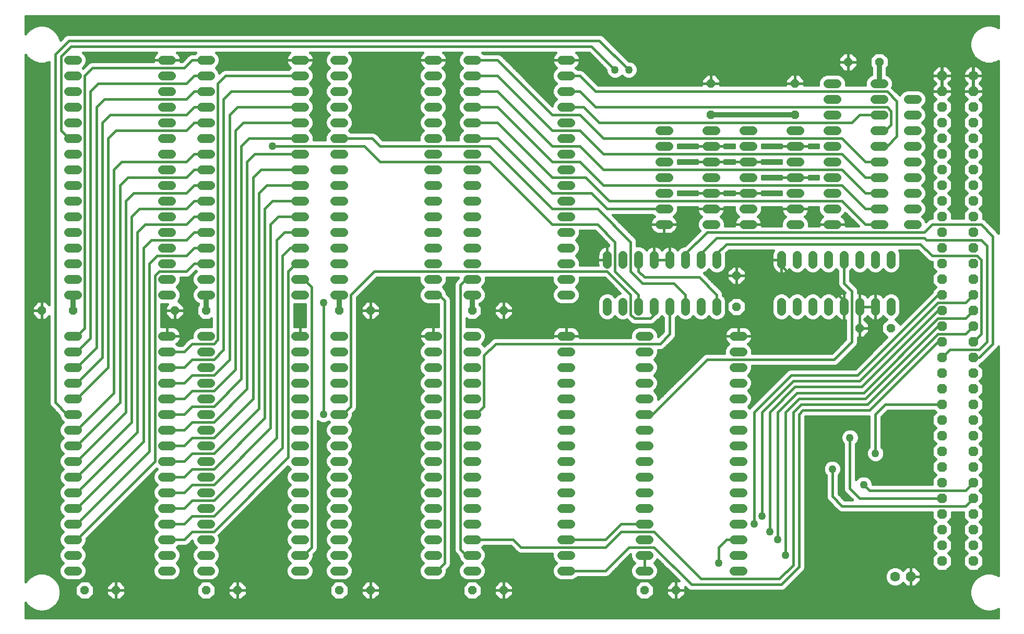
<source format=gbl>
G75*
%MOIN*%
%OFA0B0*%
%FSLAX24Y24*%
%IPPOS*%
%LPD*%
%AMOC8*
5,1,8,0,0,1.08239X$1,22.5*
%
%ADD10C,0.0560*%
%ADD11C,0.0630*%
%ADD12OC8,0.0630*%
%ADD13OC8,0.0560*%
%ADD14C,0.0160*%
%ADD15C,0.0320*%
%ADD16C,0.0500*%
D10*
X008053Y010985D02*
X008613Y010985D01*
X008613Y011985D02*
X008053Y011985D01*
X008053Y012985D02*
X008613Y012985D01*
X008613Y013985D02*
X008053Y013985D01*
X008053Y014985D02*
X008613Y014985D01*
X008613Y015985D02*
X008053Y015985D01*
X008053Y016985D02*
X008613Y016985D01*
X008613Y017985D02*
X008053Y017985D01*
X008053Y018985D02*
X008613Y018985D01*
X008613Y019985D02*
X008053Y019985D01*
X008053Y020985D02*
X008613Y020985D01*
X008613Y021985D02*
X008053Y021985D01*
X008053Y022985D02*
X008613Y022985D01*
X008613Y023985D02*
X008053Y023985D01*
X008053Y024985D02*
X008613Y024985D01*
X008613Y025985D02*
X008053Y025985D01*
X008053Y028610D02*
X008613Y028610D01*
X008613Y029610D02*
X008053Y029610D01*
X008053Y030610D02*
X008613Y030610D01*
X008613Y031610D02*
X008053Y031610D01*
X008053Y032610D02*
X008613Y032610D01*
X008613Y033610D02*
X008053Y033610D01*
X008053Y034610D02*
X008613Y034610D01*
X008613Y035610D02*
X008053Y035610D01*
X008053Y036610D02*
X008613Y036610D01*
X008613Y037610D02*
X008053Y037610D01*
X008053Y038610D02*
X008613Y038610D01*
X008613Y039610D02*
X008053Y039610D01*
X008053Y040610D02*
X008613Y040610D01*
X008613Y041610D02*
X008053Y041610D01*
X008053Y042610D02*
X008613Y042610D01*
X008613Y043610D02*
X008053Y043610D01*
X014053Y043610D02*
X014613Y043610D01*
X014613Y042610D02*
X014053Y042610D01*
X014053Y041610D02*
X014613Y041610D01*
X014613Y040610D02*
X014053Y040610D01*
X014053Y039610D02*
X014613Y039610D01*
X014613Y038610D02*
X014053Y038610D01*
X014053Y037610D02*
X014613Y037610D01*
X014613Y036610D02*
X014053Y036610D01*
X014053Y035610D02*
X014613Y035610D01*
X014613Y034610D02*
X014053Y034610D01*
X014053Y033610D02*
X014613Y033610D01*
X014613Y032610D02*
X014053Y032610D01*
X014053Y031610D02*
X014613Y031610D01*
X014613Y030610D02*
X014053Y030610D01*
X014053Y029610D02*
X014613Y029610D01*
X014613Y028610D02*
X014053Y028610D01*
X016553Y028610D02*
X017113Y028610D01*
X017113Y029610D02*
X016553Y029610D01*
X016553Y030610D02*
X017113Y030610D01*
X017113Y031610D02*
X016553Y031610D01*
X016553Y032610D02*
X017113Y032610D01*
X017113Y033610D02*
X016553Y033610D01*
X016553Y034610D02*
X017113Y034610D01*
X017113Y035610D02*
X016553Y035610D01*
X016553Y036610D02*
X017113Y036610D01*
X017113Y037610D02*
X016553Y037610D01*
X016553Y038610D02*
X017113Y038610D01*
X017113Y039610D02*
X016553Y039610D01*
X016553Y040610D02*
X017113Y040610D01*
X017113Y041610D02*
X016553Y041610D01*
X016553Y042610D02*
X017113Y042610D01*
X017113Y043610D02*
X016553Y043610D01*
X022553Y043610D02*
X023113Y043610D01*
X023113Y042610D02*
X022553Y042610D01*
X022553Y041610D02*
X023113Y041610D01*
X023113Y040610D02*
X022553Y040610D01*
X022553Y039610D02*
X023113Y039610D01*
X023113Y038610D02*
X022553Y038610D01*
X022553Y037610D02*
X023113Y037610D01*
X023113Y036610D02*
X022553Y036610D01*
X022553Y035610D02*
X023113Y035610D01*
X023113Y034610D02*
X022553Y034610D01*
X022553Y033610D02*
X023113Y033610D01*
X023113Y032610D02*
X022553Y032610D01*
X022553Y031610D02*
X023113Y031610D01*
X023113Y030610D02*
X022553Y030610D01*
X022553Y029610D02*
X023113Y029610D01*
X023113Y028610D02*
X022553Y028610D01*
X025053Y028610D02*
X025613Y028610D01*
X025613Y029610D02*
X025053Y029610D01*
X025053Y030610D02*
X025613Y030610D01*
X025613Y031610D02*
X025053Y031610D01*
X025053Y032610D02*
X025613Y032610D01*
X025613Y033610D02*
X025053Y033610D01*
X025053Y034610D02*
X025613Y034610D01*
X025613Y035610D02*
X025053Y035610D01*
X025053Y036610D02*
X025613Y036610D01*
X025613Y037610D02*
X025053Y037610D01*
X025053Y038610D02*
X025613Y038610D01*
X025613Y039610D02*
X025053Y039610D01*
X025053Y040610D02*
X025613Y040610D01*
X025613Y041610D02*
X025053Y041610D01*
X025053Y042610D02*
X025613Y042610D01*
X025613Y043610D02*
X025053Y043610D01*
X031053Y043610D02*
X031613Y043610D01*
X031613Y042610D02*
X031053Y042610D01*
X031053Y041610D02*
X031613Y041610D01*
X031613Y040610D02*
X031053Y040610D01*
X031053Y039610D02*
X031613Y039610D01*
X031613Y038610D02*
X031053Y038610D01*
X031053Y037610D02*
X031613Y037610D01*
X031613Y036610D02*
X031053Y036610D01*
X031053Y035610D02*
X031613Y035610D01*
X031613Y034610D02*
X031053Y034610D01*
X031053Y033610D02*
X031613Y033610D01*
X031613Y032610D02*
X031053Y032610D01*
X031053Y031610D02*
X031613Y031610D01*
X031613Y030610D02*
X031053Y030610D01*
X031053Y029610D02*
X031613Y029610D01*
X031613Y028610D02*
X031053Y028610D01*
X033553Y028610D02*
X034113Y028610D01*
X034113Y029610D02*
X033553Y029610D01*
X033553Y030610D02*
X034113Y030610D01*
X034113Y031610D02*
X033553Y031610D01*
X033553Y032610D02*
X034113Y032610D01*
X034113Y033610D02*
X033553Y033610D01*
X033553Y034610D02*
X034113Y034610D01*
X034113Y035610D02*
X033553Y035610D01*
X033553Y036610D02*
X034113Y036610D01*
X034113Y037610D02*
X033553Y037610D01*
X033553Y038610D02*
X034113Y038610D01*
X034113Y039610D02*
X033553Y039610D01*
X033553Y040610D02*
X034113Y040610D01*
X034113Y041610D02*
X033553Y041610D01*
X033553Y042610D02*
X034113Y042610D01*
X034113Y043610D02*
X033553Y043610D01*
X039553Y043610D02*
X040113Y043610D01*
X040113Y042610D02*
X039553Y042610D01*
X039553Y041610D02*
X040113Y041610D01*
X040113Y040610D02*
X039553Y040610D01*
X039553Y039610D02*
X040113Y039610D01*
X040113Y038610D02*
X039553Y038610D01*
X039553Y037610D02*
X040113Y037610D01*
X040113Y036610D02*
X039553Y036610D01*
X039553Y035610D02*
X040113Y035610D01*
X040113Y034610D02*
X039553Y034610D01*
X039553Y033610D02*
X040113Y033610D01*
X040113Y032610D02*
X039553Y032610D01*
X039553Y031610D02*
X040113Y031610D01*
X040113Y030610D02*
X039553Y030610D01*
X039553Y029610D02*
X040113Y029610D01*
X040113Y028610D02*
X039553Y028610D01*
X042458Y028140D02*
X042458Y027580D01*
X043458Y027580D02*
X043458Y028140D01*
X044458Y028140D02*
X044458Y027580D01*
X045458Y027580D02*
X045458Y028140D01*
X046458Y028140D02*
X046458Y027580D01*
X047458Y027580D02*
X047458Y028140D01*
X048458Y028140D02*
X048458Y027580D01*
X049458Y027580D02*
X049458Y028140D01*
X050553Y025985D02*
X051113Y025985D01*
X051113Y024985D02*
X050553Y024985D01*
X050553Y023985D02*
X051113Y023985D01*
X051113Y022985D02*
X050553Y022985D01*
X050553Y021985D02*
X051113Y021985D01*
X051113Y020985D02*
X050553Y020985D01*
X050553Y019985D02*
X051113Y019985D01*
X051113Y018985D02*
X050553Y018985D01*
X050553Y017985D02*
X051113Y017985D01*
X051113Y016985D02*
X050553Y016985D01*
X050553Y015985D02*
X051113Y015985D01*
X051113Y014985D02*
X050553Y014985D01*
X050553Y013985D02*
X051113Y013985D01*
X051113Y012985D02*
X050553Y012985D01*
X050553Y011985D02*
X051113Y011985D01*
X051113Y010985D02*
X050553Y010985D01*
X045113Y010985D02*
X044553Y010985D01*
X044553Y011985D02*
X045113Y011985D01*
X045113Y012985D02*
X044553Y012985D01*
X044553Y013985D02*
X045113Y013985D01*
X045113Y014985D02*
X044553Y014985D01*
X044553Y015985D02*
X045113Y015985D01*
X045113Y016985D02*
X044553Y016985D01*
X044553Y017985D02*
X045113Y017985D01*
X045113Y018985D02*
X044553Y018985D01*
X044553Y019985D02*
X045113Y019985D01*
X045113Y020985D02*
X044553Y020985D01*
X044553Y021985D02*
X045113Y021985D01*
X045113Y022985D02*
X044553Y022985D01*
X044553Y023985D02*
X045113Y023985D01*
X045113Y024985D02*
X044553Y024985D01*
X044553Y025985D02*
X045113Y025985D01*
X040113Y025985D02*
X039553Y025985D01*
X039553Y024985D02*
X040113Y024985D01*
X040113Y023985D02*
X039553Y023985D01*
X039553Y022985D02*
X040113Y022985D01*
X040113Y021985D02*
X039553Y021985D01*
X039553Y020985D02*
X040113Y020985D01*
X040113Y019985D02*
X039553Y019985D01*
X039553Y018985D02*
X040113Y018985D01*
X040113Y017985D02*
X039553Y017985D01*
X039553Y016985D02*
X040113Y016985D01*
X040113Y015985D02*
X039553Y015985D01*
X039553Y014985D02*
X040113Y014985D01*
X040113Y013985D02*
X039553Y013985D01*
X039553Y012985D02*
X040113Y012985D01*
X040113Y011985D02*
X039553Y011985D01*
X039553Y010985D02*
X040113Y010985D01*
X034113Y010985D02*
X033553Y010985D01*
X033553Y011985D02*
X034113Y011985D01*
X034113Y012985D02*
X033553Y012985D01*
X033553Y013985D02*
X034113Y013985D01*
X034113Y014985D02*
X033553Y014985D01*
X033553Y015985D02*
X034113Y015985D01*
X034113Y016985D02*
X033553Y016985D01*
X033553Y017985D02*
X034113Y017985D01*
X034113Y018985D02*
X033553Y018985D01*
X033553Y019985D02*
X034113Y019985D01*
X034113Y020985D02*
X033553Y020985D01*
X033553Y021985D02*
X034113Y021985D01*
X034113Y022985D02*
X033553Y022985D01*
X033553Y023985D02*
X034113Y023985D01*
X034113Y024985D02*
X033553Y024985D01*
X033553Y025985D02*
X034113Y025985D01*
X031613Y025985D02*
X031053Y025985D01*
X031053Y024985D02*
X031613Y024985D01*
X031613Y023985D02*
X031053Y023985D01*
X031053Y022985D02*
X031613Y022985D01*
X031613Y021985D02*
X031053Y021985D01*
X031053Y020985D02*
X031613Y020985D01*
X031613Y019985D02*
X031053Y019985D01*
X031053Y018985D02*
X031613Y018985D01*
X031613Y017985D02*
X031053Y017985D01*
X031053Y016985D02*
X031613Y016985D01*
X031613Y015985D02*
X031053Y015985D01*
X031053Y014985D02*
X031613Y014985D01*
X031613Y013985D02*
X031053Y013985D01*
X031053Y012985D02*
X031613Y012985D01*
X031613Y011985D02*
X031053Y011985D01*
X031053Y010985D02*
X031613Y010985D01*
X025613Y010985D02*
X025053Y010985D01*
X025053Y011985D02*
X025613Y011985D01*
X025613Y012985D02*
X025053Y012985D01*
X025053Y013985D02*
X025613Y013985D01*
X025613Y014985D02*
X025053Y014985D01*
X025053Y015985D02*
X025613Y015985D01*
X025613Y016985D02*
X025053Y016985D01*
X025053Y017985D02*
X025613Y017985D01*
X025613Y018985D02*
X025053Y018985D01*
X025053Y019985D02*
X025613Y019985D01*
X025613Y020985D02*
X025053Y020985D01*
X025053Y021985D02*
X025613Y021985D01*
X025613Y022985D02*
X025053Y022985D01*
X025053Y023985D02*
X025613Y023985D01*
X025613Y024985D02*
X025053Y024985D01*
X025053Y025985D02*
X025613Y025985D01*
X023113Y025985D02*
X022553Y025985D01*
X022553Y024985D02*
X023113Y024985D01*
X023113Y023985D02*
X022553Y023985D01*
X022553Y022985D02*
X023113Y022985D01*
X023113Y021985D02*
X022553Y021985D01*
X022553Y020985D02*
X023113Y020985D01*
X023113Y019985D02*
X022553Y019985D01*
X022553Y018985D02*
X023113Y018985D01*
X023113Y017985D02*
X022553Y017985D01*
X022553Y016985D02*
X023113Y016985D01*
X023113Y015985D02*
X022553Y015985D01*
X022553Y014985D02*
X023113Y014985D01*
X023113Y013985D02*
X022553Y013985D01*
X022553Y012985D02*
X023113Y012985D01*
X023113Y011985D02*
X022553Y011985D01*
X022553Y010985D02*
X023113Y010985D01*
X017113Y010985D02*
X016553Y010985D01*
X016553Y011985D02*
X017113Y011985D01*
X017113Y012985D02*
X016553Y012985D01*
X016553Y013985D02*
X017113Y013985D01*
X017113Y014985D02*
X016553Y014985D01*
X016553Y015985D02*
X017113Y015985D01*
X017113Y016985D02*
X016553Y016985D01*
X016553Y017985D02*
X017113Y017985D01*
X017113Y018985D02*
X016553Y018985D01*
X016553Y019985D02*
X017113Y019985D01*
X017113Y020985D02*
X016553Y020985D01*
X016553Y021985D02*
X017113Y021985D01*
X017113Y022985D02*
X016553Y022985D01*
X016553Y023985D02*
X017113Y023985D01*
X017113Y024985D02*
X016553Y024985D01*
X016553Y025985D02*
X017113Y025985D01*
X014613Y025985D02*
X014053Y025985D01*
X014053Y024985D02*
X014613Y024985D01*
X014613Y023985D02*
X014053Y023985D01*
X014053Y022985D02*
X014613Y022985D01*
X014613Y021985D02*
X014053Y021985D01*
X014053Y020985D02*
X014613Y020985D01*
X014613Y019985D02*
X014053Y019985D01*
X014053Y018985D02*
X014613Y018985D01*
X014613Y017985D02*
X014053Y017985D01*
X014053Y016985D02*
X014613Y016985D01*
X014613Y015985D02*
X014053Y015985D01*
X014053Y014985D02*
X014613Y014985D01*
X014613Y013985D02*
X014053Y013985D01*
X014053Y012985D02*
X014613Y012985D01*
X014613Y011985D02*
X014053Y011985D01*
X014053Y010985D02*
X014613Y010985D01*
X042458Y030580D02*
X042458Y031140D01*
X043458Y031140D02*
X043458Y030580D01*
X044458Y030580D02*
X044458Y031140D01*
X045458Y031140D02*
X045458Y030580D01*
X046458Y030580D02*
X046458Y031140D01*
X047458Y031140D02*
X047458Y030580D01*
X048458Y030580D02*
X048458Y031140D01*
X049458Y031140D02*
X049458Y030580D01*
X049363Y033110D02*
X048803Y033110D01*
X048803Y034110D02*
X049363Y034110D01*
X049363Y035110D02*
X048803Y035110D01*
X048803Y036110D02*
X049363Y036110D01*
X049363Y037110D02*
X048803Y037110D01*
X048803Y038110D02*
X049363Y038110D01*
X049363Y039110D02*
X048803Y039110D01*
X046363Y039110D02*
X045803Y039110D01*
X045803Y038110D02*
X046363Y038110D01*
X046363Y037110D02*
X045803Y037110D01*
X045803Y036110D02*
X046363Y036110D01*
X046363Y035110D02*
X045803Y035110D01*
X045803Y034110D02*
X046363Y034110D01*
X046363Y033110D02*
X045803Y033110D01*
X051178Y033110D02*
X051738Y033110D01*
X051738Y034110D02*
X051178Y034110D01*
X051178Y035110D02*
X051738Y035110D01*
X051738Y036110D02*
X051178Y036110D01*
X051178Y037110D02*
X051738Y037110D01*
X051738Y038110D02*
X051178Y038110D01*
X051178Y039110D02*
X051738Y039110D01*
X054178Y039110D02*
X054738Y039110D01*
X054738Y038110D02*
X054178Y038110D01*
X054178Y037110D02*
X054738Y037110D01*
X054738Y036110D02*
X054178Y036110D01*
X054178Y035110D02*
X054738Y035110D01*
X054738Y034110D02*
X054178Y034110D01*
X054178Y033110D02*
X054738Y033110D01*
X056553Y033110D02*
X057113Y033110D01*
X057113Y034110D02*
X056553Y034110D01*
X056553Y035110D02*
X057113Y035110D01*
X057113Y036110D02*
X056553Y036110D01*
X056553Y037110D02*
X057113Y037110D01*
X057113Y038110D02*
X056553Y038110D01*
X056553Y039110D02*
X057113Y039110D01*
X057113Y040110D02*
X056553Y040110D01*
X056553Y041110D02*
X057113Y041110D01*
X057113Y042110D02*
X056553Y042110D01*
X059553Y042110D02*
X060113Y042110D01*
X060113Y041110D02*
X059553Y041110D01*
X059553Y040110D02*
X060113Y040110D01*
X060113Y039110D02*
X059553Y039110D01*
X059553Y038110D02*
X060113Y038110D01*
X060113Y037110D02*
X059553Y037110D01*
X059553Y036110D02*
X060113Y036110D01*
X060113Y035110D02*
X059553Y035110D01*
X059553Y034110D02*
X060113Y034110D01*
X060113Y033110D02*
X059553Y033110D01*
X061678Y033110D02*
X062238Y033110D01*
X062238Y034110D02*
X061678Y034110D01*
X061678Y035110D02*
X062238Y035110D01*
X062238Y036110D02*
X061678Y036110D01*
X061678Y037110D02*
X062238Y037110D01*
X062238Y038110D02*
X061678Y038110D01*
X061678Y039110D02*
X062238Y039110D01*
X062238Y040110D02*
X061678Y040110D01*
X061678Y041110D02*
X062238Y041110D01*
X060583Y031140D02*
X060583Y030580D01*
X059583Y030580D02*
X059583Y031140D01*
X058583Y031140D02*
X058583Y030580D01*
X057583Y030580D02*
X057583Y031140D01*
X056583Y031140D02*
X056583Y030580D01*
X055583Y030580D02*
X055583Y031140D01*
X054583Y031140D02*
X054583Y030580D01*
X053583Y030580D02*
X053583Y031140D01*
X053583Y028140D02*
X053583Y027580D01*
X054583Y027580D02*
X054583Y028140D01*
X055583Y028140D02*
X055583Y027580D01*
X056583Y027580D02*
X056583Y028140D01*
X057583Y028140D02*
X057583Y027580D01*
X058583Y027580D02*
X058583Y028140D01*
X059583Y028140D02*
X059583Y027580D01*
X060583Y027580D02*
X060583Y028140D01*
D11*
X065833Y042610D03*
X060833Y010610D03*
D12*
X061833Y010610D03*
X063833Y011610D03*
X063833Y012610D03*
X063833Y013610D03*
X063833Y014610D03*
X063833Y015610D03*
X063833Y016610D03*
X063833Y017610D03*
X063833Y018610D03*
X063833Y019610D03*
X063833Y020610D03*
X063833Y021610D03*
X063833Y022610D03*
X063833Y023610D03*
X063833Y024610D03*
X063833Y025610D03*
X063833Y026610D03*
X063833Y027610D03*
X063833Y028610D03*
X063833Y029610D03*
X063833Y030610D03*
X063833Y031610D03*
X063833Y032610D03*
X063833Y033610D03*
X063833Y034610D03*
X063833Y035610D03*
X063833Y036610D03*
X063833Y037610D03*
X063833Y038610D03*
X063833Y039610D03*
X063833Y040610D03*
X063833Y041610D03*
X063833Y042610D03*
X065833Y041610D03*
X065833Y040610D03*
X065833Y039610D03*
X065833Y038610D03*
X065833Y037610D03*
X065833Y036610D03*
X065833Y035610D03*
X065833Y034610D03*
X065833Y033610D03*
X065833Y032610D03*
X065833Y031610D03*
X065833Y030610D03*
X065833Y029610D03*
X065833Y028610D03*
X065833Y027610D03*
X065833Y026610D03*
X065833Y025610D03*
X065833Y024610D03*
X065833Y023610D03*
X065833Y022610D03*
X065833Y021610D03*
X065833Y020610D03*
X065833Y019610D03*
X065833Y018610D03*
X065833Y017610D03*
X065833Y016610D03*
X065833Y015610D03*
X065833Y014610D03*
X065833Y013610D03*
X065833Y012610D03*
X065833Y011610D03*
D13*
X060583Y026485D03*
X058583Y026485D03*
X050708Y027860D03*
X050708Y029860D03*
X049083Y040110D03*
X049083Y042110D03*
X054458Y042110D03*
X054458Y040110D03*
X057833Y043485D03*
X059833Y043485D03*
X035833Y027610D03*
X033833Y027610D03*
X027333Y027610D03*
X025333Y027610D03*
X016833Y027610D03*
X014833Y027610D03*
X008333Y027610D03*
X006333Y027610D03*
X009083Y009735D03*
X011083Y009735D03*
X016833Y009735D03*
X018833Y009735D03*
X025333Y009735D03*
X027333Y009735D03*
X033833Y009735D03*
X035833Y009735D03*
X044833Y009735D03*
X046833Y009735D03*
D14*
X005313Y008937D02*
X005313Y007990D01*
X067445Y007990D01*
X067445Y008555D01*
X067304Y008473D01*
X066994Y008390D01*
X066673Y008390D01*
X066362Y008473D01*
X066084Y008634D01*
X065857Y008861D01*
X065696Y009139D01*
X065613Y009449D01*
X065613Y009771D01*
X065696Y010081D01*
X065857Y010359D01*
X066084Y010586D01*
X066362Y010747D01*
X066673Y010830D01*
X066994Y010830D01*
X067304Y010747D01*
X067445Y010665D01*
X067445Y025314D01*
X067422Y025258D01*
X066547Y024383D01*
X066435Y024271D01*
X066362Y024241D01*
X066231Y024110D01*
X066468Y023873D01*
X066468Y023347D01*
X066231Y023110D01*
X066468Y022873D01*
X066468Y022347D01*
X066231Y022110D01*
X066468Y021873D01*
X066468Y021347D01*
X066231Y021110D01*
X066468Y020873D01*
X066468Y020347D01*
X066231Y020110D01*
X066468Y019873D01*
X066468Y019347D01*
X066231Y019110D01*
X066468Y018873D01*
X066468Y018347D01*
X066231Y018110D01*
X066468Y017873D01*
X066468Y017347D01*
X066231Y017110D01*
X066468Y016873D01*
X066468Y016347D01*
X066231Y016110D01*
X066468Y015873D01*
X066468Y015347D01*
X066231Y015110D01*
X066468Y014873D01*
X066468Y014347D01*
X066231Y014110D01*
X066468Y013873D01*
X066468Y013347D01*
X066231Y013110D01*
X066468Y012873D01*
X066468Y012347D01*
X066231Y012110D01*
X066468Y011873D01*
X066468Y011347D01*
X066096Y010975D01*
X065570Y010975D01*
X065198Y011347D01*
X065198Y011873D01*
X065435Y012110D01*
X065198Y012347D01*
X065198Y012873D01*
X065435Y013110D01*
X065198Y013347D01*
X065198Y013873D01*
X065435Y014110D01*
X065198Y014347D01*
X065198Y014710D01*
X064468Y014710D01*
X064468Y014347D01*
X064231Y014110D01*
X064468Y013873D01*
X064468Y013347D01*
X064231Y013110D01*
X064468Y012873D01*
X064468Y012347D01*
X064231Y012110D01*
X064468Y011873D01*
X064468Y011347D01*
X064096Y010975D01*
X063570Y010975D01*
X063198Y011347D01*
X063198Y011873D01*
X063435Y012110D01*
X063198Y012347D01*
X063198Y012873D01*
X063435Y013110D01*
X063198Y013347D01*
X063198Y013873D01*
X063435Y014110D01*
X063198Y014347D01*
X063198Y014710D01*
X057379Y014710D01*
X057232Y014771D01*
X057119Y014883D01*
X056494Y015508D01*
X056433Y015655D01*
X056433Y017079D01*
X056350Y017162D01*
X056263Y017372D01*
X056263Y017598D01*
X056350Y017808D01*
X056510Y017968D01*
X056720Y018055D01*
X056947Y018055D01*
X057156Y017968D01*
X057317Y017808D01*
X057403Y017598D01*
X057403Y017372D01*
X057317Y017162D01*
X057233Y017079D01*
X057233Y015901D01*
X057624Y015510D01*
X058118Y015510D01*
X057619Y016008D01*
X057558Y016155D01*
X057558Y019079D01*
X057475Y019162D01*
X057388Y019372D01*
X057388Y019598D01*
X057475Y019808D01*
X057635Y019968D01*
X057845Y020055D01*
X058072Y020055D01*
X058281Y019968D01*
X058442Y019808D01*
X058528Y019598D01*
X058528Y019372D01*
X058442Y019162D01*
X058358Y019079D01*
X058358Y016816D01*
X058510Y016968D01*
X058720Y017055D01*
X058947Y017055D01*
X059156Y016968D01*
X059317Y016808D01*
X059403Y016598D01*
X059403Y016510D01*
X063198Y016510D01*
X063198Y016873D01*
X063435Y017110D01*
X063198Y017347D01*
X063198Y017873D01*
X063435Y018110D01*
X063198Y018347D01*
X063198Y018873D01*
X063435Y019110D01*
X063198Y019347D01*
X063198Y019873D01*
X063435Y020110D01*
X063198Y020347D01*
X063198Y020873D01*
X063435Y021110D01*
X063335Y021210D01*
X060374Y021210D01*
X059983Y020819D01*
X059983Y018891D01*
X060067Y018808D01*
X060153Y018598D01*
X060153Y018372D01*
X060067Y018162D01*
X059906Y018002D01*
X059697Y017915D01*
X059470Y017915D01*
X059260Y018002D01*
X059100Y018162D01*
X059013Y018372D01*
X059013Y018598D01*
X059100Y018808D01*
X059183Y018891D01*
X059183Y020835D01*
X055124Y020835D01*
X055108Y020819D01*
X055108Y011155D01*
X055047Y011008D01*
X053922Y009883D01*
X053810Y009771D01*
X053663Y009710D01*
X047754Y009710D01*
X047607Y009771D01*
X047494Y009883D01*
X047433Y009944D01*
X047433Y009735D01*
X046833Y009735D01*
X046233Y009735D01*
X046233Y009486D01*
X046585Y009135D01*
X046833Y009135D01*
X046833Y009735D01*
X046833Y009735D01*
X046233Y009735D01*
X046233Y009984D01*
X046585Y010335D01*
X046833Y010335D01*
X046833Y009735D01*
X046833Y009735D01*
X046833Y009735D01*
X046833Y009135D01*
X047082Y009135D01*
X047433Y009486D01*
X047433Y009735D01*
X046833Y009735D01*
X046833Y010335D01*
X047043Y010335D01*
X045654Y011723D01*
X045622Y011645D01*
X045462Y011485D01*
X045622Y011325D01*
X045713Y011104D01*
X045713Y010866D01*
X045622Y010645D01*
X045453Y010476D01*
X045233Y010385D01*
X044434Y010385D01*
X044213Y010476D01*
X044045Y010645D01*
X043953Y010866D01*
X043953Y011104D01*
X044045Y011325D01*
X044205Y011485D01*
X044045Y011645D01*
X043953Y011866D01*
X043953Y012039D01*
X042560Y010646D01*
X042413Y010585D01*
X040562Y010585D01*
X040453Y010476D01*
X040233Y010385D01*
X039434Y010385D01*
X039213Y010476D01*
X039045Y010645D01*
X038953Y010866D01*
X038953Y011104D01*
X039045Y011325D01*
X039205Y011485D01*
X039045Y011645D01*
X038953Y011866D01*
X038953Y012085D01*
X036879Y012085D01*
X036732Y012146D01*
X036619Y012258D01*
X036293Y012585D01*
X034562Y012585D01*
X034462Y012485D01*
X034622Y012325D01*
X034713Y012104D01*
X034713Y011866D01*
X034622Y011645D01*
X034462Y011485D01*
X034622Y011325D01*
X034713Y011104D01*
X034713Y010866D01*
X034622Y010645D01*
X034453Y010476D01*
X034233Y010385D01*
X033434Y010385D01*
X033213Y010476D01*
X033045Y010645D01*
X032953Y010866D01*
X032953Y011104D01*
X033045Y011325D01*
X033205Y011485D01*
X033045Y011645D01*
X032953Y011866D01*
X032953Y011924D01*
X032744Y012133D01*
X032683Y012280D01*
X032683Y029315D01*
X032744Y029462D01*
X032857Y029574D01*
X032953Y029671D01*
X032953Y029710D01*
X032213Y029710D01*
X032213Y029491D01*
X032122Y029270D01*
X031962Y029110D01*
X032122Y028950D01*
X032213Y028729D01*
X032213Y028671D01*
X032422Y028462D01*
X032483Y028315D01*
X032483Y011405D01*
X032422Y011258D01*
X032310Y011146D01*
X032213Y011049D01*
X032213Y010866D01*
X032122Y010645D01*
X031953Y010476D01*
X031733Y010385D01*
X030934Y010385D01*
X030713Y010476D01*
X030545Y010645D01*
X030453Y010866D01*
X030453Y011104D01*
X030545Y011325D01*
X030705Y011485D01*
X030545Y011645D01*
X030453Y011866D01*
X030453Y012104D01*
X030545Y012325D01*
X030705Y012485D01*
X030545Y012645D01*
X030453Y012866D01*
X030453Y013104D01*
X030545Y013325D01*
X030705Y013485D01*
X030545Y013645D01*
X030453Y013866D01*
X030453Y014104D01*
X030545Y014325D01*
X030705Y014485D01*
X030545Y014645D01*
X030453Y014866D01*
X030453Y015104D01*
X030545Y015325D01*
X030705Y015485D01*
X030545Y015645D01*
X030453Y015866D01*
X030453Y016104D01*
X030545Y016325D01*
X030705Y016485D01*
X030545Y016645D01*
X030453Y016866D01*
X030453Y017104D01*
X030545Y017325D01*
X030705Y017485D01*
X030545Y017645D01*
X030453Y017866D01*
X030453Y018104D01*
X030545Y018325D01*
X030705Y018485D01*
X030545Y018645D01*
X030453Y018866D01*
X030453Y019104D01*
X030545Y019325D01*
X030705Y019485D01*
X030545Y019645D01*
X030453Y019866D01*
X030453Y020104D01*
X030545Y020325D01*
X030705Y020485D01*
X030545Y020645D01*
X030453Y020866D01*
X030453Y021104D01*
X030545Y021325D01*
X030705Y021485D01*
X030545Y021645D01*
X030453Y021866D01*
X030453Y022104D01*
X030545Y022325D01*
X030705Y022485D01*
X030545Y022645D01*
X030453Y022866D01*
X030453Y023104D01*
X030545Y023325D01*
X030705Y023485D01*
X030545Y023645D01*
X030453Y023866D01*
X030453Y024104D01*
X030545Y024325D01*
X030705Y024485D01*
X030545Y024645D01*
X030453Y024866D01*
X030453Y025104D01*
X030545Y025325D01*
X030712Y025492D01*
X030662Y025527D01*
X030596Y025594D01*
X030540Y025671D01*
X030497Y025755D01*
X030468Y025844D01*
X030453Y025938D01*
X030453Y025985D01*
X031333Y025985D01*
X031333Y025985D01*
X030453Y025985D01*
X030453Y026032D01*
X030468Y026125D01*
X030497Y026215D01*
X030540Y026299D01*
X030596Y026376D01*
X030662Y026443D01*
X030739Y026498D01*
X030823Y026541D01*
X030913Y026570D01*
X031006Y026585D01*
X031333Y026585D01*
X031333Y025985D01*
X031333Y025985D01*
X031333Y026585D01*
X031661Y026585D01*
X031683Y026581D01*
X031683Y028010D01*
X030934Y028010D01*
X030713Y028101D01*
X030545Y028270D01*
X030453Y028491D01*
X030453Y028729D01*
X030545Y028950D01*
X030705Y029110D01*
X030545Y029270D01*
X030453Y029491D01*
X030453Y029710D01*
X027749Y029710D01*
X026483Y028444D01*
X026483Y021405D01*
X026422Y021258D01*
X026310Y021146D01*
X026213Y021049D01*
X026213Y020866D01*
X026122Y020645D01*
X025962Y020485D01*
X026122Y020325D01*
X026213Y020104D01*
X026213Y019866D01*
X026122Y019645D01*
X025962Y019485D01*
X026122Y019325D01*
X026213Y019104D01*
X026213Y018866D01*
X026122Y018645D01*
X025962Y018485D01*
X026122Y018325D01*
X026213Y018104D01*
X026213Y017866D01*
X026122Y017645D01*
X025962Y017485D01*
X026122Y017325D01*
X026213Y017104D01*
X026213Y016866D01*
X026122Y016645D01*
X025962Y016485D01*
X026122Y016325D01*
X026213Y016104D01*
X026213Y015866D01*
X026122Y015645D01*
X025962Y015485D01*
X026122Y015325D01*
X026213Y015104D01*
X026213Y014866D01*
X026122Y014645D01*
X025962Y014485D01*
X026122Y014325D01*
X026213Y014104D01*
X026213Y013866D01*
X026122Y013645D01*
X025962Y013485D01*
X026122Y013325D01*
X026213Y013104D01*
X026213Y012866D01*
X026122Y012645D01*
X025962Y012485D01*
X026122Y012325D01*
X026213Y012104D01*
X026213Y011866D01*
X026122Y011645D01*
X025962Y011485D01*
X026122Y011325D01*
X026213Y011104D01*
X026213Y010866D01*
X026122Y010645D01*
X025953Y010476D01*
X025733Y010385D01*
X024934Y010385D01*
X024713Y010476D01*
X024545Y010645D01*
X024453Y010866D01*
X024453Y011104D01*
X024545Y011325D01*
X024705Y011485D01*
X024545Y011645D01*
X024453Y011866D01*
X024453Y012104D01*
X024545Y012325D01*
X024705Y012485D01*
X024545Y012645D01*
X024453Y012866D01*
X024453Y013104D01*
X024545Y013325D01*
X024705Y013485D01*
X024545Y013645D01*
X024453Y013866D01*
X024453Y014104D01*
X024545Y014325D01*
X024705Y014485D01*
X024545Y014645D01*
X024453Y014866D01*
X024453Y015104D01*
X024545Y015325D01*
X024705Y015485D01*
X024545Y015645D01*
X024453Y015866D01*
X024453Y016104D01*
X024545Y016325D01*
X024705Y016485D01*
X024545Y016645D01*
X024453Y016866D01*
X024453Y017104D01*
X024545Y017325D01*
X024705Y017485D01*
X024545Y017645D01*
X024453Y017866D01*
X024453Y018104D01*
X024545Y018325D01*
X024705Y018485D01*
X024545Y018645D01*
X024453Y018866D01*
X024453Y019104D01*
X024545Y019325D01*
X024705Y019485D01*
X024545Y019645D01*
X024453Y019866D01*
X024453Y020104D01*
X024545Y020325D01*
X024705Y020485D01*
X024672Y020518D01*
X024656Y020502D01*
X024447Y020415D01*
X024220Y020415D01*
X024010Y020502D01*
X023983Y020529D01*
X023983Y012405D01*
X023922Y012258D01*
X023713Y012049D01*
X023713Y011866D01*
X023622Y011645D01*
X023462Y011485D01*
X023622Y011325D01*
X023713Y011104D01*
X023713Y010866D01*
X023622Y010645D01*
X023453Y010476D01*
X023233Y010385D01*
X022434Y010385D01*
X022213Y010476D01*
X022045Y010645D01*
X021953Y010866D01*
X021953Y011104D01*
X022045Y011325D01*
X022205Y011485D01*
X022045Y011645D01*
X021953Y011866D01*
X021953Y012104D01*
X022045Y012325D01*
X022205Y012485D01*
X022045Y012645D01*
X021953Y012866D01*
X021953Y013104D01*
X022045Y013325D01*
X022205Y013485D01*
X022045Y013645D01*
X021953Y013866D01*
X021953Y014104D01*
X022045Y014325D01*
X022205Y014485D01*
X022045Y014645D01*
X021953Y014866D01*
X021953Y015104D01*
X022045Y015325D01*
X022205Y015485D01*
X022045Y015645D01*
X021953Y015866D01*
X021953Y016104D01*
X022045Y016325D01*
X022205Y016485D01*
X022045Y016645D01*
X021953Y016866D01*
X021953Y017104D01*
X022045Y017325D01*
X022205Y017485D01*
X022052Y017638D01*
X017656Y013242D01*
X017713Y013104D01*
X017713Y012866D01*
X017622Y012645D01*
X017462Y012485D01*
X017622Y012325D01*
X017713Y012104D01*
X017713Y011866D01*
X017622Y011645D01*
X017462Y011485D01*
X017622Y011325D01*
X017713Y011104D01*
X017713Y010866D01*
X017622Y010645D01*
X017453Y010476D01*
X017233Y010385D01*
X016434Y010385D01*
X016213Y010476D01*
X016045Y010645D01*
X015953Y010866D01*
X015953Y011104D01*
X016045Y011325D01*
X016205Y011485D01*
X016045Y011645D01*
X015953Y011866D01*
X015953Y012104D01*
X016045Y012325D01*
X016205Y012485D01*
X016045Y012645D01*
X015953Y012866D01*
X015953Y012914D01*
X015797Y012758D01*
X015797Y012758D01*
X015685Y012646D01*
X015538Y012585D01*
X015062Y012585D01*
X014962Y012485D01*
X015122Y012325D01*
X015213Y012104D01*
X015213Y011866D01*
X015122Y011645D01*
X014962Y011485D01*
X015122Y011325D01*
X015213Y011104D01*
X015213Y010866D01*
X015122Y010645D01*
X014953Y010476D01*
X014733Y010385D01*
X013934Y010385D01*
X013713Y010476D01*
X013545Y010645D01*
X013453Y010866D01*
X013453Y011104D01*
X013545Y011325D01*
X013705Y011485D01*
X013545Y011645D01*
X013453Y011866D01*
X013453Y012104D01*
X013545Y012325D01*
X013705Y012485D01*
X013545Y012645D01*
X013453Y012866D01*
X013453Y013104D01*
X013545Y013325D01*
X013705Y013485D01*
X013545Y013645D01*
X013453Y013866D01*
X013453Y014104D01*
X013545Y014325D01*
X013705Y014485D01*
X013545Y014645D01*
X013453Y014866D01*
X013453Y015104D01*
X013545Y015325D01*
X013705Y015485D01*
X013545Y015645D01*
X013453Y015866D01*
X013453Y016104D01*
X013545Y016325D01*
X013705Y016485D01*
X013545Y016645D01*
X013453Y016866D01*
X013453Y017104D01*
X013545Y017325D01*
X013705Y017485D01*
X013677Y017513D01*
X009213Y013049D01*
X009213Y012866D01*
X009122Y012645D01*
X008962Y012485D01*
X009122Y012325D01*
X009213Y012104D01*
X009213Y011866D01*
X009122Y011645D01*
X008962Y011485D01*
X009122Y011325D01*
X009213Y011104D01*
X009213Y010866D01*
X009122Y010645D01*
X008953Y010476D01*
X008733Y010385D01*
X007934Y010385D01*
X007713Y010476D01*
X007545Y010645D01*
X007453Y010866D01*
X007453Y011104D01*
X007545Y011325D01*
X007705Y011485D01*
X007545Y011645D01*
X007453Y011866D01*
X007453Y012104D01*
X007545Y012325D01*
X007705Y012485D01*
X007545Y012645D01*
X007453Y012866D01*
X007453Y013104D01*
X007545Y013325D01*
X007705Y013485D01*
X007545Y013645D01*
X007453Y013866D01*
X007453Y014104D01*
X007545Y014325D01*
X007705Y014485D01*
X007545Y014645D01*
X007453Y014866D01*
X007453Y015104D01*
X007545Y015325D01*
X007705Y015485D01*
X007545Y015645D01*
X007453Y015866D01*
X007453Y016104D01*
X007545Y016325D01*
X007705Y016485D01*
X007545Y016645D01*
X007453Y016866D01*
X007453Y017104D01*
X007545Y017325D01*
X007705Y017485D01*
X007545Y017645D01*
X007453Y017866D01*
X007453Y018104D01*
X007545Y018325D01*
X007705Y018485D01*
X007545Y018645D01*
X007453Y018866D01*
X007453Y019104D01*
X007545Y019325D01*
X007705Y019485D01*
X007545Y019645D01*
X007453Y019866D01*
X007453Y020104D01*
X007545Y020325D01*
X007705Y020485D01*
X007545Y020645D01*
X007453Y020866D01*
X007453Y020924D01*
X005313Y020924D01*
X005313Y020766D02*
X007495Y020766D01*
X007453Y020924D02*
X006869Y021508D01*
X006808Y021655D01*
X006808Y027236D01*
X006582Y027010D01*
X006333Y027010D01*
X006333Y027610D01*
X005733Y027610D01*
X005733Y027361D01*
X006085Y027010D01*
X006333Y027010D01*
X006333Y027610D01*
X006333Y027610D01*
X005733Y027610D01*
X005733Y027859D01*
X006085Y028210D01*
X006333Y028210D01*
X006333Y027610D01*
X006333Y027610D01*
X006333Y027610D01*
X006333Y028210D01*
X006582Y028210D01*
X006808Y027984D01*
X006808Y043476D01*
X006804Y043473D01*
X006494Y043390D01*
X006173Y043390D01*
X005862Y043473D01*
X005584Y043634D01*
X005357Y043861D01*
X005313Y043937D01*
X005313Y010283D01*
X005357Y010359D01*
X005584Y010586D01*
X005862Y010747D01*
X006173Y010830D01*
X006494Y010830D01*
X006804Y010747D01*
X007082Y010586D01*
X007310Y010359D01*
X007470Y010081D01*
X007553Y009771D01*
X007553Y009449D01*
X007470Y009139D01*
X007310Y008861D01*
X007082Y008634D01*
X006804Y008473D01*
X006494Y008390D01*
X006173Y008390D01*
X005862Y008473D01*
X005584Y008634D01*
X005357Y008861D01*
X005313Y008937D01*
X005313Y008878D02*
X005347Y008878D01*
X005313Y008720D02*
X005498Y008720D01*
X005313Y008561D02*
X005710Y008561D01*
X005313Y008403D02*
X006126Y008403D01*
X006541Y008403D02*
X066626Y008403D01*
X067041Y008403D02*
X067445Y008403D01*
X067445Y008244D02*
X005313Y008244D01*
X005313Y008086D02*
X067445Y008086D01*
X066210Y008561D02*
X006956Y008561D01*
X007168Y008720D02*
X065998Y008720D01*
X065847Y008878D02*
X007319Y008878D01*
X007411Y009037D02*
X065756Y009037D01*
X065681Y009195D02*
X047142Y009195D01*
X047300Y009354D02*
X065639Y009354D01*
X065613Y009512D02*
X047433Y009512D01*
X047433Y009671D02*
X065613Y009671D01*
X065629Y009829D02*
X053868Y009829D01*
X054027Y009988D02*
X060677Y009988D01*
X060707Y009975D02*
X060960Y009975D01*
X061193Y010072D01*
X061333Y010212D01*
X061570Y009975D01*
X061833Y009975D01*
X061833Y010610D01*
X061833Y010610D01*
X061833Y011245D01*
X061570Y011245D01*
X061333Y011008D01*
X061193Y011148D01*
X060960Y011245D01*
X060707Y011245D01*
X060474Y011148D01*
X060295Y010970D01*
X060198Y010736D01*
X060198Y010484D01*
X060295Y010250D01*
X060474Y010072D01*
X060707Y009975D01*
X060990Y009988D02*
X061558Y009988D01*
X061399Y010146D02*
X061267Y010146D01*
X061833Y010146D02*
X061833Y010146D01*
X061833Y009988D02*
X061833Y009988D01*
X061833Y009975D02*
X062096Y009975D01*
X062468Y010347D01*
X062468Y010610D01*
X062468Y010873D01*
X062096Y011245D01*
X061833Y011245D01*
X061833Y010610D01*
X061833Y010610D01*
X061833Y009975D01*
X062109Y009988D02*
X065671Y009988D01*
X065734Y010146D02*
X062267Y010146D01*
X062426Y010305D02*
X065826Y010305D01*
X065961Y010463D02*
X062468Y010463D01*
X062468Y010610D02*
X061833Y010610D01*
X062468Y010610D01*
X062468Y010622D02*
X066145Y010622D01*
X066486Y010780D02*
X062468Y010780D01*
X062403Y010939D02*
X067445Y010939D01*
X067445Y011097D02*
X066218Y011097D01*
X066377Y011256D02*
X067445Y011256D01*
X067445Y011414D02*
X066468Y011414D01*
X066468Y011573D02*
X067445Y011573D01*
X067445Y011731D02*
X066468Y011731D01*
X066452Y011890D02*
X067445Y011890D01*
X067445Y012048D02*
X066293Y012048D01*
X066328Y012207D02*
X067445Y012207D01*
X067445Y012365D02*
X066468Y012365D01*
X066468Y012524D02*
X067445Y012524D01*
X067445Y012682D02*
X066468Y012682D01*
X066468Y012841D02*
X067445Y012841D01*
X067445Y012999D02*
X066342Y012999D01*
X066279Y013158D02*
X067445Y013158D01*
X067445Y013316D02*
X066437Y013316D01*
X066468Y013475D02*
X067445Y013475D01*
X067445Y013633D02*
X066468Y013633D01*
X066468Y013792D02*
X067445Y013792D01*
X067445Y013950D02*
X066391Y013950D01*
X066233Y014109D02*
X067445Y014109D01*
X067445Y014267D02*
X066388Y014267D01*
X066468Y014426D02*
X067445Y014426D01*
X067445Y014584D02*
X066468Y014584D01*
X066468Y014743D02*
X067445Y014743D01*
X067445Y014901D02*
X066440Y014901D01*
X066282Y015060D02*
X067445Y015060D01*
X067445Y015218D02*
X066339Y015218D01*
X066468Y015377D02*
X067445Y015377D01*
X067445Y015535D02*
X066468Y015535D01*
X066468Y015694D02*
X067445Y015694D01*
X067445Y015852D02*
X066468Y015852D01*
X066331Y016011D02*
X067445Y016011D01*
X067445Y016169D02*
X066290Y016169D01*
X066449Y016328D02*
X067445Y016328D01*
X067445Y016486D02*
X066468Y016486D01*
X066468Y016645D02*
X067445Y016645D01*
X067445Y016803D02*
X066468Y016803D01*
X066380Y016962D02*
X067445Y016962D01*
X067445Y017120D02*
X066241Y017120D01*
X066400Y017279D02*
X067445Y017279D01*
X067445Y017437D02*
X066468Y017437D01*
X066468Y017596D02*
X067445Y017596D01*
X067445Y017754D02*
X066468Y017754D01*
X066429Y017913D02*
X067445Y017913D01*
X067445Y018071D02*
X066270Y018071D01*
X066351Y018230D02*
X067445Y018230D01*
X067445Y018388D02*
X066468Y018388D01*
X066468Y018547D02*
X067445Y018547D01*
X067445Y018705D02*
X066468Y018705D01*
X066468Y018864D02*
X067445Y018864D01*
X067445Y019022D02*
X066319Y019022D01*
X066302Y019181D02*
X067445Y019181D01*
X067445Y019339D02*
X066460Y019339D01*
X066468Y019498D02*
X067445Y019498D01*
X067445Y019656D02*
X066468Y019656D01*
X066468Y019815D02*
X067445Y019815D01*
X067445Y019973D02*
X066368Y019973D01*
X066253Y020132D02*
X067445Y020132D01*
X067445Y020290D02*
X066411Y020290D01*
X066468Y020449D02*
X067445Y020449D01*
X067445Y020607D02*
X066468Y020607D01*
X066468Y020766D02*
X067445Y020766D01*
X067445Y020924D02*
X066417Y020924D01*
X066259Y021083D02*
X067445Y021083D01*
X067445Y021241D02*
X066362Y021241D01*
X066468Y021400D02*
X067445Y021400D01*
X067445Y021558D02*
X066468Y021558D01*
X066468Y021717D02*
X067445Y021717D01*
X067445Y021875D02*
X066466Y021875D01*
X066308Y022034D02*
X067445Y022034D01*
X067445Y022192D02*
X066313Y022192D01*
X066468Y022351D02*
X067445Y022351D01*
X067445Y022509D02*
X066468Y022509D01*
X066468Y022668D02*
X067445Y022668D01*
X067445Y022826D02*
X066468Y022826D01*
X066357Y022985D02*
X067445Y022985D01*
X067445Y023143D02*
X066264Y023143D01*
X066423Y023302D02*
X067445Y023302D01*
X067445Y023460D02*
X066468Y023460D01*
X066468Y023619D02*
X067445Y023619D01*
X067445Y023777D02*
X066468Y023777D01*
X066406Y023936D02*
X067445Y023936D01*
X067445Y024094D02*
X066247Y024094D01*
X066391Y024253D02*
X067445Y024253D01*
X067445Y024411D02*
X066575Y024411D01*
X066734Y024570D02*
X067445Y024570D01*
X067445Y024728D02*
X066892Y024728D01*
X067051Y024887D02*
X067445Y024887D01*
X067445Y025045D02*
X067209Y025045D01*
X067368Y025204D02*
X067445Y025204D01*
X067083Y025485D02*
X066208Y024610D01*
X065833Y024610D01*
X066208Y025110D02*
X064333Y025110D01*
X063833Y024610D01*
X063833Y025610D02*
X063583Y025610D01*
X059208Y021235D01*
X054958Y021235D01*
X054708Y020985D01*
X054708Y011235D01*
X053583Y010110D01*
X047833Y010110D01*
X045458Y012485D01*
X043833Y012485D01*
X042333Y010985D01*
X039833Y010985D01*
X039246Y010463D02*
X034421Y010463D01*
X034598Y010622D02*
X039068Y010622D01*
X038989Y010780D02*
X034678Y010780D01*
X034713Y010939D02*
X038953Y010939D01*
X038953Y011097D02*
X034713Y011097D01*
X034651Y011256D02*
X039016Y011256D01*
X039134Y011414D02*
X034533Y011414D01*
X034549Y011573D02*
X039117Y011573D01*
X039009Y011731D02*
X034658Y011731D01*
X034713Y011890D02*
X038953Y011890D01*
X038953Y012048D02*
X034713Y012048D01*
X034671Y012207D02*
X036671Y012207D01*
X036513Y012365D02*
X034582Y012365D01*
X034500Y012524D02*
X036354Y012524D01*
X036458Y012985D02*
X036958Y012485D01*
X042333Y012485D01*
X043333Y013485D01*
X045458Y013485D01*
X048458Y010485D01*
X053458Y010485D01*
X054333Y011360D01*
X054333Y021110D01*
X054833Y021610D01*
X059083Y021610D01*
X063583Y026110D01*
X065333Y026110D01*
X065833Y026610D01*
X065333Y027110D02*
X063583Y027110D01*
X058833Y022360D01*
X054583Y022360D01*
X053333Y021110D01*
X053333Y012985D01*
X052833Y013485D02*
X052833Y021110D01*
X054458Y022735D01*
X058708Y022735D01*
X063583Y027610D01*
X063833Y027610D01*
X063583Y028110D02*
X058583Y023110D01*
X054333Y023110D01*
X052333Y021110D01*
X052333Y014485D01*
X051833Y013985D02*
X051833Y021110D01*
X054208Y023485D01*
X058458Y023485D01*
X063583Y028610D01*
X063833Y028610D01*
X063583Y028110D02*
X065333Y028110D01*
X065833Y028610D01*
X065833Y027610D02*
X065333Y027110D01*
X066333Y026110D02*
X065833Y025610D01*
X066208Y025110D02*
X066708Y025610D01*
X066708Y031735D01*
X066333Y032110D01*
X062833Y032110D01*
X062708Y032235D01*
X049458Y032235D01*
X048458Y031235D01*
X048458Y030860D01*
X048958Y030231D02*
X049118Y030071D01*
X049339Y029980D01*
X049578Y029980D01*
X049798Y030071D01*
X049967Y030240D01*
X050058Y030461D01*
X050058Y031259D01*
X050055Y031266D01*
X050249Y031460D01*
X053074Y031460D01*
X053070Y031454D01*
X053027Y031370D01*
X052998Y031280D01*
X052983Y031187D01*
X052983Y030860D01*
X052983Y030533D01*
X052998Y030439D01*
X053027Y030350D01*
X053070Y030266D01*
X053126Y030189D01*
X053192Y030122D01*
X053269Y030067D01*
X053353Y030024D01*
X053443Y029995D01*
X053536Y029980D01*
X053583Y029980D01*
X053583Y030860D01*
X052983Y030860D01*
X053583Y030860D01*
X053583Y030860D01*
X053583Y030860D01*
X053583Y030485D01*
X054833Y029235D01*
X056583Y029235D01*
X057583Y028235D01*
X057583Y027860D01*
X057583Y027860D01*
X057583Y026980D01*
X057536Y026980D01*
X057443Y026995D01*
X057353Y027024D01*
X057269Y027067D01*
X057192Y027122D01*
X057126Y027189D01*
X057090Y027238D01*
X056923Y027071D01*
X056703Y026980D01*
X056464Y026980D01*
X056243Y027071D01*
X056083Y027231D01*
X055923Y027071D01*
X055703Y026980D01*
X055464Y026980D01*
X055243Y027071D01*
X055083Y027231D01*
X054923Y027071D01*
X054703Y026980D01*
X054464Y026980D01*
X054243Y027071D01*
X054083Y027231D01*
X053923Y027071D01*
X053703Y026980D01*
X053464Y026980D01*
X053243Y027071D01*
X053075Y027240D01*
X052983Y027461D01*
X052983Y028259D01*
X053075Y028480D01*
X053243Y028649D01*
X053464Y028740D01*
X053703Y028740D01*
X053923Y028649D01*
X054083Y028489D01*
X054243Y028649D01*
X054464Y028740D01*
X054703Y028740D01*
X054923Y028649D01*
X055083Y028489D01*
X055243Y028649D01*
X055464Y028740D01*
X055703Y028740D01*
X055923Y028649D01*
X056083Y028489D01*
X056243Y028649D01*
X056464Y028740D01*
X056703Y028740D01*
X056923Y028649D01*
X057090Y028482D01*
X057126Y028531D01*
X057192Y028598D01*
X057269Y028653D01*
X057353Y028696D01*
X057443Y028725D01*
X057536Y028740D01*
X057583Y028740D01*
X057583Y027860D01*
X057583Y027860D01*
X057583Y026980D01*
X057631Y026980D01*
X057683Y026988D01*
X057683Y025776D01*
X056793Y024885D01*
X051713Y024885D01*
X051713Y025104D01*
X051622Y025325D01*
X051455Y025492D01*
X051504Y025527D01*
X051571Y025594D01*
X051626Y025671D01*
X051669Y025755D01*
X051699Y025844D01*
X051713Y025938D01*
X051713Y025985D01*
X051713Y026032D01*
X051699Y026125D01*
X051669Y026215D01*
X051626Y026299D01*
X051571Y026376D01*
X051504Y026443D01*
X051428Y026498D01*
X051344Y026541D01*
X051254Y026570D01*
X051161Y026585D01*
X050833Y026585D01*
X050506Y026585D01*
X050413Y026570D01*
X050323Y026541D01*
X050239Y026498D01*
X050162Y026443D01*
X050096Y026376D01*
X050040Y026299D01*
X049997Y026215D01*
X049968Y026125D01*
X049953Y026032D01*
X049953Y025985D01*
X049953Y025938D01*
X049968Y025844D01*
X049997Y025755D01*
X050040Y025671D01*
X050096Y025594D01*
X050162Y025527D01*
X050212Y025492D01*
X050045Y025325D01*
X049953Y025104D01*
X049953Y024885D01*
X048754Y024885D01*
X048607Y024824D01*
X048494Y024712D01*
X045713Y021931D01*
X045713Y022104D01*
X045622Y022325D01*
X045462Y022485D01*
X045622Y022645D01*
X045713Y022866D01*
X045713Y023104D01*
X045622Y023325D01*
X045462Y023485D01*
X045622Y023645D01*
X045713Y023866D01*
X045713Y024104D01*
X045622Y024325D01*
X045462Y024485D01*
X045622Y024645D01*
X045713Y024866D01*
X045713Y025085D01*
X045913Y025085D01*
X046060Y025146D01*
X046172Y025258D01*
X046797Y025883D01*
X046858Y026030D01*
X046858Y026190D01*
X046858Y027131D01*
X046958Y027231D01*
X047118Y027071D01*
X047339Y026980D01*
X047578Y026980D01*
X047798Y027071D01*
X047958Y027231D01*
X048118Y027071D01*
X048339Y026980D01*
X048578Y026980D01*
X048798Y027071D01*
X048958Y027231D01*
X049118Y027071D01*
X049339Y026980D01*
X049578Y026980D01*
X049798Y027071D01*
X049967Y027240D01*
X050058Y027461D01*
X050058Y028259D01*
X049967Y028480D01*
X049858Y028589D01*
X049858Y028690D01*
X049858Y028691D02*
X053345Y028691D01*
X053127Y028532D02*
X049915Y028532D01*
X049858Y028690D02*
X049797Y028837D01*
X048672Y029962D01*
X048632Y030002D01*
X048798Y030071D01*
X048958Y030231D01*
X048844Y030117D02*
X049073Y030117D01*
X048834Y029800D02*
X050108Y029800D01*
X050108Y029860D02*
X050108Y029611D01*
X050460Y029260D01*
X050708Y029260D01*
X050708Y029860D01*
X050108Y029860D01*
X050708Y029860D01*
X050708Y029860D01*
X050708Y030460D01*
X050460Y030460D01*
X050108Y030109D01*
X050108Y029860D01*
X050108Y029959D02*
X048675Y029959D01*
X048333Y029735D02*
X044833Y029735D01*
X044458Y030110D01*
X044458Y030860D01*
X043958Y030110D02*
X043958Y031985D01*
X041833Y034110D01*
X038958Y034110D01*
X034958Y038110D01*
X027958Y038110D01*
X027458Y038610D01*
X025333Y038610D01*
X024705Y039110D02*
X024545Y038950D01*
X024453Y038729D01*
X024453Y038510D01*
X023713Y038510D01*
X023713Y038729D01*
X023622Y038950D01*
X023462Y039110D01*
X023622Y039270D01*
X023713Y039491D01*
X023713Y039729D01*
X023622Y039950D01*
X023462Y040110D01*
X023622Y040270D01*
X023713Y040491D01*
X023713Y040729D01*
X023622Y040950D01*
X023462Y041110D01*
X023622Y041270D01*
X023713Y041491D01*
X023713Y041729D01*
X023622Y041950D01*
X023462Y042110D01*
X023622Y042270D01*
X023713Y042491D01*
X023713Y042729D01*
X023622Y042950D01*
X023455Y043117D01*
X023504Y043152D01*
X023571Y043219D01*
X023626Y043296D01*
X023669Y043380D01*
X023699Y043469D01*
X023713Y043563D01*
X023713Y043610D01*
X023713Y043657D01*
X023699Y043750D01*
X023669Y043840D01*
X023626Y043924D01*
X023571Y044001D01*
X023504Y044068D01*
X023480Y044085D01*
X024680Y044085D01*
X024545Y043950D01*
X024453Y043729D01*
X024453Y043491D01*
X024545Y043270D01*
X024705Y043110D01*
X024545Y042950D01*
X024453Y042729D01*
X024453Y042491D01*
X024545Y042270D01*
X024705Y042110D01*
X024545Y041950D01*
X024453Y041729D01*
X024453Y041491D01*
X024545Y041270D01*
X024705Y041110D01*
X024545Y040950D01*
X024453Y040729D01*
X024453Y040491D01*
X024545Y040270D01*
X024705Y040110D01*
X024545Y039950D01*
X024453Y039729D01*
X024453Y039491D01*
X024545Y039270D01*
X024705Y039110D01*
X024663Y039152D02*
X023503Y039152D01*
X023579Y038993D02*
X024588Y038993D01*
X024497Y038835D02*
X023670Y038835D01*
X023713Y038676D02*
X024453Y038676D01*
X024453Y038518D02*
X023713Y038518D01*
X023639Y039310D02*
X024528Y039310D01*
X024462Y039469D02*
X023704Y039469D01*
X023713Y039627D02*
X024453Y039627D01*
X024477Y039786D02*
X023690Y039786D01*
X023624Y039944D02*
X024542Y039944D01*
X024697Y040103D02*
X023469Y040103D01*
X023613Y040261D02*
X024554Y040261D01*
X024483Y040420D02*
X023684Y040420D01*
X023713Y040578D02*
X024453Y040578D01*
X024456Y040737D02*
X023710Y040737D01*
X023645Y040895D02*
X024522Y040895D01*
X024648Y041054D02*
X023518Y041054D01*
X023564Y041212D02*
X024603Y041212D01*
X024503Y041371D02*
X023664Y041371D01*
X023713Y041529D02*
X024453Y041529D01*
X024453Y041688D02*
X023713Y041688D01*
X023665Y041846D02*
X024502Y041846D01*
X024599Y042005D02*
X023567Y042005D01*
X023515Y042163D02*
X024652Y042163D01*
X024523Y042322D02*
X023643Y042322D01*
X023709Y042480D02*
X024458Y042480D01*
X024453Y042639D02*
X023713Y042639D01*
X023685Y042797D02*
X024481Y042797D01*
X024550Y042956D02*
X023616Y042956D01*
X023458Y043114D02*
X024701Y043114D01*
X024544Y043273D02*
X023610Y043273D01*
X023686Y043431D02*
X024478Y043431D01*
X024453Y043590D02*
X023713Y043590D01*
X023713Y043610D02*
X022833Y043610D01*
X021953Y043610D01*
X021953Y043563D01*
X021968Y043469D01*
X021997Y043380D01*
X022040Y043296D01*
X022096Y043219D01*
X022162Y043152D01*
X022212Y043117D01*
X022105Y043010D01*
X018004Y043010D01*
X017857Y042949D01*
X017744Y042837D01*
X017691Y042783D01*
X017622Y042950D01*
X017462Y043110D01*
X017622Y043270D01*
X017713Y043491D01*
X017713Y043729D01*
X017622Y043950D01*
X017487Y044085D01*
X022186Y044085D01*
X022162Y044068D01*
X022096Y044001D01*
X022040Y043924D01*
X021997Y043840D01*
X021968Y043750D01*
X021953Y043657D01*
X021953Y043610D01*
X022833Y043610D01*
X022833Y043610D01*
X023713Y043610D01*
X023699Y043748D02*
X024461Y043748D01*
X024527Y043907D02*
X023636Y043907D01*
X023507Y044065D02*
X024660Y044065D01*
X025987Y044085D02*
X030686Y044085D01*
X030662Y044068D01*
X030596Y044001D01*
X030540Y043924D01*
X030497Y043840D01*
X030468Y043750D01*
X030453Y043657D01*
X030453Y043610D01*
X030453Y043563D01*
X030468Y043469D01*
X030497Y043380D01*
X030540Y043296D01*
X030596Y043219D01*
X030662Y043152D01*
X030712Y043117D01*
X030545Y042950D01*
X030453Y042729D01*
X030453Y042491D01*
X030545Y042270D01*
X030705Y042110D01*
X030545Y041950D01*
X030453Y041729D01*
X030453Y041491D01*
X030545Y041270D01*
X030705Y041110D01*
X030545Y040950D01*
X030453Y040729D01*
X030453Y040491D01*
X030545Y040270D01*
X030705Y040110D01*
X030545Y039950D01*
X030453Y039729D01*
X030453Y039491D01*
X030545Y039270D01*
X030705Y039110D01*
X030545Y038950D01*
X030453Y038729D01*
X030453Y038510D01*
X028124Y038510D01*
X027797Y038837D01*
X027685Y038949D01*
X027538Y039010D01*
X026062Y039010D01*
X025962Y039110D01*
X026122Y039270D01*
X026213Y039491D01*
X026213Y039729D01*
X026122Y039950D01*
X025962Y040110D01*
X026122Y040270D01*
X026213Y040491D01*
X026213Y040729D01*
X026122Y040950D01*
X025962Y041110D01*
X026122Y041270D01*
X026213Y041491D01*
X026213Y041729D01*
X026122Y041950D01*
X025962Y042110D01*
X026122Y042270D01*
X026213Y042491D01*
X026213Y042729D01*
X026122Y042950D01*
X025962Y043110D01*
X026122Y043270D01*
X026213Y043491D01*
X026213Y043729D01*
X026122Y043950D01*
X025987Y044085D01*
X026007Y044065D02*
X030660Y044065D01*
X030531Y043907D02*
X026140Y043907D01*
X026206Y043748D02*
X030468Y043748D01*
X030453Y043610D02*
X031333Y043610D01*
X030453Y043610D01*
X030453Y043590D02*
X026213Y043590D01*
X026189Y043431D02*
X030481Y043431D01*
X030557Y043273D02*
X026123Y043273D01*
X025966Y043114D02*
X030709Y043114D01*
X030550Y042956D02*
X026116Y042956D01*
X026185Y042797D02*
X030481Y042797D01*
X030453Y042639D02*
X026213Y042639D01*
X026209Y042480D02*
X030458Y042480D01*
X030523Y042322D02*
X026143Y042322D01*
X026015Y042163D02*
X030652Y042163D01*
X030599Y042005D02*
X026067Y042005D01*
X026165Y041846D02*
X030502Y041846D01*
X030453Y041688D02*
X026213Y041688D01*
X026213Y041529D02*
X030453Y041529D01*
X030503Y041371D02*
X026164Y041371D01*
X026064Y041212D02*
X030603Y041212D01*
X030648Y041054D02*
X026018Y041054D01*
X026145Y040895D02*
X030522Y040895D01*
X030456Y040737D02*
X026210Y040737D01*
X026213Y040578D02*
X030453Y040578D01*
X030483Y040420D02*
X026184Y040420D01*
X026113Y040261D02*
X030554Y040261D01*
X030697Y040103D02*
X025969Y040103D01*
X026124Y039944D02*
X030542Y039944D01*
X030477Y039786D02*
X026190Y039786D01*
X026213Y039627D02*
X030453Y039627D01*
X030462Y039469D02*
X026204Y039469D01*
X026139Y039310D02*
X030528Y039310D01*
X030663Y039152D02*
X026003Y039152D01*
X026958Y038110D02*
X021083Y038110D01*
X019958Y037610D02*
X022833Y037610D01*
X022833Y036610D02*
X020333Y036610D01*
X019833Y036110D01*
X019833Y021985D01*
X017333Y019485D01*
X015958Y019485D01*
X015458Y018985D01*
X014333Y018985D01*
X014333Y019985D02*
X015458Y019985D01*
X015958Y020485D01*
X017333Y020485D01*
X019458Y022610D01*
X019458Y037110D01*
X019958Y037610D01*
X019083Y038110D02*
X019583Y038610D01*
X022833Y038610D01*
X022833Y039610D02*
X019208Y039610D01*
X018708Y039110D01*
X018708Y023860D01*
X017333Y022485D01*
X015958Y022485D01*
X015458Y021985D01*
X014333Y021985D01*
X014333Y020985D02*
X015458Y020985D01*
X015958Y021485D01*
X017333Y021485D01*
X019083Y023235D01*
X019083Y038110D01*
X018333Y040110D02*
X018833Y040610D01*
X022833Y040610D01*
X022833Y041610D02*
X018458Y041610D01*
X017958Y041110D01*
X017958Y025110D01*
X017333Y024485D01*
X015958Y024485D01*
X015458Y023985D01*
X014333Y023985D01*
X014333Y022985D02*
X015458Y022985D01*
X015958Y023485D01*
X017333Y023485D01*
X018333Y024485D01*
X018333Y040110D01*
X016833Y039610D02*
X016083Y039610D01*
X015583Y039110D01*
X011083Y039110D01*
X010583Y038610D01*
X010583Y023985D01*
X008583Y021985D01*
X008333Y021985D01*
X007958Y020985D02*
X007208Y021735D01*
X007208Y043985D01*
X008083Y044860D01*
X041958Y044860D01*
X043833Y042985D01*
X043829Y043555D02*
X042297Y045087D01*
X042185Y045199D01*
X042038Y045260D01*
X008004Y045260D01*
X007857Y045199D01*
X007527Y044869D01*
X007470Y045081D01*
X007310Y045359D01*
X007082Y045586D01*
X006804Y045747D01*
X006494Y045830D01*
X006173Y045830D01*
X005862Y045747D01*
X005584Y045586D01*
X005357Y045359D01*
X005313Y045283D01*
X005313Y046420D01*
X067445Y046420D01*
X067445Y045665D01*
X067304Y045747D01*
X066994Y045830D01*
X066673Y045830D01*
X066362Y045747D01*
X066084Y045586D01*
X065857Y045359D01*
X065696Y045081D01*
X065613Y044771D01*
X065613Y044449D01*
X065696Y044139D01*
X065857Y043861D01*
X066084Y043634D01*
X066362Y043473D01*
X066673Y043390D01*
X066994Y043390D01*
X067304Y043473D01*
X067445Y043555D01*
X067445Y032531D01*
X067422Y032587D01*
X067310Y032699D01*
X066560Y033449D01*
X066468Y033487D01*
X066468Y033873D01*
X066231Y034110D01*
X066468Y034347D01*
X066468Y034873D01*
X066231Y035110D01*
X066468Y035347D01*
X066468Y035873D01*
X066231Y036110D01*
X066468Y036347D01*
X066468Y036873D01*
X066231Y037110D01*
X066468Y037347D01*
X066468Y037873D01*
X066231Y038110D01*
X066468Y038347D01*
X066468Y038873D01*
X066231Y039110D01*
X066468Y039347D01*
X066468Y039873D01*
X066231Y040110D01*
X066468Y040347D01*
X066468Y040873D01*
X066231Y041110D01*
X066468Y041347D01*
X066468Y041600D01*
X065843Y041600D01*
X065843Y041620D01*
X065823Y041620D01*
X065823Y041600D01*
X065198Y041600D01*
X065198Y041347D01*
X065435Y041110D01*
X065198Y040873D01*
X065198Y040347D01*
X065435Y040110D01*
X065198Y039873D01*
X065198Y039347D01*
X065435Y039110D01*
X065198Y038873D01*
X065198Y038347D01*
X065435Y038110D01*
X065198Y037873D01*
X065198Y037347D01*
X065435Y037110D01*
X065198Y036873D01*
X065198Y036347D01*
X065435Y036110D01*
X065198Y035873D01*
X065198Y035347D01*
X065435Y035110D01*
X065198Y034873D01*
X065198Y034347D01*
X065435Y034110D01*
X065198Y033873D01*
X065198Y033510D01*
X064468Y033510D01*
X064468Y033873D01*
X064231Y034110D01*
X064468Y034347D01*
X064468Y034873D01*
X064231Y035110D01*
X064468Y035347D01*
X064468Y035873D01*
X064231Y036110D01*
X064468Y036347D01*
X064468Y036873D01*
X064231Y037110D01*
X064468Y037347D01*
X064468Y037873D01*
X064231Y038110D01*
X064468Y038347D01*
X064468Y038873D01*
X064231Y039110D01*
X064468Y039347D01*
X064468Y039873D01*
X064231Y040110D01*
X064468Y040347D01*
X064468Y040873D01*
X064231Y041110D01*
X064468Y041347D01*
X064468Y041600D01*
X063843Y041600D01*
X063843Y041620D01*
X063823Y041620D01*
X063823Y041600D01*
X063198Y041600D01*
X063198Y041347D01*
X063435Y041110D01*
X063198Y040873D01*
X063198Y040347D01*
X063435Y040110D01*
X063198Y039873D01*
X063198Y039347D01*
X063435Y039110D01*
X063198Y038873D01*
X063198Y038347D01*
X063435Y038110D01*
X063198Y037873D01*
X063198Y037347D01*
X063435Y037110D01*
X063198Y036873D01*
X063198Y036347D01*
X063435Y036110D01*
X063198Y035873D01*
X063198Y035347D01*
X063435Y035110D01*
X063198Y034873D01*
X063198Y034347D01*
X063435Y034110D01*
X063198Y033873D01*
X063198Y033510D01*
X063129Y033510D01*
X062982Y033449D01*
X062869Y033337D01*
X062816Y033283D01*
X062747Y033450D01*
X062587Y033610D01*
X062747Y033770D01*
X062838Y033991D01*
X062838Y034229D01*
X062747Y034450D01*
X062587Y034610D01*
X062747Y034770D01*
X062838Y034991D01*
X062838Y035229D01*
X062747Y035450D01*
X062587Y035610D01*
X062747Y035770D01*
X062838Y035991D01*
X062838Y036229D01*
X062747Y036450D01*
X062587Y036610D01*
X062747Y036770D01*
X062838Y036991D01*
X062838Y037229D01*
X062747Y037450D01*
X062587Y037610D01*
X062747Y037770D01*
X062838Y037991D01*
X062838Y038229D01*
X062747Y038450D01*
X062587Y038610D01*
X062747Y038770D01*
X062838Y038991D01*
X062838Y039229D01*
X062747Y039450D01*
X062587Y039610D01*
X062747Y039770D01*
X062838Y039991D01*
X062838Y040229D01*
X062747Y040450D01*
X062587Y040610D01*
X062747Y040770D01*
X062838Y040991D01*
X062838Y041229D01*
X062747Y041450D01*
X062578Y041619D01*
X062358Y041710D01*
X061559Y041710D01*
X061338Y041619D01*
X061170Y041450D01*
X061137Y041372D01*
X060656Y041853D01*
X060713Y041991D01*
X060713Y042229D01*
X060622Y042450D01*
X060453Y042619D01*
X060313Y042677D01*
X060313Y043116D01*
X060433Y043236D01*
X060433Y043734D01*
X060082Y044085D01*
X059585Y044085D01*
X059233Y043734D01*
X059233Y043236D01*
X059353Y043116D01*
X059353Y042677D01*
X059213Y042619D01*
X059045Y042450D01*
X058953Y042229D01*
X058953Y042010D01*
X057713Y042010D01*
X057713Y042229D01*
X057622Y042450D01*
X057453Y042619D01*
X057233Y042710D01*
X056434Y042710D01*
X056213Y042619D01*
X056045Y042450D01*
X055953Y042229D01*
X055953Y042010D01*
X055058Y042010D01*
X055058Y042110D01*
X055058Y042359D01*
X054707Y042710D01*
X054458Y042710D01*
X054210Y042710D01*
X053858Y042359D01*
X053858Y042110D01*
X053858Y042010D01*
X049683Y042010D01*
X049683Y042110D01*
X049683Y042359D01*
X049332Y042710D01*
X049083Y042710D01*
X048835Y042710D01*
X048483Y042359D01*
X048483Y042110D01*
X048483Y042010D01*
X041874Y042010D01*
X041047Y042837D01*
X040935Y042949D01*
X040788Y043010D01*
X040562Y043010D01*
X040455Y043117D01*
X040504Y043152D01*
X040571Y043219D01*
X040626Y043296D01*
X040669Y043380D01*
X040699Y043469D01*
X040713Y043563D01*
X040713Y043610D01*
X040713Y043657D01*
X040699Y043750D01*
X040669Y043840D01*
X040626Y043924D01*
X040571Y044001D01*
X040504Y044068D01*
X040480Y044085D01*
X041293Y044085D01*
X042388Y042989D01*
X042388Y042872D01*
X042475Y042662D01*
X042635Y042502D01*
X042845Y042415D01*
X043072Y042415D01*
X043281Y042502D01*
X043396Y042616D01*
X043510Y042502D01*
X043720Y042415D01*
X043947Y042415D01*
X044156Y042502D01*
X044317Y042662D01*
X044403Y042872D01*
X044403Y043098D01*
X044317Y043308D01*
X044156Y043468D01*
X043947Y043555D01*
X043829Y043555D01*
X043794Y043590D02*
X057233Y043590D01*
X057233Y043485D02*
X057833Y043485D01*
X057233Y043485D01*
X057233Y043236D01*
X057585Y042885D01*
X057833Y042885D01*
X057833Y043485D01*
X057833Y043485D01*
X057833Y043485D01*
X057833Y044085D01*
X057585Y044085D01*
X057233Y043734D01*
X057233Y043485D01*
X057233Y043431D02*
X044193Y043431D01*
X044331Y043273D02*
X057233Y043273D01*
X057356Y043114D02*
X044397Y043114D01*
X044403Y042956D02*
X057514Y042956D01*
X057833Y042956D02*
X057833Y042956D01*
X057833Y042885D02*
X058082Y042885D01*
X058433Y043236D01*
X058433Y043485D01*
X058433Y043734D01*
X058082Y044085D01*
X057833Y044085D01*
X057833Y043485D01*
X057833Y043485D01*
X057833Y042885D01*
X057833Y043114D02*
X057833Y043114D01*
X057833Y043273D02*
X057833Y043273D01*
X057833Y043431D02*
X057833Y043431D01*
X057833Y043485D02*
X057833Y043485D01*
X058433Y043485D01*
X057833Y043485D01*
X057833Y043590D02*
X057833Y043590D01*
X057833Y043748D02*
X057833Y043748D01*
X057833Y043907D02*
X057833Y043907D01*
X057833Y044065D02*
X057833Y044065D01*
X057565Y044065D02*
X043319Y044065D01*
X043477Y043907D02*
X057406Y043907D01*
X057248Y043748D02*
X043636Y043748D01*
X043160Y044224D02*
X065674Y044224D01*
X065631Y044382D02*
X043002Y044382D01*
X042843Y044541D02*
X065613Y044541D01*
X065613Y044699D02*
X042685Y044699D01*
X042526Y044858D02*
X065637Y044858D01*
X065679Y045016D02*
X042368Y045016D01*
X042209Y045175D02*
X065751Y045175D01*
X065842Y045333D02*
X007325Y045333D01*
X007416Y045175D02*
X007832Y045175D01*
X007674Y045016D02*
X007488Y045016D01*
X007177Y045492D02*
X065990Y045492D01*
X066195Y045650D02*
X006972Y045650D01*
X006574Y045809D02*
X066593Y045809D01*
X067074Y045809D02*
X067445Y045809D01*
X067445Y045967D02*
X005313Y045967D01*
X005313Y045809D02*
X006093Y045809D01*
X005695Y045650D02*
X005313Y045650D01*
X005313Y045492D02*
X005490Y045492D01*
X005342Y045333D02*
X005313Y045333D01*
X005313Y046126D02*
X067445Y046126D01*
X067445Y046284D02*
X005313Y046284D01*
X007583Y043860D02*
X008208Y044485D01*
X041458Y044485D01*
X042958Y042985D01*
X042388Y042956D02*
X040919Y042956D01*
X041047Y042837D02*
X041047Y042837D01*
X041087Y042797D02*
X042419Y042797D01*
X042499Y042639D02*
X041245Y042639D01*
X041404Y042480D02*
X042688Y042480D01*
X043229Y042480D02*
X043563Y042480D01*
X044104Y042480D02*
X048605Y042480D01*
X048483Y042322D02*
X041562Y042322D01*
X041721Y042163D02*
X048483Y042163D01*
X048483Y042110D02*
X049083Y042110D01*
X048483Y042110D01*
X048763Y042639D02*
X044293Y042639D01*
X044372Y042797D02*
X059353Y042797D01*
X059353Y042956D02*
X058152Y042956D01*
X058311Y043114D02*
X059353Y043114D01*
X059233Y043273D02*
X058433Y043273D01*
X058433Y043431D02*
X059233Y043431D01*
X059233Y043590D02*
X058433Y043590D01*
X058419Y043748D02*
X059248Y043748D01*
X059406Y043907D02*
X058260Y043907D01*
X058102Y044065D02*
X059565Y044065D01*
X060102Y044065D02*
X065739Y044065D01*
X065831Y043907D02*
X060260Y043907D01*
X060419Y043748D02*
X065970Y043748D01*
X066161Y043590D02*
X060433Y043590D01*
X060433Y043431D02*
X066519Y043431D01*
X066247Y043094D02*
X066166Y043153D01*
X066077Y043198D01*
X065982Y043229D01*
X065883Y043245D01*
X065843Y043245D01*
X065843Y042620D01*
X065823Y042620D01*
X065823Y042600D01*
X065198Y042600D01*
X065198Y042560D01*
X065214Y042461D01*
X065245Y042366D01*
X065290Y042277D01*
X065349Y042196D01*
X065420Y042126D01*
X065438Y042112D01*
X065198Y041873D01*
X065198Y041620D01*
X065823Y041620D01*
X065823Y042245D01*
X065823Y042600D01*
X065843Y042600D01*
X065843Y041620D01*
X066468Y041620D01*
X066468Y041873D01*
X066229Y042112D01*
X066247Y042126D01*
X066318Y042196D01*
X066376Y042277D01*
X066422Y042366D01*
X066453Y042461D01*
X066468Y042560D01*
X066468Y042600D01*
X065843Y042600D01*
X065843Y042620D01*
X066468Y042620D01*
X066468Y042660D01*
X066453Y042759D01*
X066422Y042854D01*
X066376Y042943D01*
X066318Y043024D01*
X066247Y043094D01*
X066220Y043114D02*
X067445Y043114D01*
X067445Y042956D02*
X066367Y042956D01*
X066440Y042797D02*
X067445Y042797D01*
X067445Y042639D02*
X066468Y042639D01*
X066456Y042480D02*
X067445Y042480D01*
X067445Y042322D02*
X066399Y042322D01*
X066284Y042163D02*
X067445Y042163D01*
X067445Y042005D02*
X066337Y042005D01*
X066468Y041846D02*
X067445Y041846D01*
X067445Y041688D02*
X066468Y041688D01*
X066468Y041529D02*
X067445Y041529D01*
X067445Y041371D02*
X066468Y041371D01*
X066333Y041212D02*
X067445Y041212D01*
X067445Y041054D02*
X066288Y041054D01*
X066446Y040895D02*
X067445Y040895D01*
X067445Y040737D02*
X066468Y040737D01*
X066468Y040578D02*
X067445Y040578D01*
X067445Y040420D02*
X066468Y040420D01*
X066382Y040261D02*
X067445Y040261D01*
X067445Y040103D02*
X066239Y040103D01*
X066397Y039944D02*
X067445Y039944D01*
X067445Y039786D02*
X066468Y039786D01*
X066468Y039627D02*
X067445Y039627D01*
X067445Y039469D02*
X066468Y039469D01*
X066431Y039310D02*
X067445Y039310D01*
X067445Y039152D02*
X066273Y039152D01*
X066348Y038993D02*
X067445Y038993D01*
X067445Y038835D02*
X066468Y038835D01*
X066468Y038676D02*
X067445Y038676D01*
X067445Y038518D02*
X066468Y038518D01*
X066468Y038359D02*
X067445Y038359D01*
X067445Y038201D02*
X066322Y038201D01*
X066299Y038042D02*
X067445Y038042D01*
X067445Y037884D02*
X066458Y037884D01*
X066468Y037725D02*
X067445Y037725D01*
X067445Y037567D02*
X066468Y037567D01*
X066468Y037408D02*
X067445Y037408D01*
X067445Y037250D02*
X066371Y037250D01*
X066250Y037091D02*
X067445Y037091D01*
X067445Y036933D02*
X066409Y036933D01*
X066468Y036774D02*
X067445Y036774D01*
X067445Y036616D02*
X066468Y036616D01*
X066468Y036457D02*
X067445Y036457D01*
X067445Y036299D02*
X066420Y036299D01*
X066261Y036140D02*
X067445Y036140D01*
X067445Y035982D02*
X066360Y035982D01*
X066468Y035823D02*
X067445Y035823D01*
X067445Y035665D02*
X066468Y035665D01*
X066468Y035506D02*
X067445Y035506D01*
X067445Y035348D02*
X066468Y035348D01*
X066310Y035189D02*
X067445Y035189D01*
X067445Y035031D02*
X066311Y035031D01*
X066468Y034872D02*
X067445Y034872D01*
X067445Y034714D02*
X066468Y034714D01*
X066468Y034555D02*
X067445Y034555D01*
X067445Y034397D02*
X066468Y034397D01*
X066359Y034238D02*
X067445Y034238D01*
X067445Y034080D02*
X066262Y034080D01*
X066420Y033921D02*
X067445Y033921D01*
X067445Y033763D02*
X066468Y033763D01*
X066468Y033604D02*
X067445Y033604D01*
X067445Y033446D02*
X066563Y033446D01*
X066722Y033287D02*
X067445Y033287D01*
X067445Y033129D02*
X066880Y033129D01*
X067039Y032970D02*
X067445Y032970D01*
X067445Y032812D02*
X067197Y032812D01*
X067356Y032653D02*
X067445Y032653D01*
X067083Y032360D02*
X067083Y025485D01*
X066333Y026110D02*
X066333Y030860D01*
X066083Y031110D01*
X063208Y031110D01*
X062458Y031860D01*
X050083Y031860D01*
X049458Y031235D01*
X049458Y030860D01*
X050058Y030910D02*
X052983Y030910D01*
X052983Y031068D02*
X050058Y031068D01*
X050058Y031227D02*
X052990Y031227D01*
X053035Y031385D02*
X050174Y031385D01*
X050058Y030751D02*
X052983Y030751D01*
X052983Y030593D02*
X050058Y030593D01*
X050047Y030434D02*
X050434Y030434D01*
X050275Y030276D02*
X049982Y030276D01*
X050117Y030117D02*
X049844Y030117D01*
X050108Y029642D02*
X048992Y029642D01*
X049151Y029483D02*
X050237Y029483D01*
X050395Y029325D02*
X049309Y029325D01*
X049468Y029166D02*
X057231Y029166D01*
X057244Y029133D02*
X057357Y029021D01*
X057639Y028739D01*
X057631Y028740D01*
X057583Y028740D01*
X057583Y027860D01*
X057583Y027898D02*
X057583Y027898D01*
X057583Y027740D02*
X057583Y027740D01*
X057583Y027581D02*
X057583Y027581D01*
X057583Y027423D02*
X057583Y027423D01*
X057583Y027264D02*
X057583Y027264D01*
X057583Y027106D02*
X057583Y027106D01*
X057683Y026947D02*
X046858Y026947D01*
X046858Y026789D02*
X057683Y026789D01*
X057683Y026630D02*
X046858Y026630D01*
X046858Y026472D02*
X050202Y026472D01*
X050050Y026313D02*
X046858Y026313D01*
X046858Y026155D02*
X049978Y026155D01*
X049953Y025996D02*
X046844Y025996D01*
X046752Y025838D02*
X049970Y025838D01*
X049953Y025985D02*
X050833Y025985D01*
X050833Y025985D01*
X049953Y025985D01*
X050036Y025679D02*
X046593Y025679D01*
X046435Y025521D02*
X050172Y025521D01*
X050082Y025362D02*
X046276Y025362D01*
X046118Y025204D02*
X049994Y025204D01*
X049953Y025045D02*
X045713Y025045D01*
X045713Y024887D02*
X049953Y024887D01*
X048833Y024485D02*
X056958Y024485D01*
X058083Y025610D01*
X058083Y028860D01*
X057583Y029360D01*
X057583Y029860D01*
X057583Y029985D01*
X057583Y030860D01*
X057083Y030231D02*
X057183Y030131D01*
X057183Y029280D01*
X057244Y029133D01*
X057370Y029008D02*
X049626Y029008D01*
X049785Y028849D02*
X057529Y028849D01*
X057583Y028691D02*
X057583Y028691D01*
X057583Y028532D02*
X057583Y028532D01*
X057583Y028374D02*
X057583Y028374D01*
X057583Y028215D02*
X057583Y028215D01*
X057583Y028057D02*
X057583Y028057D01*
X057127Y028532D02*
X057040Y028532D01*
X056822Y028691D02*
X057342Y028691D01*
X056345Y028691D02*
X055822Y028691D01*
X056040Y028532D02*
X056127Y028532D01*
X055345Y028691D02*
X054822Y028691D01*
X055040Y028532D02*
X055127Y028532D01*
X054345Y028691D02*
X053822Y028691D01*
X054040Y028532D02*
X054127Y028532D01*
X053031Y028374D02*
X051043Y028374D01*
X050957Y028460D02*
X050460Y028460D01*
X050108Y028109D01*
X050108Y027611D01*
X050460Y027260D01*
X050957Y027260D01*
X051308Y027611D01*
X051308Y028109D01*
X050957Y028460D01*
X051202Y028215D02*
X052983Y028215D01*
X052983Y028057D02*
X051308Y028057D01*
X051308Y027898D02*
X052983Y027898D01*
X052983Y027740D02*
X051308Y027740D01*
X051278Y027581D02*
X052983Y027581D01*
X052999Y027423D02*
X051119Y027423D01*
X050961Y027264D02*
X053065Y027264D01*
X053209Y027106D02*
X049832Y027106D01*
X049977Y027264D02*
X050456Y027264D01*
X050297Y027423D02*
X050043Y027423D01*
X050058Y027581D02*
X050139Y027581D01*
X050108Y027740D02*
X050058Y027740D01*
X050058Y027898D02*
X050108Y027898D01*
X050108Y028057D02*
X050058Y028057D01*
X050058Y028215D02*
X050215Y028215D01*
X050373Y028374D02*
X050011Y028374D01*
X049458Y028610D02*
X049458Y027860D01*
X049458Y028610D02*
X048333Y029735D01*
X047458Y028610D02*
X046708Y029360D01*
X044708Y029360D01*
X043958Y030110D01*
X042958Y030110D02*
X042958Y031985D01*
X041833Y033110D01*
X038958Y033110D01*
X034958Y037110D01*
X027958Y037110D01*
X026958Y038110D01*
X027579Y038993D02*
X030588Y038993D01*
X030497Y038835D02*
X027799Y038835D01*
X027958Y038676D02*
X030453Y038676D01*
X030453Y038518D02*
X028116Y038518D01*
X031962Y039110D02*
X032122Y038950D01*
X032213Y038729D01*
X032213Y038510D01*
X032953Y038510D01*
X032953Y038729D01*
X033045Y038950D01*
X033205Y039110D01*
X033045Y039270D01*
X032953Y039491D01*
X032953Y039729D01*
X033045Y039950D01*
X033205Y040110D01*
X033045Y040270D01*
X032953Y040491D01*
X032953Y040729D01*
X033045Y040950D01*
X033205Y041110D01*
X033045Y041270D01*
X032953Y041491D01*
X032953Y041729D01*
X033045Y041950D01*
X033205Y042110D01*
X033045Y042270D01*
X032953Y042491D01*
X032953Y042729D01*
X033045Y042950D01*
X033205Y043110D01*
X033045Y043270D01*
X032953Y043491D01*
X032953Y043729D01*
X033045Y043950D01*
X033180Y044085D01*
X031980Y044085D01*
X032004Y044068D01*
X032071Y044001D01*
X032126Y043924D01*
X032169Y043840D01*
X032199Y043750D01*
X032213Y043657D01*
X032213Y043610D01*
X031333Y043610D01*
X031333Y043610D01*
X031333Y043610D01*
X032213Y043610D01*
X032213Y043563D01*
X032199Y043469D01*
X032169Y043380D01*
X032126Y043296D01*
X032071Y043219D01*
X032004Y043152D01*
X031955Y043117D01*
X032122Y042950D01*
X032213Y042729D01*
X032213Y042491D01*
X032122Y042270D01*
X031962Y042110D01*
X032122Y041950D01*
X032213Y041729D01*
X032213Y041491D01*
X032122Y041270D01*
X031962Y041110D01*
X032122Y040950D01*
X032213Y040729D01*
X032213Y040491D01*
X032122Y040270D01*
X031962Y040110D01*
X032122Y039950D01*
X032213Y039729D01*
X032213Y039491D01*
X032122Y039270D01*
X031962Y039110D01*
X032003Y039152D02*
X033163Y039152D01*
X033088Y038993D02*
X032079Y038993D01*
X032170Y038835D02*
X032997Y038835D01*
X032953Y038676D02*
X032213Y038676D01*
X032213Y038518D02*
X032953Y038518D01*
X033028Y039310D02*
X032139Y039310D01*
X032204Y039469D02*
X032962Y039469D01*
X032953Y039627D02*
X032213Y039627D01*
X032190Y039786D02*
X032977Y039786D01*
X033042Y039944D02*
X032124Y039944D01*
X031969Y040103D02*
X033197Y040103D01*
X033054Y040261D02*
X032113Y040261D01*
X032184Y040420D02*
X032983Y040420D01*
X032953Y040578D02*
X032213Y040578D01*
X032210Y040737D02*
X032956Y040737D01*
X033022Y040895D02*
X032145Y040895D01*
X032018Y041054D02*
X033148Y041054D01*
X033103Y041212D02*
X032064Y041212D01*
X032164Y041371D02*
X033003Y041371D01*
X032953Y041529D02*
X032213Y041529D01*
X032213Y041688D02*
X032953Y041688D01*
X033002Y041846D02*
X032165Y041846D01*
X032067Y042005D02*
X033099Y042005D01*
X033152Y042163D02*
X032015Y042163D01*
X032143Y042322D02*
X033023Y042322D01*
X032958Y042480D02*
X032209Y042480D01*
X032213Y042639D02*
X032953Y042639D01*
X032981Y042797D02*
X032185Y042797D01*
X032116Y042956D02*
X033050Y042956D01*
X033201Y043114D02*
X031958Y043114D01*
X032110Y043273D02*
X033044Y043273D01*
X032978Y043431D02*
X032186Y043431D01*
X032213Y043590D02*
X032953Y043590D01*
X032961Y043748D02*
X032199Y043748D01*
X032136Y043907D02*
X033027Y043907D01*
X033160Y044065D02*
X032007Y044065D01*
X033833Y043610D02*
X035458Y043610D01*
X038958Y040110D01*
X040708Y040110D01*
X042208Y038610D01*
X057458Y038610D01*
X058958Y037110D01*
X059833Y037110D01*
X059833Y036110D02*
X058958Y036110D01*
X057458Y037610D01*
X042208Y037610D01*
X040708Y039110D01*
X038958Y039110D01*
X035458Y042610D01*
X033833Y042610D01*
X033833Y041610D02*
X035458Y041610D01*
X038958Y038110D01*
X040708Y038110D01*
X042208Y036610D01*
X057458Y036610D01*
X058958Y035110D01*
X059833Y035110D01*
X059833Y034110D02*
X058958Y034110D01*
X057458Y035610D01*
X042208Y035610D01*
X040708Y037110D01*
X038958Y037110D01*
X035458Y040610D01*
X033833Y040610D01*
X033833Y039610D02*
X035458Y039610D01*
X038958Y036110D01*
X041083Y036110D01*
X042583Y034610D01*
X057458Y034610D01*
X058958Y033110D01*
X059833Y033110D01*
X058493Y033010D02*
X057705Y033010D01*
X057713Y033063D01*
X057713Y033110D01*
X057713Y033157D01*
X057699Y033250D01*
X057669Y033340D01*
X057626Y033424D01*
X057571Y033501D01*
X057504Y033568D01*
X057455Y033603D01*
X057622Y033770D01*
X057654Y033848D01*
X058493Y033010D01*
X058374Y033129D02*
X057713Y033129D01*
X057713Y033110D02*
X056833Y033110D01*
X055953Y033110D01*
X055953Y033063D01*
X055962Y033010D01*
X055338Y033010D01*
X055338Y033229D01*
X055247Y033450D01*
X055080Y033617D01*
X055129Y033652D01*
X055196Y033719D01*
X055251Y033796D01*
X055294Y033880D01*
X055324Y033969D01*
X055338Y034063D01*
X055338Y034110D01*
X055338Y034157D01*
X055330Y034210D01*
X055953Y034210D01*
X055953Y033991D01*
X056045Y033770D01*
X056212Y033603D01*
X056162Y033568D01*
X056096Y033501D01*
X056040Y033424D01*
X055997Y033340D01*
X055968Y033250D01*
X055953Y033157D01*
X055953Y033110D01*
X056833Y033110D01*
X056833Y033110D01*
X056833Y033110D01*
X057713Y033110D01*
X057687Y033287D02*
X058216Y033287D01*
X058057Y033446D02*
X057611Y033446D01*
X057456Y033604D02*
X057899Y033604D01*
X057740Y033763D02*
X057614Y033763D01*
X056211Y033604D02*
X055093Y033604D01*
X055228Y033763D02*
X056052Y033763D01*
X055982Y033921D02*
X055308Y033921D01*
X055338Y034080D02*
X055953Y034080D01*
X055338Y034110D02*
X054458Y034110D01*
X053578Y034110D01*
X053578Y034063D01*
X053593Y033969D01*
X053622Y033880D01*
X053665Y033796D01*
X053721Y033719D01*
X053787Y033652D01*
X053837Y033617D01*
X053670Y033450D01*
X053578Y033229D01*
X053578Y033010D01*
X052330Y033010D01*
X052338Y033063D01*
X052338Y033110D01*
X052338Y033157D01*
X052324Y033250D01*
X052294Y033340D01*
X052251Y033424D01*
X052196Y033501D01*
X052129Y033568D01*
X052080Y033603D01*
X052247Y033770D01*
X052338Y033991D01*
X052338Y034210D01*
X053587Y034210D01*
X053578Y034157D01*
X053578Y034110D01*
X054458Y034110D01*
X054458Y034110D01*
X054458Y034110D01*
X055338Y034110D01*
X055249Y033446D02*
X056055Y033446D01*
X055980Y033287D02*
X055314Y033287D01*
X055338Y033129D02*
X055953Y033129D01*
X053824Y033604D02*
X052081Y033604D01*
X052236Y033446D02*
X053668Y033446D01*
X053602Y033287D02*
X052312Y033287D01*
X052338Y033129D02*
X053578Y033129D01*
X053689Y033763D02*
X052239Y033763D01*
X052309Y033921D02*
X053609Y033921D01*
X053578Y034080D02*
X052338Y034080D01*
X052338Y033110D02*
X051458Y033110D01*
X050578Y033110D01*
X050578Y033063D01*
X050587Y033010D01*
X049963Y033010D01*
X049963Y033229D01*
X049872Y033450D01*
X049705Y033617D01*
X049754Y033652D01*
X049821Y033719D01*
X049876Y033796D01*
X049919Y033880D01*
X049949Y033969D01*
X049963Y034063D01*
X049963Y034110D01*
X049963Y034157D01*
X049955Y034210D01*
X050578Y034210D01*
X050578Y033991D01*
X050670Y033770D01*
X050837Y033603D01*
X050787Y033568D01*
X050721Y033501D01*
X050665Y033424D01*
X050622Y033340D01*
X050593Y033250D01*
X050578Y033157D01*
X050578Y033110D01*
X051458Y033110D01*
X051458Y033110D01*
X051458Y033110D01*
X052338Y033110D01*
X050836Y033604D02*
X049718Y033604D01*
X049853Y033763D02*
X050677Y033763D01*
X050607Y033921D02*
X049933Y033921D01*
X049963Y034080D02*
X050578Y034080D01*
X049963Y034110D02*
X049083Y034110D01*
X048203Y034110D01*
X048203Y034063D01*
X048218Y033969D01*
X048247Y033880D01*
X048290Y033796D01*
X048346Y033719D01*
X048412Y033652D01*
X048462Y033617D01*
X048295Y033450D01*
X048203Y033229D01*
X048203Y032991D01*
X048295Y032770D01*
X048361Y032704D01*
X047398Y031740D01*
X047339Y031740D01*
X047118Y031649D01*
X046952Y031482D01*
X046916Y031531D01*
X046849Y031598D01*
X046773Y031653D01*
X046689Y031696D01*
X046599Y031725D01*
X046506Y031740D01*
X046458Y031740D01*
X046411Y031740D01*
X046318Y031725D01*
X046228Y031696D01*
X046144Y031653D01*
X046067Y031598D01*
X046001Y031531D01*
X045958Y031473D01*
X045916Y031531D01*
X045849Y031598D01*
X045773Y031653D01*
X045689Y031696D01*
X045599Y031725D01*
X045506Y031740D01*
X045458Y031740D01*
X045411Y031740D01*
X045318Y031725D01*
X045228Y031696D01*
X045144Y031653D01*
X045067Y031598D01*
X045001Y031531D01*
X044965Y031482D01*
X044798Y031649D01*
X044578Y031740D01*
X044358Y031740D01*
X044358Y032065D01*
X044297Y032212D01*
X042799Y033710D01*
X045355Y033710D01*
X045462Y033603D01*
X045412Y033568D01*
X045346Y033501D01*
X045290Y033424D01*
X045247Y033340D01*
X045218Y033250D01*
X045203Y033157D01*
X045203Y033110D01*
X045203Y033063D01*
X045218Y032969D01*
X045247Y032880D01*
X045290Y032796D01*
X045346Y032719D01*
X045412Y032652D01*
X045489Y032597D01*
X045573Y032554D01*
X045663Y032525D01*
X045756Y032510D01*
X046083Y032510D01*
X046083Y033110D01*
X045203Y033110D01*
X046083Y033110D01*
X046083Y033110D01*
X046083Y033110D01*
X046083Y032510D01*
X046411Y032510D01*
X046504Y032525D01*
X046594Y032554D01*
X046678Y032597D01*
X046754Y032652D01*
X046821Y032719D01*
X046876Y032796D01*
X046919Y032880D01*
X046949Y032969D01*
X046963Y033063D01*
X046963Y033110D01*
X046963Y033157D01*
X046949Y033250D01*
X046919Y033340D01*
X046876Y033424D01*
X046821Y033501D01*
X046754Y033568D01*
X046705Y033603D01*
X046872Y033770D01*
X046963Y033991D01*
X046963Y034210D01*
X048212Y034210D01*
X048203Y034157D01*
X048203Y034110D01*
X049083Y034110D01*
X049083Y034110D01*
X049083Y034110D01*
X049963Y034110D01*
X049874Y033446D02*
X050680Y033446D01*
X050605Y033287D02*
X049939Y033287D01*
X049963Y033129D02*
X050578Y033129D01*
X048833Y032610D02*
X062708Y032610D01*
X063208Y033110D01*
X066333Y033110D01*
X067083Y032360D01*
X065198Y033604D02*
X064468Y033604D01*
X064468Y033763D02*
X065198Y033763D01*
X065246Y033921D02*
X064420Y033921D01*
X064262Y034080D02*
X065405Y034080D01*
X065307Y034238D02*
X064359Y034238D01*
X064468Y034397D02*
X065198Y034397D01*
X065198Y034555D02*
X064468Y034555D01*
X064468Y034714D02*
X065198Y034714D01*
X065198Y034872D02*
X064468Y034872D01*
X064311Y035031D02*
X065356Y035031D01*
X065356Y035189D02*
X064310Y035189D01*
X064468Y035348D02*
X065198Y035348D01*
X065198Y035506D02*
X064468Y035506D01*
X064468Y035665D02*
X065198Y035665D01*
X065198Y035823D02*
X064468Y035823D01*
X064360Y035982D02*
X065307Y035982D01*
X065405Y036140D02*
X064261Y036140D01*
X064420Y036299D02*
X065247Y036299D01*
X065198Y036457D02*
X064468Y036457D01*
X064468Y036616D02*
X065198Y036616D01*
X065198Y036774D02*
X064468Y036774D01*
X064409Y036933D02*
X065258Y036933D01*
X065416Y037091D02*
X064250Y037091D01*
X064371Y037250D02*
X065296Y037250D01*
X065198Y037408D02*
X064468Y037408D01*
X064468Y037567D02*
X065198Y037567D01*
X065198Y037725D02*
X064468Y037725D01*
X064458Y037884D02*
X065209Y037884D01*
X065367Y038042D02*
X064299Y038042D01*
X064322Y038201D02*
X065345Y038201D01*
X065198Y038359D02*
X064468Y038359D01*
X064468Y038518D02*
X065198Y038518D01*
X065198Y038676D02*
X064468Y038676D01*
X064468Y038835D02*
X065198Y038835D01*
X065318Y038993D02*
X064348Y038993D01*
X064273Y039152D02*
X065394Y039152D01*
X065235Y039310D02*
X064431Y039310D01*
X064468Y039469D02*
X065198Y039469D01*
X065198Y039627D02*
X064468Y039627D01*
X064468Y039786D02*
X065198Y039786D01*
X065269Y039944D02*
X064397Y039944D01*
X064239Y040103D02*
X065428Y040103D01*
X065284Y040261D02*
X064382Y040261D01*
X064468Y040420D02*
X065198Y040420D01*
X065198Y040578D02*
X064468Y040578D01*
X064468Y040737D02*
X065198Y040737D01*
X065220Y040895D02*
X064446Y040895D01*
X064288Y041054D02*
X065379Y041054D01*
X065333Y041212D02*
X064333Y041212D01*
X064468Y041371D02*
X065198Y041371D01*
X065198Y041529D02*
X064468Y041529D01*
X064468Y041620D02*
X064468Y041873D01*
X064231Y042110D01*
X064468Y042347D01*
X064468Y042600D01*
X063843Y042600D01*
X063843Y041620D01*
X064468Y041620D01*
X064468Y041688D02*
X065198Y041688D01*
X065198Y041846D02*
X064468Y041846D01*
X064337Y042005D02*
X065330Y042005D01*
X065382Y042163D02*
X064284Y042163D01*
X064443Y042322D02*
X065268Y042322D01*
X065211Y042480D02*
X064468Y042480D01*
X064468Y042620D02*
X064468Y042873D01*
X064096Y043245D01*
X063843Y043245D01*
X063843Y042620D01*
X063823Y042620D01*
X063823Y042600D01*
X063198Y042600D01*
X063198Y042347D01*
X063435Y042110D01*
X063198Y041873D01*
X063198Y041620D01*
X063823Y041620D01*
X063823Y042245D01*
X063823Y042600D01*
X063843Y042600D01*
X063843Y042620D01*
X064468Y042620D01*
X064468Y042639D02*
X065198Y042639D01*
X065198Y042620D02*
X065823Y042620D01*
X065823Y043245D01*
X065783Y043245D01*
X065685Y043229D01*
X065590Y043198D01*
X065501Y043153D01*
X065420Y043094D01*
X065349Y043024D01*
X065290Y042943D01*
X065245Y042854D01*
X065214Y042759D01*
X065198Y042660D01*
X065198Y042620D01*
X065226Y042797D02*
X064468Y042797D01*
X064386Y042956D02*
X065299Y042956D01*
X065447Y043114D02*
X064227Y043114D01*
X063843Y043114D02*
X063823Y043114D01*
X063823Y043245D02*
X063570Y043245D01*
X063198Y042873D01*
X063198Y042620D01*
X063823Y042620D01*
X063823Y043245D01*
X063823Y042956D02*
X063843Y042956D01*
X063843Y042797D02*
X063823Y042797D01*
X063823Y042639D02*
X063843Y042639D01*
X063843Y042480D02*
X063823Y042480D01*
X063823Y042322D02*
X063843Y042322D01*
X063843Y042163D02*
X063823Y042163D01*
X063823Y042005D02*
X063843Y042005D01*
X063843Y041846D02*
X063823Y041846D01*
X063823Y041688D02*
X063843Y041688D01*
X063330Y042005D02*
X060713Y042005D01*
X060713Y042163D02*
X063382Y042163D01*
X063224Y042322D02*
X060675Y042322D01*
X060592Y042480D02*
X063198Y042480D01*
X063198Y042639D02*
X060405Y042639D01*
X060313Y042797D02*
X063198Y042797D01*
X063281Y042956D02*
X060313Y042956D01*
X060313Y043114D02*
X063439Y043114D01*
X063198Y041846D02*
X060663Y041846D01*
X060821Y041688D02*
X061505Y041688D01*
X061249Y041529D02*
X060980Y041529D01*
X060958Y040985D02*
X060333Y041610D01*
X041708Y041610D01*
X040708Y042610D01*
X039833Y042610D01*
X039212Y043117D02*
X039045Y042950D01*
X038953Y042729D01*
X038953Y042491D01*
X039045Y042270D01*
X039205Y042110D01*
X039045Y041950D01*
X038953Y041729D01*
X038953Y041491D01*
X039045Y041270D01*
X039205Y041110D01*
X039045Y040950D01*
X038953Y040729D01*
X038953Y040681D01*
X035797Y043837D01*
X035685Y043949D01*
X035538Y044010D01*
X034562Y044010D01*
X034487Y044085D01*
X039186Y044085D01*
X039162Y044068D01*
X039096Y044001D01*
X039040Y043924D01*
X038997Y043840D01*
X038968Y043750D01*
X038953Y043657D01*
X038953Y043610D01*
X038953Y043563D01*
X038968Y043469D01*
X038997Y043380D01*
X039040Y043296D01*
X039096Y043219D01*
X039162Y043152D01*
X039212Y043117D01*
X039209Y043114D02*
X036520Y043114D01*
X036678Y042956D02*
X039050Y042956D01*
X038981Y042797D02*
X036837Y042797D01*
X036995Y042639D02*
X038953Y042639D01*
X038958Y042480D02*
X037154Y042480D01*
X037312Y042322D02*
X039023Y042322D01*
X039152Y042163D02*
X037471Y042163D01*
X037629Y042005D02*
X039099Y042005D01*
X039002Y041846D02*
X037788Y041846D01*
X037946Y041688D02*
X038953Y041688D01*
X038953Y041529D02*
X038105Y041529D01*
X038263Y041371D02*
X039003Y041371D01*
X039103Y041212D02*
X038422Y041212D01*
X038580Y041054D02*
X039148Y041054D01*
X039022Y040895D02*
X038739Y040895D01*
X038897Y040737D02*
X038956Y040737D01*
X039833Y040610D02*
X040958Y040610D01*
X041958Y039610D01*
X058083Y039610D01*
X058583Y040110D01*
X059833Y040110D01*
X060333Y040610D02*
X060583Y040360D01*
X060583Y039485D01*
X060208Y039110D01*
X059833Y039110D01*
X060333Y038110D02*
X060958Y038735D01*
X060958Y040985D01*
X060333Y040610D02*
X041708Y040610D01*
X040708Y041610D01*
X039833Y041610D01*
X040458Y043114D02*
X042264Y043114D01*
X042105Y043273D02*
X040610Y043273D01*
X040686Y043431D02*
X041947Y043431D01*
X041788Y043590D02*
X040713Y043590D01*
X040713Y043610D02*
X039833Y043610D01*
X038953Y043610D01*
X039833Y043610D01*
X039833Y043610D01*
X040713Y043610D01*
X040699Y043748D02*
X041630Y043748D01*
X041471Y043907D02*
X040636Y043907D01*
X040507Y044065D02*
X041313Y044065D01*
X039833Y043610D02*
X039833Y043610D01*
X039160Y044065D02*
X034507Y044065D01*
X035727Y043907D02*
X039031Y043907D01*
X038968Y043748D02*
X035886Y043748D01*
X035797Y043837D02*
X035797Y043837D01*
X036044Y043590D02*
X038953Y043590D01*
X038981Y043431D02*
X036203Y043431D01*
X036361Y043273D02*
X039057Y043273D01*
X035458Y038610D02*
X033833Y038610D01*
X035458Y038610D02*
X038958Y035110D01*
X041458Y035110D01*
X042458Y034110D01*
X046083Y034110D01*
X045461Y033604D02*
X042905Y033604D01*
X043063Y033446D02*
X045305Y033446D01*
X045230Y033287D02*
X043222Y033287D01*
X043380Y033129D02*
X045203Y033129D01*
X045218Y032970D02*
X043539Y032970D01*
X043697Y032812D02*
X045282Y032812D01*
X045412Y032653D02*
X043856Y032653D01*
X044014Y032495D02*
X048152Y032495D01*
X048311Y032653D02*
X046755Y032653D01*
X046885Y032812D02*
X048278Y032812D01*
X048212Y032970D02*
X046949Y032970D01*
X046963Y033110D02*
X046083Y033110D01*
X046963Y033110D01*
X046963Y033129D02*
X048203Y033129D01*
X048227Y033287D02*
X046937Y033287D01*
X046861Y033446D02*
X048293Y033446D01*
X048449Y033604D02*
X046706Y033604D01*
X046864Y033763D02*
X048314Y033763D01*
X048234Y033921D02*
X046934Y033921D01*
X046963Y034080D02*
X048203Y034080D01*
X048212Y035010D02*
X046963Y035010D01*
X046963Y035210D01*
X048212Y035210D01*
X048203Y035157D01*
X048203Y035110D01*
X048203Y035063D01*
X048212Y035010D01*
X048208Y035031D02*
X046963Y035031D01*
X046963Y035189D02*
X048208Y035189D01*
X048203Y035110D02*
X049083Y035110D01*
X048203Y035110D01*
X049083Y035110D02*
X049083Y035110D01*
X049963Y035110D01*
X049963Y035157D01*
X049955Y035210D01*
X050587Y035210D01*
X050578Y035157D01*
X050578Y035110D01*
X050578Y035063D01*
X050587Y035010D01*
X049955Y035010D01*
X049963Y035063D01*
X049963Y035110D01*
X049083Y035110D01*
X049083Y035110D01*
X049958Y035031D02*
X050583Y035031D01*
X050578Y035110D02*
X051458Y035110D01*
X051458Y035110D01*
X050578Y035110D01*
X050583Y035189D02*
X049958Y035189D01*
X051458Y035110D02*
X052338Y035110D01*
X052338Y035157D01*
X052330Y035210D01*
X053578Y035210D01*
X053578Y035010D01*
X052330Y035010D01*
X052338Y035063D01*
X052338Y035110D01*
X051458Y035110D01*
X051458Y035110D01*
X052333Y035031D02*
X053578Y035031D01*
X053578Y035189D02*
X052333Y035189D01*
X052338Y036010D02*
X052338Y036210D01*
X053587Y036210D01*
X053578Y036157D01*
X053578Y036110D01*
X053578Y036063D01*
X053587Y036010D01*
X052338Y036010D01*
X052338Y036140D02*
X053578Y036140D01*
X053578Y036110D02*
X054458Y036110D01*
X053578Y036110D01*
X054458Y036110D02*
X054458Y036110D01*
X055338Y036110D01*
X055338Y036157D01*
X055330Y036210D01*
X055953Y036210D01*
X055953Y036010D01*
X055330Y036010D01*
X055338Y036063D01*
X055338Y036110D01*
X054458Y036110D01*
X054458Y036110D01*
X055338Y036140D02*
X055953Y036140D01*
X053578Y037010D02*
X052330Y037010D01*
X052338Y037063D01*
X052338Y037110D01*
X052338Y037157D01*
X052330Y037210D01*
X053578Y037210D01*
X053578Y037010D01*
X053578Y037091D02*
X052338Y037091D01*
X052338Y037110D02*
X051458Y037110D01*
X050578Y037110D01*
X050578Y037063D01*
X050587Y037010D01*
X049955Y037010D01*
X049963Y037063D01*
X049963Y037110D01*
X049963Y037157D01*
X049955Y037210D01*
X050587Y037210D01*
X050578Y037157D01*
X050578Y037110D01*
X051458Y037110D01*
X051458Y037110D01*
X052338Y037110D01*
X051458Y037110D02*
X051458Y037110D01*
X050578Y037091D02*
X049963Y037091D01*
X049963Y037110D02*
X049083Y037110D01*
X048203Y037110D01*
X048203Y037063D01*
X048212Y037010D01*
X046963Y037010D01*
X046963Y037210D01*
X048212Y037210D01*
X048203Y037157D01*
X048203Y037110D01*
X049083Y037110D01*
X049083Y037110D01*
X049963Y037110D01*
X049083Y037110D02*
X049083Y037110D01*
X048203Y037091D02*
X046963Y037091D01*
X046963Y038010D02*
X046963Y038210D01*
X048212Y038210D01*
X048203Y038157D01*
X048203Y038110D01*
X048203Y038063D01*
X048212Y038010D01*
X046963Y038010D01*
X046963Y038042D02*
X048207Y038042D01*
X048203Y038110D02*
X049083Y038110D01*
X049083Y038110D01*
X048203Y038110D01*
X048210Y038201D02*
X046963Y038201D01*
X049083Y038110D02*
X049963Y038110D01*
X049963Y038157D01*
X049955Y038210D01*
X050578Y038210D01*
X050578Y038010D01*
X049955Y038010D01*
X049963Y038063D01*
X049963Y038110D01*
X049083Y038110D01*
X049083Y038110D01*
X049956Y038201D02*
X050578Y038201D01*
X050578Y038042D02*
X049960Y038042D01*
X052338Y038042D02*
X053582Y038042D01*
X053578Y038063D02*
X053587Y038010D01*
X052338Y038010D01*
X052338Y038210D01*
X053587Y038210D01*
X053578Y038157D01*
X053578Y038110D01*
X053578Y038063D01*
X053578Y038110D02*
X054458Y038110D01*
X054458Y038110D01*
X053578Y038110D01*
X053585Y038201D02*
X052338Y038201D01*
X054458Y038110D02*
X055338Y038110D01*
X055338Y038157D01*
X055330Y038210D01*
X055953Y038210D01*
X055953Y038010D01*
X055330Y038010D01*
X055338Y038063D01*
X055338Y038110D01*
X054458Y038110D01*
X054458Y038110D01*
X055331Y038201D02*
X055953Y038201D01*
X055953Y038042D02*
X055335Y038042D01*
X055058Y042110D02*
X054458Y042110D01*
X053858Y042110D01*
X054458Y042110D01*
X054458Y042110D01*
X054458Y042710D01*
X054458Y042110D01*
X054458Y042110D01*
X055058Y042110D01*
X055058Y042163D02*
X055953Y042163D01*
X055992Y042322D02*
X055058Y042322D01*
X054937Y042480D02*
X056075Y042480D01*
X056262Y042639D02*
X054778Y042639D01*
X054458Y042639D02*
X054458Y042639D01*
X054458Y042480D02*
X054458Y042480D01*
X054458Y042322D02*
X054458Y042322D01*
X054458Y042163D02*
X054458Y042163D01*
X054458Y042110D02*
X054458Y042110D01*
X053858Y042163D02*
X049683Y042163D01*
X049683Y042110D02*
X049083Y042110D01*
X049083Y042110D01*
X049083Y042710D01*
X049083Y042110D01*
X049083Y042110D01*
X049083Y042110D01*
X049683Y042110D01*
X049683Y042322D02*
X053858Y042322D01*
X053980Y042480D02*
X049562Y042480D01*
X049403Y042639D02*
X054138Y042639D01*
X057405Y042639D02*
X059262Y042639D01*
X059075Y042480D02*
X057592Y042480D01*
X057675Y042322D02*
X058992Y042322D01*
X058953Y042163D02*
X057713Y042163D01*
X060433Y043273D02*
X067445Y043273D01*
X067445Y043431D02*
X067147Y043431D01*
X065843Y043114D02*
X065823Y043114D01*
X065823Y042956D02*
X065843Y042956D01*
X065843Y042797D02*
X065823Y042797D01*
X065823Y042639D02*
X065843Y042639D01*
X065843Y042480D02*
X065823Y042480D01*
X065823Y042322D02*
X065843Y042322D01*
X065843Y042163D02*
X065823Y042163D01*
X065823Y042005D02*
X065843Y042005D01*
X065843Y041846D02*
X065823Y041846D01*
X065823Y041688D02*
X065843Y041688D01*
X063379Y041054D02*
X062838Y041054D01*
X062838Y041212D02*
X063333Y041212D01*
X063198Y041371D02*
X062780Y041371D01*
X062668Y041529D02*
X063198Y041529D01*
X063198Y041688D02*
X062412Y041688D01*
X062799Y040895D02*
X063220Y040895D01*
X063198Y040737D02*
X062713Y040737D01*
X062619Y040578D02*
X063198Y040578D01*
X063198Y040420D02*
X062760Y040420D01*
X062825Y040261D02*
X063284Y040261D01*
X063428Y040103D02*
X062838Y040103D01*
X062819Y039944D02*
X063269Y039944D01*
X063198Y039786D02*
X062753Y039786D01*
X062604Y039627D02*
X063198Y039627D01*
X063198Y039469D02*
X062728Y039469D01*
X062805Y039310D02*
X063235Y039310D01*
X063394Y039152D02*
X062838Y039152D01*
X062838Y038993D02*
X063318Y038993D01*
X063198Y038835D02*
X062774Y038835D01*
X062653Y038676D02*
X063198Y038676D01*
X063198Y038518D02*
X062679Y038518D01*
X062785Y038359D02*
X063198Y038359D01*
X063345Y038201D02*
X062838Y038201D01*
X062838Y038042D02*
X063367Y038042D01*
X063209Y037884D02*
X062794Y037884D01*
X062702Y037725D02*
X063198Y037725D01*
X063198Y037567D02*
X062630Y037567D01*
X062764Y037408D02*
X063198Y037408D01*
X063296Y037250D02*
X062830Y037250D01*
X062838Y037091D02*
X063416Y037091D01*
X063258Y036933D02*
X062814Y036933D01*
X062749Y036774D02*
X063198Y036774D01*
X063198Y036616D02*
X062592Y036616D01*
X062740Y036457D02*
X063198Y036457D01*
X063247Y036299D02*
X062810Y036299D01*
X062838Y036140D02*
X063405Y036140D01*
X063307Y035982D02*
X062835Y035982D01*
X062769Y035823D02*
X063198Y035823D01*
X063198Y035665D02*
X062641Y035665D01*
X062691Y035506D02*
X063198Y035506D01*
X063198Y035348D02*
X062789Y035348D01*
X062838Y035189D02*
X063356Y035189D01*
X063356Y035031D02*
X062838Y035031D01*
X062789Y034872D02*
X063198Y034872D01*
X063198Y034714D02*
X062690Y034714D01*
X062642Y034555D02*
X063198Y034555D01*
X063198Y034397D02*
X062769Y034397D01*
X062835Y034238D02*
X063307Y034238D01*
X063405Y034080D02*
X062838Y034080D01*
X062809Y033921D02*
X063246Y033921D01*
X063198Y033763D02*
X062739Y033763D01*
X062593Y033604D02*
X063198Y033604D01*
X062978Y033446D02*
X062749Y033446D01*
X062814Y033287D02*
X062820Y033287D01*
X062293Y031460D02*
X061100Y031460D01*
X061183Y031259D01*
X061183Y030461D01*
X061092Y030240D01*
X060923Y030071D01*
X060703Y029980D01*
X060464Y029980D01*
X060243Y030071D01*
X060083Y030231D01*
X059923Y030071D01*
X059703Y029980D01*
X059464Y029980D01*
X059243Y030071D01*
X059083Y030231D01*
X058923Y030071D01*
X058703Y029980D01*
X058464Y029980D01*
X058243Y030071D01*
X058083Y030231D01*
X057983Y030131D01*
X057983Y029940D01*
X057983Y029526D01*
X058422Y029087D01*
X058483Y028940D01*
X058483Y028732D01*
X058536Y028740D01*
X058583Y028740D01*
X058583Y027860D01*
X058583Y027860D01*
X058583Y027085D01*
X058583Y026485D01*
X058583Y026485D01*
X058583Y026485D01*
X058583Y025885D01*
X058483Y025885D01*
X058483Y025530D01*
X058422Y025383D01*
X058310Y025271D01*
X057185Y024146D01*
X057038Y024085D01*
X051713Y024085D01*
X051713Y023866D01*
X051622Y023645D01*
X051462Y023485D01*
X051622Y023325D01*
X051713Y023104D01*
X051713Y022866D01*
X051622Y022645D01*
X051462Y022485D01*
X051622Y022325D01*
X051713Y022104D01*
X051713Y021866D01*
X051622Y021645D01*
X051462Y021485D01*
X051552Y021395D01*
X051607Y021449D01*
X051607Y021449D01*
X053869Y023712D01*
X053869Y023712D01*
X053982Y023824D01*
X054129Y023885D01*
X058293Y023885D01*
X060314Y025906D01*
X059983Y026236D01*
X059983Y026734D01*
X060298Y027049D01*
X060243Y027071D01*
X060077Y027238D01*
X060041Y027189D01*
X059974Y027122D01*
X059898Y027067D01*
X059814Y027024D01*
X059724Y026995D01*
X059631Y026980D01*
X059583Y026980D01*
X059583Y027860D01*
X059183Y027860D01*
X058583Y027860D01*
X058583Y027860D01*
X058583Y026485D01*
X058583Y025885D01*
X058832Y025885D01*
X059183Y026236D01*
X059183Y026485D01*
X059183Y026734D01*
X058866Y027051D01*
X058898Y027067D01*
X058974Y027122D01*
X059041Y027189D01*
X059083Y027247D01*
X059126Y027189D01*
X059192Y027122D01*
X059269Y027067D01*
X059353Y027024D01*
X059443Y026995D01*
X059536Y026980D01*
X059583Y026980D01*
X059583Y027860D01*
X059583Y027860D01*
X058583Y027860D01*
X058583Y028740D01*
X058631Y028740D01*
X058724Y028725D01*
X058814Y028696D01*
X058898Y028653D01*
X058974Y028598D01*
X059041Y028531D01*
X059083Y028473D01*
X059126Y028531D01*
X059192Y028598D01*
X059269Y028653D01*
X059353Y028696D01*
X059443Y028725D01*
X059536Y028740D01*
X059583Y028740D01*
X059583Y027860D01*
X059583Y027860D01*
X059583Y027860D01*
X059583Y028740D01*
X059631Y028740D01*
X059724Y028725D01*
X059814Y028696D01*
X059898Y028653D01*
X059974Y028598D01*
X060041Y028531D01*
X060077Y028482D01*
X060243Y028649D01*
X060464Y028740D01*
X060703Y028740D01*
X060923Y028649D01*
X061092Y028480D01*
X061183Y028259D01*
X061183Y027461D01*
X061092Y027240D01*
X060923Y027071D01*
X060868Y027049D01*
X061162Y026755D01*
X063198Y028791D01*
X063198Y028873D01*
X063435Y029110D01*
X063198Y029347D01*
X063198Y029873D01*
X063435Y030110D01*
X063198Y030347D01*
X063198Y030710D01*
X063129Y030710D01*
X062982Y030771D01*
X062869Y030883D01*
X062293Y031460D01*
X062368Y031385D02*
X061131Y031385D01*
X061183Y031227D02*
X062526Y031227D01*
X062685Y031068D02*
X061183Y031068D01*
X061183Y030910D02*
X062843Y030910D01*
X063030Y030751D02*
X061183Y030751D01*
X061183Y030593D02*
X063198Y030593D01*
X063198Y030434D02*
X061172Y030434D01*
X061107Y030276D02*
X063270Y030276D01*
X063428Y030117D02*
X060969Y030117D01*
X060198Y030117D02*
X059969Y030117D01*
X059198Y030117D02*
X058969Y030117D01*
X058198Y030117D02*
X057983Y030117D01*
X057983Y029959D02*
X063284Y029959D01*
X063198Y029800D02*
X057983Y029800D01*
X057983Y029642D02*
X063198Y029642D01*
X063198Y029483D02*
X058026Y029483D01*
X058184Y029325D02*
X063221Y029325D01*
X063379Y029166D02*
X058343Y029166D01*
X058455Y029008D02*
X063333Y029008D01*
X063198Y028849D02*
X058483Y028849D01*
X058583Y028691D02*
X058583Y028691D01*
X058583Y028532D02*
X058583Y028532D01*
X058583Y028374D02*
X058583Y028374D01*
X058583Y028215D02*
X058583Y028215D01*
X058583Y028057D02*
X058583Y028057D01*
X058583Y027898D02*
X058583Y027898D01*
X058583Y027860D02*
X058583Y027860D01*
X058583Y027740D02*
X058583Y027740D01*
X058583Y027581D02*
X058583Y027581D01*
X058583Y027423D02*
X058583Y027423D01*
X058583Y027264D02*
X058583Y027264D01*
X058583Y027106D02*
X058583Y027106D01*
X058583Y026947D02*
X058583Y026947D01*
X058583Y026789D02*
X058583Y026789D01*
X058583Y026630D02*
X058583Y026630D01*
X058583Y026485D02*
X059183Y026485D01*
X058583Y026485D01*
X058583Y026485D01*
X058583Y026472D02*
X058583Y026472D01*
X058583Y026313D02*
X058583Y026313D01*
X058583Y026155D02*
X058583Y026155D01*
X058583Y025996D02*
X058583Y025996D01*
X058483Y025838D02*
X060245Y025838D01*
X060224Y025996D02*
X058943Y025996D01*
X059101Y026155D02*
X060065Y026155D01*
X059983Y026313D02*
X059183Y026313D01*
X059183Y026472D02*
X059983Y026472D01*
X059983Y026630D02*
X059183Y026630D01*
X059128Y026789D02*
X060038Y026789D01*
X060197Y026947D02*
X058970Y026947D01*
X058951Y027106D02*
X059216Y027106D01*
X059583Y027106D02*
X059583Y027106D01*
X059583Y027264D02*
X059583Y027264D01*
X059583Y027423D02*
X059583Y027423D01*
X059583Y027581D02*
X059583Y027581D01*
X059583Y027740D02*
X059583Y027740D01*
X059583Y027898D02*
X059583Y027898D01*
X059583Y028057D02*
X059583Y028057D01*
X059583Y028215D02*
X059583Y028215D01*
X059583Y028374D02*
X059583Y028374D01*
X059583Y028532D02*
X059583Y028532D01*
X059583Y028691D02*
X059583Y028691D01*
X059342Y028691D02*
X058824Y028691D01*
X059040Y028532D02*
X059127Y028532D01*
X059824Y028691D02*
X060345Y028691D01*
X060127Y028532D02*
X060040Y028532D01*
X060822Y028691D02*
X063098Y028691D01*
X062940Y028532D02*
X061040Y028532D01*
X061136Y028374D02*
X062781Y028374D01*
X062623Y028215D02*
X061183Y028215D01*
X061183Y028057D02*
X062464Y028057D01*
X062306Y027898D02*
X061183Y027898D01*
X061183Y027740D02*
X062147Y027740D01*
X061989Y027581D02*
X061183Y027581D01*
X061168Y027423D02*
X061830Y027423D01*
X061672Y027264D02*
X061102Y027264D01*
X060957Y027106D02*
X061513Y027106D01*
X061355Y026947D02*
X060970Y026947D01*
X061128Y026789D02*
X061196Y026789D01*
X060209Y027106D02*
X059951Y027106D01*
X060087Y025679D02*
X058483Y025679D01*
X058479Y025521D02*
X059928Y025521D01*
X059770Y025362D02*
X058401Y025362D01*
X058243Y025204D02*
X059611Y025204D01*
X059453Y025045D02*
X058084Y025045D01*
X057926Y024887D02*
X059294Y024887D01*
X059136Y024728D02*
X057767Y024728D01*
X057609Y024570D02*
X058977Y024570D01*
X058819Y024411D02*
X057450Y024411D01*
X057292Y024253D02*
X058660Y024253D01*
X058502Y024094D02*
X057060Y024094D01*
X056794Y024887D02*
X051713Y024887D01*
X051713Y025045D02*
X056953Y025045D01*
X057111Y025204D02*
X051672Y025204D01*
X051585Y025362D02*
X057270Y025362D01*
X057428Y025521D02*
X051495Y025521D01*
X051631Y025679D02*
X057587Y025679D01*
X057683Y025838D02*
X051696Y025838D01*
X051713Y025985D02*
X050833Y025985D01*
X050833Y026585D01*
X050833Y025985D01*
X050833Y025985D01*
X051713Y025985D01*
X051713Y025996D02*
X057683Y025996D01*
X057683Y026155D02*
X051689Y026155D01*
X051617Y026313D02*
X057683Y026313D01*
X057683Y026472D02*
X051464Y026472D01*
X050833Y026472D02*
X050833Y026472D01*
X050833Y026313D02*
X050833Y026313D01*
X050833Y026155D02*
X050833Y026155D01*
X050833Y025996D02*
X050833Y025996D01*
X050833Y025985D02*
X050833Y025985D01*
X049084Y027106D02*
X048832Y027106D01*
X048084Y027106D02*
X047832Y027106D01*
X047084Y027106D02*
X046858Y027106D01*
X046458Y027860D02*
X046458Y026110D01*
X045833Y025485D01*
X035333Y025485D01*
X034583Y024735D01*
X034583Y021485D01*
X034083Y020985D01*
X033833Y020985D01*
X032683Y020924D02*
X032483Y020924D01*
X032483Y020766D02*
X032683Y020766D01*
X032683Y020607D02*
X032483Y020607D01*
X032483Y020449D02*
X032683Y020449D01*
X032683Y020290D02*
X032483Y020290D01*
X032483Y020132D02*
X032683Y020132D01*
X032683Y019973D02*
X032483Y019973D01*
X032483Y019815D02*
X032683Y019815D01*
X032683Y019656D02*
X032483Y019656D01*
X032483Y019498D02*
X032683Y019498D01*
X032683Y019339D02*
X032483Y019339D01*
X032483Y019181D02*
X032683Y019181D01*
X032683Y019022D02*
X032483Y019022D01*
X032483Y018864D02*
X032683Y018864D01*
X032683Y018705D02*
X032483Y018705D01*
X032483Y018547D02*
X032683Y018547D01*
X032683Y018388D02*
X032483Y018388D01*
X032483Y018230D02*
X032683Y018230D01*
X032683Y018071D02*
X032483Y018071D01*
X032483Y017913D02*
X032683Y017913D01*
X032683Y017754D02*
X032483Y017754D01*
X032483Y017596D02*
X032683Y017596D01*
X032683Y017437D02*
X032483Y017437D01*
X032483Y017279D02*
X032683Y017279D01*
X032683Y017120D02*
X032483Y017120D01*
X032483Y016962D02*
X032683Y016962D01*
X032683Y016803D02*
X032483Y016803D01*
X032483Y016645D02*
X032683Y016645D01*
X032683Y016486D02*
X032483Y016486D01*
X032483Y016328D02*
X032683Y016328D01*
X032683Y016169D02*
X032483Y016169D01*
X032483Y016011D02*
X032683Y016011D01*
X032683Y015852D02*
X032483Y015852D01*
X032483Y015694D02*
X032683Y015694D01*
X032683Y015535D02*
X032483Y015535D01*
X032483Y015377D02*
X032683Y015377D01*
X032683Y015218D02*
X032483Y015218D01*
X032483Y015060D02*
X032683Y015060D01*
X032683Y014901D02*
X032483Y014901D01*
X032483Y014743D02*
X032683Y014743D01*
X032683Y014584D02*
X032483Y014584D01*
X032483Y014426D02*
X032683Y014426D01*
X032683Y014267D02*
X032483Y014267D01*
X032483Y014109D02*
X032683Y014109D01*
X032683Y013950D02*
X032483Y013950D01*
X032483Y013792D02*
X032683Y013792D01*
X032683Y013633D02*
X032483Y013633D01*
X032483Y013475D02*
X032683Y013475D01*
X032683Y013316D02*
X032483Y013316D01*
X032483Y013158D02*
X032683Y013158D01*
X032683Y012999D02*
X032483Y012999D01*
X032483Y012841D02*
X032683Y012841D01*
X032683Y012682D02*
X032483Y012682D01*
X032483Y012524D02*
X032683Y012524D01*
X032683Y012365D02*
X032483Y012365D01*
X032483Y012207D02*
X032714Y012207D01*
X032830Y012048D02*
X032483Y012048D01*
X032483Y011890D02*
X032953Y011890D01*
X033009Y011731D02*
X032483Y011731D01*
X032483Y011573D02*
X033117Y011573D01*
X033134Y011414D02*
X032483Y011414D01*
X032420Y011256D02*
X033016Y011256D01*
X032953Y011097D02*
X032261Y011097D01*
X032213Y010939D02*
X032953Y010939D01*
X032989Y010780D02*
X032178Y010780D01*
X032098Y010622D02*
X033068Y010622D01*
X033246Y010463D02*
X031921Y010463D01*
X031583Y010985D02*
X032083Y011485D01*
X032083Y028235D01*
X031708Y028610D01*
X031333Y028610D01*
X030822Y028057D02*
X027735Y028057D01*
X027582Y028210D02*
X027933Y027859D01*
X027933Y027610D01*
X027333Y027610D01*
X026733Y027610D01*
X026733Y027361D01*
X027085Y027010D01*
X027333Y027010D01*
X027333Y027610D01*
X027333Y027610D01*
X026733Y027610D01*
X026733Y027859D01*
X027085Y028210D01*
X027333Y028210D01*
X027333Y027610D01*
X027333Y027610D01*
X027333Y027610D01*
X027333Y027010D01*
X027582Y027010D01*
X027933Y027361D01*
X027933Y027610D01*
X027333Y027610D01*
X027333Y028210D01*
X027582Y028210D01*
X027333Y028057D02*
X027333Y028057D01*
X027333Y027898D02*
X027333Y027898D01*
X027333Y027740D02*
X027333Y027740D01*
X027333Y027610D02*
X027333Y027610D01*
X027333Y027581D02*
X027333Y027581D01*
X027333Y027423D02*
X027333Y027423D01*
X027333Y027264D02*
X027333Y027264D01*
X027333Y027106D02*
X027333Y027106D01*
X026989Y027106D02*
X026483Y027106D01*
X026483Y027264D02*
X026831Y027264D01*
X026733Y027423D02*
X026483Y027423D01*
X026483Y027581D02*
X026733Y027581D01*
X026733Y027740D02*
X026483Y027740D01*
X026483Y027898D02*
X026773Y027898D01*
X026931Y028057D02*
X026483Y028057D01*
X026483Y028215D02*
X030600Y028215D01*
X030502Y028374D02*
X026483Y028374D01*
X026571Y028532D02*
X030453Y028532D01*
X030453Y028691D02*
X026730Y028691D01*
X026888Y028849D02*
X030503Y028849D01*
X030602Y029008D02*
X027047Y029008D01*
X027205Y029166D02*
X030649Y029166D01*
X030522Y029325D02*
X027364Y029325D01*
X027522Y029483D02*
X030456Y029483D01*
X030453Y029642D02*
X027681Y029642D01*
X027583Y030110D02*
X026083Y028610D01*
X026083Y021485D01*
X025583Y020985D01*
X025333Y020985D01*
X026084Y020607D02*
X030583Y020607D01*
X030668Y020449D02*
X025998Y020449D01*
X026136Y020290D02*
X030530Y020290D01*
X030465Y020132D02*
X026202Y020132D01*
X026213Y019973D02*
X030453Y019973D01*
X030475Y019815D02*
X026192Y019815D01*
X026126Y019656D02*
X030540Y019656D01*
X030692Y019498D02*
X025974Y019498D01*
X026108Y019339D02*
X030559Y019339D01*
X030485Y019181D02*
X026182Y019181D01*
X026213Y019022D02*
X030453Y019022D01*
X030454Y018864D02*
X026212Y018864D01*
X026147Y018705D02*
X030520Y018705D01*
X030643Y018547D02*
X026023Y018547D01*
X026059Y018388D02*
X030608Y018388D01*
X030505Y018230D02*
X026161Y018230D01*
X026213Y018071D02*
X030453Y018071D01*
X030453Y017913D02*
X026213Y017913D01*
X026167Y017754D02*
X030500Y017754D01*
X030594Y017596D02*
X026072Y017596D01*
X026010Y017437D02*
X030657Y017437D01*
X030525Y017279D02*
X026141Y017279D01*
X026207Y017120D02*
X030460Y017120D01*
X030453Y016962D02*
X026213Y016962D01*
X026187Y016803D02*
X030479Y016803D01*
X030545Y016645D02*
X026121Y016645D01*
X025963Y016486D02*
X030704Y016486D01*
X030547Y016328D02*
X026119Y016328D01*
X026187Y016169D02*
X030480Y016169D01*
X030453Y016011D02*
X026213Y016011D01*
X026208Y015852D02*
X030459Y015852D01*
X030525Y015694D02*
X026142Y015694D01*
X026012Y015535D02*
X030655Y015535D01*
X030596Y015377D02*
X026070Y015377D01*
X026166Y015218D02*
X030500Y015218D01*
X030453Y015060D02*
X026213Y015060D01*
X026213Y014901D02*
X030453Y014901D01*
X030504Y014743D02*
X026162Y014743D01*
X026061Y014584D02*
X030606Y014584D01*
X030645Y014426D02*
X026021Y014426D01*
X026146Y014267D02*
X030521Y014267D01*
X030455Y014109D02*
X026212Y014109D01*
X026213Y013950D02*
X030453Y013950D01*
X030484Y013792D02*
X026183Y013792D01*
X026110Y013633D02*
X030557Y013633D01*
X030694Y013475D02*
X025972Y013475D01*
X026126Y013316D02*
X030541Y013316D01*
X030475Y013158D02*
X026191Y013158D01*
X026213Y012999D02*
X030453Y012999D01*
X030464Y012841D02*
X026203Y012841D01*
X026137Y012682D02*
X030529Y012682D01*
X030666Y012524D02*
X026000Y012524D01*
X026082Y012365D02*
X030585Y012365D01*
X030496Y012207D02*
X026171Y012207D01*
X026213Y012048D02*
X030453Y012048D01*
X030453Y011890D02*
X026213Y011890D01*
X026158Y011731D02*
X030509Y011731D01*
X030617Y011573D02*
X026049Y011573D01*
X026033Y011414D02*
X030634Y011414D01*
X030516Y011256D02*
X026151Y011256D01*
X026213Y011097D02*
X030453Y011097D01*
X030453Y010939D02*
X026213Y010939D01*
X026178Y010780D02*
X030489Y010780D01*
X030568Y010622D02*
X026098Y010622D01*
X025921Y010463D02*
X030746Y010463D01*
X031333Y010985D02*
X031583Y010985D01*
X033233Y009984D02*
X033233Y009486D01*
X033585Y009135D01*
X034082Y009135D01*
X034433Y009486D01*
X034433Y009984D01*
X034082Y010335D01*
X033585Y010335D01*
X033233Y009984D01*
X033237Y009988D02*
X027929Y009988D01*
X027933Y009984D02*
X027582Y010335D01*
X027333Y010335D01*
X027085Y010335D01*
X026733Y009984D01*
X026733Y009735D01*
X026733Y009486D01*
X027085Y009135D01*
X027333Y009135D01*
X027333Y009735D01*
X026733Y009735D01*
X027333Y009735D01*
X027333Y009735D01*
X027333Y009735D01*
X027333Y010335D01*
X027333Y009735D01*
X027333Y009735D01*
X027333Y009135D01*
X027582Y009135D01*
X027933Y009486D01*
X027933Y009735D01*
X027933Y009984D01*
X027933Y009829D02*
X033233Y009829D01*
X033233Y009671D02*
X027933Y009671D01*
X027933Y009735D02*
X027333Y009735D01*
X027933Y009735D01*
X027933Y009512D02*
X033233Y009512D01*
X033366Y009354D02*
X027800Y009354D01*
X027642Y009195D02*
X033525Y009195D01*
X034142Y009195D02*
X035525Y009195D01*
X035585Y009135D02*
X035833Y009135D01*
X035833Y009735D01*
X035233Y009735D01*
X035233Y009486D01*
X035585Y009135D01*
X035833Y009135D02*
X036082Y009135D01*
X036433Y009486D01*
X036433Y009735D01*
X035833Y009735D01*
X035833Y009735D01*
X035233Y009735D01*
X035233Y009984D01*
X035585Y010335D01*
X035833Y010335D01*
X035833Y009735D01*
X035833Y009735D01*
X035833Y009735D01*
X035833Y009135D01*
X035833Y009195D02*
X035833Y009195D01*
X035833Y009354D02*
X035833Y009354D01*
X035833Y009512D02*
X035833Y009512D01*
X035833Y009671D02*
X035833Y009671D01*
X035833Y009735D02*
X035833Y009735D01*
X035833Y010335D01*
X036082Y010335D01*
X036433Y009984D01*
X036433Y009735D01*
X035833Y009735D01*
X035833Y009829D02*
X035833Y009829D01*
X035833Y009988D02*
X035833Y009988D01*
X035833Y010146D02*
X035833Y010146D01*
X035833Y010305D02*
X035833Y010305D01*
X035554Y010305D02*
X034112Y010305D01*
X034271Y010146D02*
X035396Y010146D01*
X035237Y009988D02*
X034429Y009988D01*
X034433Y009829D02*
X035233Y009829D01*
X035233Y009671D02*
X034433Y009671D01*
X034433Y009512D02*
X035233Y009512D01*
X035366Y009354D02*
X034300Y009354D01*
X033396Y010146D02*
X027771Y010146D01*
X027612Y010305D02*
X033554Y010305D01*
X033458Y011985D02*
X033083Y012360D01*
X033083Y029235D01*
X033458Y029610D01*
X033833Y029610D01*
X034462Y029110D02*
X034622Y029270D01*
X034713Y029491D01*
X034713Y029710D01*
X038953Y029710D01*
X038953Y029491D01*
X039045Y029270D01*
X039205Y029110D01*
X039045Y028950D01*
X038953Y028729D01*
X038953Y028491D01*
X039045Y028270D01*
X039213Y028101D01*
X039434Y028010D01*
X040233Y028010D01*
X040453Y028101D01*
X040622Y028270D01*
X040713Y028491D01*
X040713Y028729D01*
X040622Y028950D01*
X040462Y029110D01*
X040622Y029270D01*
X040713Y029491D01*
X040713Y029710D01*
X042293Y029710D01*
X043285Y028718D01*
X043118Y028649D01*
X042958Y028489D01*
X042798Y028649D01*
X042578Y028740D01*
X042339Y028740D01*
X042118Y028649D01*
X041950Y028480D01*
X041858Y028259D01*
X041858Y027461D01*
X041950Y027240D01*
X042118Y027071D01*
X042339Y026980D01*
X042578Y026980D01*
X042798Y027071D01*
X042958Y027231D01*
X043118Y027071D01*
X043339Y026980D01*
X043578Y026980D01*
X043716Y027037D01*
X043869Y026883D01*
X043982Y026771D01*
X044129Y026710D01*
X045288Y026710D01*
X045435Y026771D01*
X045685Y027021D01*
X045691Y027027D01*
X045798Y027071D01*
X045958Y027231D01*
X046058Y027131D01*
X046058Y026276D01*
X045713Y025931D01*
X045713Y026104D01*
X045622Y026325D01*
X045453Y026494D01*
X045233Y026585D01*
X044434Y026585D01*
X044213Y026494D01*
X044045Y026325D01*
X043953Y026104D01*
X043953Y025885D01*
X040705Y025885D01*
X040713Y025938D01*
X040713Y025985D01*
X040713Y026032D01*
X040699Y026125D01*
X040669Y026215D01*
X040626Y026299D01*
X040571Y026376D01*
X040504Y026443D01*
X040428Y026498D01*
X040344Y026541D01*
X040254Y026570D01*
X040161Y026585D01*
X039833Y026585D01*
X039506Y026585D01*
X039413Y026570D01*
X039323Y026541D01*
X039239Y026498D01*
X039162Y026443D01*
X039096Y026376D01*
X039040Y026299D01*
X038997Y026215D01*
X038968Y026125D01*
X038953Y026032D01*
X038953Y025985D01*
X038953Y025938D01*
X038962Y025885D01*
X035254Y025885D01*
X035107Y025824D01*
X034615Y025332D01*
X034462Y025485D01*
X034622Y025645D01*
X034713Y025866D01*
X034713Y026104D01*
X034622Y026325D01*
X034453Y026494D01*
X034233Y026585D01*
X033483Y026585D01*
X033483Y027111D01*
X033585Y027010D01*
X034082Y027010D01*
X034433Y027361D01*
X034433Y027859D01*
X034313Y027979D01*
X034313Y028043D01*
X034453Y028101D01*
X034622Y028270D01*
X034713Y028491D01*
X034713Y028729D01*
X034622Y028950D01*
X034462Y029110D01*
X034518Y029166D02*
X039149Y029166D01*
X039102Y029008D02*
X034564Y029008D01*
X034664Y028849D02*
X039003Y028849D01*
X038953Y028691D02*
X034713Y028691D01*
X034713Y028532D02*
X038953Y028532D01*
X039002Y028374D02*
X034665Y028374D01*
X034567Y028215D02*
X039100Y028215D01*
X039322Y028057D02*
X036235Y028057D01*
X036082Y028210D02*
X036433Y027859D01*
X036433Y027610D01*
X035833Y027610D01*
X035233Y027610D01*
X035233Y027361D01*
X035585Y027010D01*
X035833Y027010D01*
X035833Y027610D01*
X035833Y027610D01*
X035233Y027610D01*
X035233Y027859D01*
X035585Y028210D01*
X035833Y028210D01*
X035833Y027610D01*
X035833Y027610D01*
X035833Y027610D01*
X035833Y027010D01*
X036082Y027010D01*
X036433Y027361D01*
X036433Y027610D01*
X035833Y027610D01*
X035833Y028210D01*
X036082Y028210D01*
X035833Y028057D02*
X035833Y028057D01*
X035833Y027898D02*
X035833Y027898D01*
X035833Y027740D02*
X035833Y027740D01*
X035833Y027610D02*
X035833Y027610D01*
X035833Y027581D02*
X035833Y027581D01*
X035833Y027423D02*
X035833Y027423D01*
X035833Y027264D02*
X035833Y027264D01*
X035833Y027106D02*
X035833Y027106D01*
X035489Y027106D02*
X034177Y027106D01*
X034336Y027264D02*
X035331Y027264D01*
X035233Y027423D02*
X034433Y027423D01*
X034433Y027581D02*
X035233Y027581D01*
X035233Y027740D02*
X034433Y027740D01*
X034394Y027898D02*
X035273Y027898D01*
X035431Y028057D02*
X034345Y028057D01*
X033489Y027106D02*
X033483Y027106D01*
X033483Y026947D02*
X043806Y026947D01*
X043869Y026883D02*
X043869Y026883D01*
X043964Y026789D02*
X033483Y026789D01*
X033483Y026630D02*
X046058Y026630D01*
X046058Y026472D02*
X045475Y026472D01*
X045627Y026313D02*
X046058Y026313D01*
X045937Y026155D02*
X045693Y026155D01*
X045713Y025996D02*
X045779Y025996D01*
X046058Y026789D02*
X045453Y026789D01*
X045611Y026947D02*
X046058Y026947D01*
X046058Y027106D02*
X045832Y027106D01*
X045458Y027360D02*
X045208Y027110D01*
X044208Y027110D01*
X043958Y027360D01*
X043958Y028610D01*
X042458Y030110D01*
X027583Y030110D01*
X027894Y027898D02*
X031683Y027898D01*
X031683Y027740D02*
X027933Y027740D01*
X027933Y027581D02*
X031683Y027581D01*
X031683Y027423D02*
X027933Y027423D01*
X027836Y027264D02*
X031683Y027264D01*
X031683Y027106D02*
X027677Y027106D01*
X026483Y026947D02*
X031683Y026947D01*
X031683Y026789D02*
X026483Y026789D01*
X026483Y026630D02*
X031683Y026630D01*
X031333Y026472D02*
X031333Y026472D01*
X031333Y026313D02*
X031333Y026313D01*
X031333Y026155D02*
X031333Y026155D01*
X031333Y025996D02*
X031333Y025996D01*
X030702Y026472D02*
X026483Y026472D01*
X026483Y026313D02*
X030550Y026313D01*
X030478Y026155D02*
X026483Y026155D01*
X026483Y025996D02*
X030453Y025996D01*
X030470Y025838D02*
X026483Y025838D01*
X026483Y025679D02*
X030536Y025679D01*
X030672Y025521D02*
X026483Y025521D01*
X026483Y025362D02*
X030582Y025362D01*
X030494Y025204D02*
X026483Y025204D01*
X026483Y025045D02*
X030453Y025045D01*
X030453Y024887D02*
X026483Y024887D01*
X026483Y024728D02*
X030510Y024728D01*
X030620Y024570D02*
X026483Y024570D01*
X026483Y024411D02*
X030631Y024411D01*
X030515Y024253D02*
X026483Y024253D01*
X026483Y024094D02*
X030453Y024094D01*
X030453Y023936D02*
X026483Y023936D01*
X026483Y023777D02*
X030490Y023777D01*
X030571Y023619D02*
X026483Y023619D01*
X026483Y023460D02*
X030680Y023460D01*
X030535Y023302D02*
X026483Y023302D01*
X026483Y023143D02*
X030469Y023143D01*
X030453Y022985D02*
X026483Y022985D01*
X026483Y022826D02*
X030470Y022826D01*
X030535Y022668D02*
X026483Y022668D01*
X026483Y022509D02*
X030681Y022509D01*
X030570Y022351D02*
X026483Y022351D01*
X026483Y022192D02*
X030490Y022192D01*
X030453Y022034D02*
X026483Y022034D01*
X026483Y021875D02*
X030453Y021875D01*
X030515Y021717D02*
X026483Y021717D01*
X026483Y021558D02*
X030632Y021558D01*
X030619Y021400D02*
X026481Y021400D01*
X026405Y021241D02*
X030510Y021241D01*
X030453Y021083D02*
X026247Y021083D01*
X026213Y020924D02*
X030453Y020924D01*
X030495Y020766D02*
X026172Y020766D01*
X024668Y020449D02*
X024528Y020449D01*
X024530Y020290D02*
X023983Y020290D01*
X023983Y020132D02*
X024465Y020132D01*
X024453Y019973D02*
X023983Y019973D01*
X023983Y019815D02*
X024475Y019815D01*
X024540Y019656D02*
X023983Y019656D01*
X023983Y019498D02*
X024692Y019498D01*
X024559Y019339D02*
X023983Y019339D01*
X023983Y019181D02*
X024485Y019181D01*
X024453Y019022D02*
X023983Y019022D01*
X023983Y018864D02*
X024454Y018864D01*
X024520Y018705D02*
X023983Y018705D01*
X023983Y018547D02*
X024643Y018547D01*
X024608Y018388D02*
X023983Y018388D01*
X023983Y018230D02*
X024505Y018230D01*
X024453Y018071D02*
X023983Y018071D01*
X023983Y017913D02*
X024453Y017913D01*
X024500Y017754D02*
X023983Y017754D01*
X023983Y017596D02*
X024594Y017596D01*
X024657Y017437D02*
X023983Y017437D01*
X023983Y017279D02*
X024525Y017279D01*
X024460Y017120D02*
X023983Y017120D01*
X023983Y016962D02*
X024453Y016962D01*
X024479Y016803D02*
X023983Y016803D01*
X023983Y016645D02*
X024545Y016645D01*
X024704Y016486D02*
X023983Y016486D01*
X023983Y016328D02*
X024547Y016328D01*
X024480Y016169D02*
X023983Y016169D01*
X023983Y016011D02*
X024453Y016011D01*
X024459Y015852D02*
X023983Y015852D01*
X023983Y015694D02*
X024525Y015694D01*
X024655Y015535D02*
X023983Y015535D01*
X023983Y015377D02*
X024596Y015377D01*
X024500Y015218D02*
X023983Y015218D01*
X023983Y015060D02*
X024453Y015060D01*
X024453Y014901D02*
X023983Y014901D01*
X023983Y014743D02*
X024504Y014743D01*
X024606Y014584D02*
X023983Y014584D01*
X023983Y014426D02*
X024645Y014426D01*
X024521Y014267D02*
X023983Y014267D01*
X023983Y014109D02*
X024455Y014109D01*
X024453Y013950D02*
X023983Y013950D01*
X023983Y013792D02*
X024484Y013792D01*
X024557Y013633D02*
X023983Y013633D01*
X023983Y013475D02*
X024694Y013475D01*
X024541Y013316D02*
X023983Y013316D01*
X023983Y013158D02*
X024475Y013158D01*
X024453Y012999D02*
X023983Y012999D01*
X023983Y012841D02*
X024464Y012841D01*
X024529Y012682D02*
X023983Y012682D01*
X023983Y012524D02*
X024666Y012524D01*
X024585Y012365D02*
X023967Y012365D01*
X023871Y012207D02*
X024496Y012207D01*
X024453Y012048D02*
X023713Y012048D01*
X023713Y011890D02*
X024453Y011890D01*
X024509Y011731D02*
X023658Y011731D01*
X023549Y011573D02*
X024617Y011573D01*
X024634Y011414D02*
X023533Y011414D01*
X023651Y011256D02*
X024516Y011256D01*
X024453Y011097D02*
X023713Y011097D01*
X023713Y010939D02*
X024453Y010939D01*
X024489Y010780D02*
X023678Y010780D01*
X023598Y010622D02*
X024568Y010622D01*
X024746Y010463D02*
X023421Y010463D01*
X024733Y009984D02*
X024733Y009486D01*
X025085Y009135D01*
X025582Y009135D01*
X025933Y009486D01*
X025933Y009984D01*
X025582Y010335D01*
X025085Y010335D01*
X024733Y009984D01*
X024737Y009988D02*
X019429Y009988D01*
X019433Y009984D02*
X019082Y010335D01*
X018833Y010335D01*
X018585Y010335D01*
X018233Y009984D01*
X018233Y009735D01*
X018233Y009486D01*
X018585Y009135D01*
X018833Y009135D01*
X018833Y009735D01*
X018233Y009735D01*
X018833Y009735D01*
X018833Y009735D01*
X018833Y009735D01*
X018833Y010335D01*
X018833Y009735D01*
X018833Y009735D01*
X018833Y009135D01*
X019082Y009135D01*
X019433Y009486D01*
X019433Y009735D01*
X019433Y009984D01*
X019433Y009829D02*
X024733Y009829D01*
X024733Y009671D02*
X019433Y009671D01*
X019433Y009735D02*
X018833Y009735D01*
X019433Y009735D01*
X019433Y009512D02*
X024733Y009512D01*
X024866Y009354D02*
X019300Y009354D01*
X019142Y009195D02*
X025025Y009195D01*
X025642Y009195D02*
X027025Y009195D01*
X026866Y009354D02*
X025800Y009354D01*
X025933Y009512D02*
X026733Y009512D01*
X026733Y009671D02*
X025933Y009671D01*
X025933Y009829D02*
X026733Y009829D01*
X026737Y009988D02*
X025929Y009988D01*
X025771Y010146D02*
X026896Y010146D01*
X027054Y010305D02*
X025612Y010305D01*
X025054Y010305D02*
X019112Y010305D01*
X019271Y010146D02*
X024896Y010146D01*
X027333Y010146D02*
X027333Y010146D01*
X027333Y009988D02*
X027333Y009988D01*
X027333Y009829D02*
X027333Y009829D01*
X027333Y009735D02*
X027333Y009735D01*
X027333Y009671D02*
X027333Y009671D01*
X027333Y009512D02*
X027333Y009512D01*
X027333Y009354D02*
X027333Y009354D01*
X027333Y009195D02*
X027333Y009195D01*
X027333Y010305D02*
X027333Y010305D01*
X023583Y012485D02*
X023583Y029110D01*
X023083Y029610D01*
X022833Y029610D01*
X022083Y030110D02*
X022583Y030610D01*
X022833Y030610D01*
X022083Y030110D02*
X022083Y018235D01*
X017333Y013485D01*
X015958Y013485D01*
X015458Y012985D01*
X014333Y012985D01*
X013694Y013475D02*
X009639Y013475D01*
X009797Y013633D02*
X013557Y013633D01*
X013484Y013792D02*
X009956Y013792D01*
X010114Y013950D02*
X013453Y013950D01*
X013455Y014109D02*
X010273Y014109D01*
X010431Y014267D02*
X013521Y014267D01*
X013645Y014426D02*
X010590Y014426D01*
X010748Y014584D02*
X013606Y014584D01*
X013504Y014743D02*
X010907Y014743D01*
X011065Y014901D02*
X013453Y014901D01*
X013453Y015060D02*
X011224Y015060D01*
X011382Y015218D02*
X013500Y015218D01*
X013596Y015377D02*
X011541Y015377D01*
X011699Y015535D02*
X013655Y015535D01*
X013525Y015694D02*
X011858Y015694D01*
X012016Y015852D02*
X013459Y015852D01*
X013453Y016011D02*
X012175Y016011D01*
X012333Y016169D02*
X013480Y016169D01*
X013547Y016328D02*
X012492Y016328D01*
X012650Y016486D02*
X013704Y016486D01*
X013545Y016645D02*
X012809Y016645D01*
X012967Y016803D02*
X013479Y016803D01*
X013453Y016962D02*
X013126Y016962D01*
X013284Y017120D02*
X013460Y017120D01*
X013443Y017279D02*
X013525Y017279D01*
X013601Y017437D02*
X013657Y017437D01*
X013583Y017985D02*
X013583Y029860D01*
X013833Y030110D01*
X015583Y030110D01*
X016083Y030610D01*
X016833Y030610D01*
X016205Y030110D02*
X016045Y029950D01*
X015953Y029729D01*
X015953Y029491D01*
X016045Y029270D01*
X016205Y029110D01*
X016045Y028950D01*
X015953Y028729D01*
X015953Y028491D01*
X016045Y028270D01*
X016213Y028101D01*
X016353Y028043D01*
X016353Y027979D01*
X016233Y027859D01*
X016233Y027361D01*
X016585Y027010D01*
X017082Y027010D01*
X017183Y027111D01*
X017183Y026585D01*
X016434Y026585D01*
X016213Y026494D01*
X016045Y026325D01*
X015953Y026104D01*
X015953Y025885D01*
X015879Y025885D01*
X015732Y025824D01*
X015619Y025712D01*
X015293Y025385D01*
X015062Y025385D01*
X014955Y025492D01*
X015004Y025527D01*
X015071Y025594D01*
X015126Y025671D01*
X015169Y025755D01*
X015199Y025844D01*
X015213Y025938D01*
X015213Y025985D01*
X015213Y026032D01*
X015199Y026125D01*
X015169Y026215D01*
X015126Y026299D01*
X015071Y026376D01*
X015004Y026443D01*
X014928Y026498D01*
X014844Y026541D01*
X014754Y026570D01*
X014661Y026585D01*
X014333Y026585D01*
X014006Y026585D01*
X013983Y026581D01*
X013983Y028010D01*
X014385Y028010D01*
X014233Y027859D01*
X014233Y027610D01*
X014233Y027361D01*
X014585Y027010D01*
X014833Y027010D01*
X014833Y027610D01*
X014233Y027610D01*
X014833Y027610D01*
X014833Y027610D01*
X014833Y027610D01*
X014833Y027010D01*
X015082Y027010D01*
X015433Y027361D01*
X015433Y027610D01*
X014833Y027610D01*
X015433Y027610D01*
X015433Y027859D01*
X015082Y028210D01*
X015062Y028210D01*
X015122Y028270D01*
X015213Y028491D01*
X015213Y028729D01*
X015122Y028950D01*
X014962Y029110D01*
X015122Y029270D01*
X015213Y029491D01*
X015213Y029710D01*
X015663Y029710D01*
X015810Y029771D01*
X016177Y030138D01*
X016205Y030110D01*
X016198Y030117D02*
X016156Y030117D01*
X016053Y029959D02*
X015998Y029959D01*
X015983Y029800D02*
X015839Y029800D01*
X015953Y029642D02*
X015213Y029642D01*
X015210Y029483D02*
X015956Y029483D01*
X016022Y029325D02*
X015145Y029325D01*
X015018Y029166D02*
X016149Y029166D01*
X016102Y029008D02*
X015064Y029008D01*
X015164Y028849D02*
X016003Y028849D01*
X015953Y028691D02*
X015213Y028691D01*
X015213Y028532D02*
X015953Y028532D01*
X016002Y028374D02*
X015165Y028374D01*
X015067Y028215D02*
X016100Y028215D01*
X016322Y028057D02*
X015235Y028057D01*
X015394Y027898D02*
X016273Y027898D01*
X016233Y027740D02*
X015433Y027740D01*
X015433Y027581D02*
X016233Y027581D01*
X016233Y027423D02*
X015433Y027423D01*
X015336Y027264D02*
X016331Y027264D01*
X016489Y027106D02*
X015177Y027106D01*
X014833Y027106D02*
X014833Y027106D01*
X014833Y027264D02*
X014833Y027264D01*
X014833Y027423D02*
X014833Y027423D01*
X014833Y027581D02*
X014833Y027581D01*
X014833Y027610D02*
X014833Y027610D01*
X014233Y027581D02*
X013983Y027581D01*
X013983Y027423D02*
X014233Y027423D01*
X014331Y027264D02*
X013983Y027264D01*
X013983Y027106D02*
X014489Y027106D01*
X013983Y026947D02*
X017183Y026947D01*
X017183Y026789D02*
X013983Y026789D01*
X013983Y026630D02*
X017183Y026630D01*
X017177Y027106D02*
X017183Y027106D01*
X016191Y026472D02*
X014964Y026472D01*
X015117Y026313D02*
X016040Y026313D01*
X015974Y026155D02*
X015189Y026155D01*
X015213Y025996D02*
X015953Y025996D01*
X015764Y025838D02*
X015196Y025838D01*
X015213Y025985D02*
X014333Y025985D01*
X014333Y026585D01*
X014333Y025985D01*
X014333Y025985D01*
X015213Y025985D01*
X015131Y025679D02*
X015587Y025679D01*
X015428Y025521D02*
X014995Y025521D01*
X015458Y024985D02*
X014333Y024985D01*
X014333Y025985D02*
X014333Y025985D01*
X014333Y025996D02*
X014333Y025996D01*
X014333Y026155D02*
X014333Y026155D01*
X014333Y026313D02*
X014333Y026313D01*
X014333Y026472D02*
X014333Y026472D01*
X015458Y024985D02*
X015958Y025485D01*
X017333Y025485D01*
X017583Y025735D01*
X017583Y042110D01*
X018083Y042610D01*
X022833Y042610D01*
X022209Y043114D02*
X017466Y043114D01*
X017616Y042956D02*
X017872Y042956D01*
X017705Y042797D02*
X017685Y042797D01*
X017623Y043273D02*
X022057Y043273D01*
X021981Y043431D02*
X017689Y043431D01*
X017713Y043590D02*
X021953Y043590D01*
X021968Y043748D02*
X017706Y043748D01*
X017640Y043907D02*
X022031Y043907D01*
X022160Y044065D02*
X017507Y044065D01*
X016833Y043610D02*
X015958Y043610D01*
X015458Y043110D01*
X009583Y043110D01*
X009083Y042610D01*
X009083Y026485D01*
X008583Y025985D01*
X008333Y025985D01*
X008333Y024985D02*
X008583Y024985D01*
X009458Y025860D01*
X009458Y041610D01*
X009958Y042110D01*
X015583Y042110D01*
X016083Y042610D01*
X016833Y042610D01*
X016833Y041610D02*
X016083Y041610D01*
X015583Y041110D01*
X010333Y041110D01*
X009833Y040610D01*
X009833Y025235D01*
X008583Y023985D01*
X008333Y023985D01*
X008333Y022985D02*
X008583Y022985D01*
X010208Y024610D01*
X010208Y039610D01*
X010708Y040110D01*
X015583Y040110D01*
X016083Y040610D01*
X016833Y040610D01*
X016833Y037610D02*
X016083Y037610D01*
X015583Y037110D01*
X011458Y037110D01*
X010958Y036610D01*
X010958Y022360D01*
X008583Y019985D01*
X008333Y019985D01*
X007692Y019498D02*
X005313Y019498D01*
X005313Y019656D02*
X007540Y019656D01*
X007475Y019815D02*
X005313Y019815D01*
X005313Y019973D02*
X007453Y019973D01*
X007465Y020132D02*
X005313Y020132D01*
X005313Y020290D02*
X007530Y020290D01*
X007668Y020449D02*
X005313Y020449D01*
X005313Y020607D02*
X007583Y020607D01*
X007958Y020985D02*
X008333Y020985D01*
X007295Y021083D02*
X005313Y021083D01*
X005313Y021241D02*
X007137Y021241D01*
X006978Y021400D02*
X005313Y021400D01*
X005313Y021558D02*
X006849Y021558D01*
X006808Y021717D02*
X005313Y021717D01*
X005313Y021875D02*
X006808Y021875D01*
X006808Y022034D02*
X005313Y022034D01*
X005313Y022192D02*
X006808Y022192D01*
X006808Y022351D02*
X005313Y022351D01*
X005313Y022509D02*
X006808Y022509D01*
X006808Y022668D02*
X005313Y022668D01*
X005313Y022826D02*
X006808Y022826D01*
X006808Y022985D02*
X005313Y022985D01*
X005313Y023143D02*
X006808Y023143D01*
X006808Y023302D02*
X005313Y023302D01*
X005313Y023460D02*
X006808Y023460D01*
X006808Y023619D02*
X005313Y023619D01*
X005313Y023777D02*
X006808Y023777D01*
X006808Y023936D02*
X005313Y023936D01*
X005313Y024094D02*
X006808Y024094D01*
X006808Y024253D02*
X005313Y024253D01*
X005313Y024411D02*
X006808Y024411D01*
X006808Y024570D02*
X005313Y024570D01*
X005313Y024728D02*
X006808Y024728D01*
X006808Y024887D02*
X005313Y024887D01*
X005313Y025045D02*
X006808Y025045D01*
X006808Y025204D02*
X005313Y025204D01*
X005313Y025362D02*
X006808Y025362D01*
X006808Y025521D02*
X005313Y025521D01*
X005313Y025679D02*
X006808Y025679D01*
X006808Y025838D02*
X005313Y025838D01*
X005313Y025996D02*
X006808Y025996D01*
X006808Y026155D02*
X005313Y026155D01*
X005313Y026313D02*
X006808Y026313D01*
X006808Y026472D02*
X005313Y026472D01*
X005313Y026630D02*
X006808Y026630D01*
X006808Y026789D02*
X005313Y026789D01*
X005313Y026947D02*
X006808Y026947D01*
X006808Y027106D02*
X006677Y027106D01*
X006333Y027106D02*
X006333Y027106D01*
X006333Y027264D02*
X006333Y027264D01*
X006333Y027423D02*
X006333Y027423D01*
X006333Y027581D02*
X006333Y027581D01*
X006333Y027740D02*
X006333Y027740D01*
X006333Y027898D02*
X006333Y027898D01*
X006333Y028057D02*
X006333Y028057D01*
X005931Y028057D02*
X005313Y028057D01*
X005313Y028215D02*
X006808Y028215D01*
X006808Y028057D02*
X006735Y028057D01*
X006808Y028374D02*
X005313Y028374D01*
X005313Y028532D02*
X006808Y028532D01*
X006808Y028691D02*
X005313Y028691D01*
X005313Y028849D02*
X006808Y028849D01*
X006808Y029008D02*
X005313Y029008D01*
X005313Y029166D02*
X006808Y029166D01*
X006808Y029325D02*
X005313Y029325D01*
X005313Y029483D02*
X006808Y029483D01*
X006808Y029642D02*
X005313Y029642D01*
X005313Y029800D02*
X006808Y029800D01*
X006808Y029959D02*
X005313Y029959D01*
X005313Y030117D02*
X006808Y030117D01*
X006808Y030276D02*
X005313Y030276D01*
X005313Y030434D02*
X006808Y030434D01*
X006808Y030593D02*
X005313Y030593D01*
X005313Y030751D02*
X006808Y030751D01*
X006808Y030910D02*
X005313Y030910D01*
X005313Y031068D02*
X006808Y031068D01*
X006808Y031227D02*
X005313Y031227D01*
X005313Y031385D02*
X006808Y031385D01*
X006808Y031544D02*
X005313Y031544D01*
X005313Y031702D02*
X006808Y031702D01*
X006808Y031861D02*
X005313Y031861D01*
X005313Y032019D02*
X006808Y032019D01*
X006808Y032178D02*
X005313Y032178D01*
X005313Y032336D02*
X006808Y032336D01*
X006808Y032495D02*
X005313Y032495D01*
X005313Y032653D02*
X006808Y032653D01*
X006808Y032812D02*
X005313Y032812D01*
X005313Y032970D02*
X006808Y032970D01*
X006808Y033129D02*
X005313Y033129D01*
X005313Y033287D02*
X006808Y033287D01*
X006808Y033446D02*
X005313Y033446D01*
X005313Y033604D02*
X006808Y033604D01*
X006808Y033763D02*
X005313Y033763D01*
X005313Y033921D02*
X006808Y033921D01*
X006808Y034080D02*
X005313Y034080D01*
X005313Y034238D02*
X006808Y034238D01*
X006808Y034397D02*
X005313Y034397D01*
X005313Y034555D02*
X006808Y034555D01*
X006808Y034714D02*
X005313Y034714D01*
X005313Y034872D02*
X006808Y034872D01*
X006808Y035031D02*
X005313Y035031D01*
X005313Y035189D02*
X006808Y035189D01*
X006808Y035348D02*
X005313Y035348D01*
X005313Y035506D02*
X006808Y035506D01*
X006808Y035665D02*
X005313Y035665D01*
X005313Y035823D02*
X006808Y035823D01*
X006808Y035982D02*
X005313Y035982D01*
X005313Y036140D02*
X006808Y036140D01*
X006808Y036299D02*
X005313Y036299D01*
X005313Y036457D02*
X006808Y036457D01*
X006808Y036616D02*
X005313Y036616D01*
X005313Y036774D02*
X006808Y036774D01*
X006808Y036933D02*
X005313Y036933D01*
X005313Y037091D02*
X006808Y037091D01*
X006808Y037250D02*
X005313Y037250D01*
X005313Y037408D02*
X006808Y037408D01*
X006808Y037567D02*
X005313Y037567D01*
X005313Y037725D02*
X006808Y037725D01*
X006808Y037884D02*
X005313Y037884D01*
X005313Y038042D02*
X006808Y038042D01*
X006808Y038201D02*
X005313Y038201D01*
X005313Y038359D02*
X006808Y038359D01*
X006808Y038518D02*
X005313Y038518D01*
X005313Y038676D02*
X006808Y038676D01*
X006808Y038835D02*
X005313Y038835D01*
X005313Y038993D02*
X006808Y038993D01*
X006808Y039152D02*
X005313Y039152D01*
X005313Y039310D02*
X006808Y039310D01*
X006808Y039469D02*
X005313Y039469D01*
X005313Y039627D02*
X006808Y039627D01*
X006808Y039786D02*
X005313Y039786D01*
X005313Y039944D02*
X006808Y039944D01*
X006808Y040103D02*
X005313Y040103D01*
X005313Y040261D02*
X006808Y040261D01*
X006808Y040420D02*
X005313Y040420D01*
X005313Y040578D02*
X006808Y040578D01*
X006808Y040737D02*
X005313Y040737D01*
X005313Y040895D02*
X006808Y040895D01*
X006808Y041054D02*
X005313Y041054D01*
X005313Y041212D02*
X006808Y041212D01*
X006808Y041371D02*
X005313Y041371D01*
X005313Y041529D02*
X006808Y041529D01*
X006808Y041688D02*
X005313Y041688D01*
X005313Y041846D02*
X006808Y041846D01*
X006808Y042005D02*
X005313Y042005D01*
X005313Y042163D02*
X006808Y042163D01*
X006808Y042322D02*
X005313Y042322D01*
X005313Y042480D02*
X006808Y042480D01*
X006808Y042639D02*
X005313Y042639D01*
X005313Y042797D02*
X006808Y042797D01*
X006808Y042956D02*
X005313Y042956D01*
X005313Y043114D02*
X006808Y043114D01*
X006808Y043273D02*
X005313Y043273D01*
X005313Y043431D02*
X006019Y043431D01*
X005661Y043590D02*
X005313Y043590D01*
X005313Y043748D02*
X005470Y043748D01*
X005331Y043907D02*
X005313Y043907D01*
X006647Y043431D02*
X006808Y043431D01*
X007583Y043860D02*
X007583Y039110D01*
X008083Y038610D01*
X008333Y038610D01*
X011333Y035610D02*
X011833Y036110D01*
X015583Y036110D01*
X016083Y036610D01*
X016833Y036610D01*
X016833Y035610D02*
X016083Y035610D01*
X015583Y035110D01*
X012208Y035110D01*
X011708Y034610D01*
X011708Y021110D01*
X008583Y017985D01*
X008333Y017985D01*
X007608Y018388D02*
X005313Y018388D01*
X005313Y018230D02*
X007505Y018230D01*
X007453Y018071D02*
X005313Y018071D01*
X005313Y017913D02*
X007453Y017913D01*
X007500Y017754D02*
X005313Y017754D01*
X005313Y017596D02*
X007594Y017596D01*
X007657Y017437D02*
X005313Y017437D01*
X005313Y017279D02*
X007525Y017279D01*
X007460Y017120D02*
X005313Y017120D01*
X005313Y016962D02*
X007453Y016962D01*
X007479Y016803D02*
X005313Y016803D01*
X005313Y016645D02*
X007545Y016645D01*
X007704Y016486D02*
X005313Y016486D01*
X005313Y016328D02*
X007547Y016328D01*
X007480Y016169D02*
X005313Y016169D01*
X005313Y016011D02*
X007453Y016011D01*
X007459Y015852D02*
X005313Y015852D01*
X005313Y015694D02*
X007525Y015694D01*
X007655Y015535D02*
X005313Y015535D01*
X005313Y015377D02*
X007596Y015377D01*
X007500Y015218D02*
X005313Y015218D01*
X005313Y015060D02*
X007453Y015060D01*
X007453Y014901D02*
X005313Y014901D01*
X005313Y014743D02*
X007504Y014743D01*
X007606Y014584D02*
X005313Y014584D01*
X005313Y014426D02*
X007645Y014426D01*
X007521Y014267D02*
X005313Y014267D01*
X005313Y014109D02*
X007455Y014109D01*
X007453Y013950D02*
X005313Y013950D01*
X005313Y013792D02*
X007484Y013792D01*
X007557Y013633D02*
X005313Y013633D01*
X005313Y013475D02*
X007694Y013475D01*
X007541Y013316D02*
X005313Y013316D01*
X005313Y013158D02*
X007475Y013158D01*
X007453Y012999D02*
X005313Y012999D01*
X005313Y012841D02*
X007464Y012841D01*
X007529Y012682D02*
X005313Y012682D01*
X005313Y012524D02*
X007666Y012524D01*
X007585Y012365D02*
X005313Y012365D01*
X005313Y012207D02*
X007496Y012207D01*
X007453Y012048D02*
X005313Y012048D01*
X005313Y011890D02*
X007453Y011890D01*
X007509Y011731D02*
X005313Y011731D01*
X005313Y011573D02*
X007617Y011573D01*
X007634Y011414D02*
X005313Y011414D01*
X005313Y011256D02*
X007516Y011256D01*
X007453Y011097D02*
X005313Y011097D01*
X005313Y010939D02*
X007453Y010939D01*
X007489Y010780D02*
X006681Y010780D01*
X007021Y010622D02*
X007568Y010622D01*
X007746Y010463D02*
X007206Y010463D01*
X007341Y010305D02*
X008804Y010305D01*
X008835Y010335D02*
X008483Y009984D01*
X008483Y009486D01*
X008835Y009135D01*
X009332Y009135D01*
X009683Y009486D01*
X009683Y009984D01*
X009332Y010335D01*
X008835Y010335D01*
X008921Y010463D02*
X013746Y010463D01*
X013568Y010622D02*
X009098Y010622D01*
X009178Y010780D02*
X013489Y010780D01*
X013453Y010939D02*
X009213Y010939D01*
X009213Y011097D02*
X013453Y011097D01*
X013516Y011256D02*
X009151Y011256D01*
X009033Y011414D02*
X013634Y011414D01*
X013617Y011573D02*
X009049Y011573D01*
X009158Y011731D02*
X013509Y011731D01*
X013453Y011890D02*
X009213Y011890D01*
X009213Y012048D02*
X013453Y012048D01*
X013496Y012207D02*
X009171Y012207D01*
X009082Y012365D02*
X013585Y012365D01*
X013666Y012524D02*
X009000Y012524D01*
X009137Y012682D02*
X013529Y012682D01*
X013464Y012841D02*
X009203Y012841D01*
X009213Y012999D02*
X013453Y012999D01*
X013475Y013158D02*
X009322Y013158D01*
X009480Y013316D02*
X013541Y013316D01*
X014333Y013985D02*
X015458Y013985D01*
X015958Y014485D01*
X017333Y014485D01*
X021708Y018860D01*
X021708Y031110D01*
X022208Y031610D01*
X022833Y031610D01*
X022833Y032610D02*
X021833Y032610D01*
X021333Y032110D01*
X021333Y019485D01*
X017333Y015485D01*
X015958Y015485D01*
X015458Y014985D01*
X014333Y014985D01*
X014333Y015985D02*
X015458Y015985D01*
X015958Y016485D01*
X017333Y016485D01*
X020958Y020110D01*
X020958Y033110D01*
X021458Y033610D01*
X022833Y033610D01*
X022833Y034610D02*
X021083Y034610D01*
X020583Y034110D01*
X020583Y020735D01*
X017333Y017485D01*
X015958Y017485D01*
X015458Y016985D01*
X014333Y016985D01*
X014333Y017985D02*
X015458Y017985D01*
X015958Y018485D01*
X017333Y018485D01*
X020208Y021360D01*
X020208Y035110D01*
X020708Y035610D01*
X022833Y035610D01*
X016833Y034610D02*
X016083Y034610D01*
X015583Y034110D01*
X012583Y034110D01*
X012083Y033610D01*
X012083Y020485D01*
X008583Y016985D01*
X008333Y016985D01*
X008333Y015985D02*
X008583Y015985D01*
X012458Y019860D01*
X012458Y032610D01*
X012958Y033110D01*
X015583Y033110D01*
X016083Y033610D01*
X016833Y033610D01*
X016833Y032610D02*
X016083Y032610D01*
X015583Y032110D01*
X013333Y032110D01*
X012833Y031610D01*
X012833Y019235D01*
X008583Y014985D01*
X008333Y014985D01*
X008333Y013985D02*
X008583Y013985D01*
X013208Y018610D01*
X013208Y030610D01*
X013708Y031110D01*
X015583Y031110D01*
X016083Y031610D01*
X016833Y031610D01*
X014273Y027898D02*
X013983Y027898D01*
X013983Y027740D02*
X014233Y027740D01*
X011333Y021735D02*
X011333Y035610D01*
X008990Y043082D02*
X008962Y043110D01*
X009122Y043270D01*
X009213Y043491D01*
X009213Y043729D01*
X009122Y043950D01*
X008987Y044085D01*
X013686Y044085D01*
X013662Y044068D01*
X013596Y044001D01*
X013540Y043924D01*
X013497Y043840D01*
X013468Y043750D01*
X013453Y043657D01*
X013453Y043610D01*
X013453Y043563D01*
X013462Y043510D01*
X009504Y043510D01*
X009357Y043449D01*
X009244Y043337D01*
X008990Y043082D01*
X008966Y043114D02*
X009022Y043114D01*
X009123Y043273D02*
X009180Y043273D01*
X009189Y043431D02*
X009339Y043431D01*
X009213Y043590D02*
X013453Y043590D01*
X013453Y043610D02*
X014333Y043610D01*
X014333Y043610D01*
X013453Y043610D01*
X013468Y043748D02*
X009206Y043748D01*
X009140Y043907D02*
X013531Y043907D01*
X013660Y044065D02*
X009007Y044065D01*
X014333Y043610D02*
X015213Y043610D01*
X015213Y043657D01*
X015199Y043750D01*
X015169Y043840D01*
X015126Y043924D01*
X015071Y044001D01*
X015004Y044068D01*
X014980Y044085D01*
X016180Y044085D01*
X016105Y044010D01*
X015879Y044010D01*
X015732Y043949D01*
X015619Y043837D01*
X015293Y043510D01*
X015205Y043510D01*
X015213Y043563D01*
X015213Y043610D01*
X014333Y043610D01*
X014333Y043610D01*
X015007Y044065D02*
X016160Y044065D01*
X015689Y043907D02*
X015136Y043907D01*
X015199Y043748D02*
X015531Y043748D01*
X015372Y043590D02*
X015213Y043590D01*
X022833Y043610D02*
X022833Y043610D01*
X040713Y032710D02*
X040713Y032491D01*
X040622Y032270D01*
X040462Y032110D01*
X040622Y031950D01*
X040713Y031729D01*
X040713Y031491D01*
X040622Y031270D01*
X040462Y031110D01*
X040622Y030950D01*
X040713Y030729D01*
X040713Y030510D01*
X041862Y030510D01*
X041858Y030533D01*
X041858Y030860D01*
X042458Y030860D01*
X042458Y030860D01*
X041858Y030860D01*
X041858Y031187D01*
X041873Y031280D01*
X041902Y031370D01*
X041945Y031454D01*
X042001Y031531D01*
X042067Y031598D01*
X042144Y031653D01*
X042228Y031696D01*
X042318Y031725D01*
X042411Y031740D01*
X042458Y031740D01*
X042458Y030860D01*
X042458Y030860D01*
X042458Y031740D01*
X042506Y031740D01*
X042558Y031732D01*
X042558Y031819D01*
X041668Y032710D01*
X040713Y032710D01*
X040713Y032653D02*
X041725Y032653D01*
X041883Y032495D02*
X040713Y032495D01*
X040649Y032336D02*
X042042Y032336D01*
X042200Y032178D02*
X040529Y032178D01*
X040553Y032019D02*
X042359Y032019D01*
X042517Y031861D02*
X040659Y031861D01*
X040713Y031702D02*
X042246Y031702D01*
X042458Y031702D02*
X042458Y031702D01*
X042458Y031544D02*
X042458Y031544D01*
X042458Y031385D02*
X042458Y031385D01*
X042458Y031227D02*
X042458Y031227D01*
X042458Y031068D02*
X042458Y031068D01*
X042458Y030910D02*
X042458Y030910D01*
X041858Y030910D02*
X040639Y030910D01*
X040704Y030751D02*
X041858Y030751D01*
X041858Y030593D02*
X040713Y030593D01*
X040504Y031068D02*
X041858Y031068D01*
X041865Y031227D02*
X040578Y031227D01*
X040670Y031385D02*
X041910Y031385D01*
X042013Y031544D02*
X040713Y031544D01*
X042958Y030110D02*
X044458Y028610D01*
X044458Y027860D01*
X045458Y027860D02*
X045458Y027360D01*
X044191Y026472D02*
X040464Y026472D01*
X040617Y026313D02*
X044040Y026313D01*
X043974Y026155D02*
X040689Y026155D01*
X040713Y025996D02*
X043953Y025996D01*
X043084Y027106D02*
X042832Y027106D01*
X042084Y027106D02*
X036177Y027106D01*
X036336Y027264D02*
X041940Y027264D01*
X041874Y027423D02*
X036433Y027423D01*
X036433Y027581D02*
X041858Y027581D01*
X041858Y027740D02*
X036433Y027740D01*
X036394Y027898D02*
X041858Y027898D01*
X041858Y028057D02*
X040345Y028057D01*
X040567Y028215D02*
X041858Y028215D01*
X041906Y028374D02*
X040665Y028374D01*
X040713Y028532D02*
X042002Y028532D01*
X042220Y028691D02*
X040713Y028691D01*
X040664Y028849D02*
X043154Y028849D01*
X043220Y028691D02*
X042697Y028691D01*
X042915Y028532D02*
X043002Y028532D01*
X042995Y029008D02*
X040564Y029008D01*
X040518Y029166D02*
X042837Y029166D01*
X042678Y029325D02*
X040645Y029325D01*
X040710Y029483D02*
X042520Y029483D01*
X042361Y029642D02*
X040713Y029642D01*
X039022Y029325D02*
X034645Y029325D01*
X034710Y029483D02*
X038956Y029483D01*
X038953Y029642D02*
X034713Y029642D01*
X032924Y029642D02*
X032213Y029642D01*
X032210Y029483D02*
X032766Y029483D01*
X032687Y029325D02*
X032145Y029325D01*
X032018Y029166D02*
X032683Y029166D01*
X032683Y029008D02*
X032064Y029008D01*
X032164Y028849D02*
X032683Y028849D01*
X032683Y028691D02*
X032213Y028691D01*
X032352Y028532D02*
X032683Y028532D01*
X032683Y028374D02*
X032459Y028374D01*
X032483Y028215D02*
X032683Y028215D01*
X032683Y028057D02*
X032483Y028057D01*
X032483Y027898D02*
X032683Y027898D01*
X032683Y027740D02*
X032483Y027740D01*
X032483Y027581D02*
X032683Y027581D01*
X032683Y027423D02*
X032483Y027423D01*
X032483Y027264D02*
X032683Y027264D01*
X032683Y027106D02*
X032483Y027106D01*
X032483Y026947D02*
X032683Y026947D01*
X032683Y026789D02*
X032483Y026789D01*
X032483Y026630D02*
X032683Y026630D01*
X032683Y026472D02*
X032483Y026472D01*
X032483Y026313D02*
X032683Y026313D01*
X032683Y026155D02*
X032483Y026155D01*
X032483Y025996D02*
X032683Y025996D01*
X032683Y025838D02*
X032483Y025838D01*
X032483Y025679D02*
X032683Y025679D01*
X032683Y025521D02*
X032483Y025521D01*
X032483Y025362D02*
X032683Y025362D01*
X032683Y025204D02*
X032483Y025204D01*
X032483Y025045D02*
X032683Y025045D01*
X032683Y024887D02*
X032483Y024887D01*
X032483Y024728D02*
X032683Y024728D01*
X032683Y024570D02*
X032483Y024570D01*
X032483Y024411D02*
X032683Y024411D01*
X032683Y024253D02*
X032483Y024253D01*
X032483Y024094D02*
X032683Y024094D01*
X032683Y023936D02*
X032483Y023936D01*
X032483Y023777D02*
X032683Y023777D01*
X032683Y023619D02*
X032483Y023619D01*
X032483Y023460D02*
X032683Y023460D01*
X032683Y023302D02*
X032483Y023302D01*
X032483Y023143D02*
X032683Y023143D01*
X032683Y022985D02*
X032483Y022985D01*
X032483Y022826D02*
X032683Y022826D01*
X032683Y022668D02*
X032483Y022668D01*
X032483Y022509D02*
X032683Y022509D01*
X032683Y022351D02*
X032483Y022351D01*
X032483Y022192D02*
X032683Y022192D01*
X032683Y022034D02*
X032483Y022034D01*
X032483Y021875D02*
X032683Y021875D01*
X032683Y021717D02*
X032483Y021717D01*
X032483Y021558D02*
X032683Y021558D01*
X032683Y021400D02*
X032483Y021400D01*
X032483Y021241D02*
X032683Y021241D01*
X032683Y021083D02*
X032483Y021083D01*
X034585Y025362D02*
X034645Y025362D01*
X034497Y025521D02*
X034803Y025521D01*
X034962Y025679D02*
X034636Y025679D01*
X034702Y025838D02*
X035139Y025838D01*
X034713Y025996D02*
X038953Y025996D01*
X038953Y025985D02*
X039833Y025985D01*
X038953Y025985D01*
X038978Y026155D02*
X034693Y026155D01*
X034627Y026313D02*
X039050Y026313D01*
X039202Y026472D02*
X034475Y026472D01*
X039833Y026472D02*
X039833Y026472D01*
X039833Y026585D02*
X039833Y025985D01*
X039833Y025985D01*
X039833Y025985D01*
X039833Y026585D01*
X039833Y026313D02*
X039833Y026313D01*
X039833Y026155D02*
X039833Y026155D01*
X039833Y025996D02*
X039833Y025996D01*
X039833Y025985D02*
X040713Y025985D01*
X039833Y025985D01*
X039833Y025985D01*
X045546Y024570D02*
X048352Y024570D01*
X048511Y024728D02*
X045656Y024728D01*
X045536Y024411D02*
X048194Y024411D01*
X048035Y024253D02*
X045652Y024253D01*
X045713Y024094D02*
X047877Y024094D01*
X047718Y023936D02*
X045713Y023936D01*
X045677Y023777D02*
X047560Y023777D01*
X047401Y023619D02*
X045595Y023619D01*
X045487Y023460D02*
X047243Y023460D01*
X047084Y023302D02*
X045632Y023302D01*
X045697Y023143D02*
X046926Y023143D01*
X046767Y022985D02*
X045713Y022985D01*
X045697Y022826D02*
X046609Y022826D01*
X046450Y022668D02*
X045631Y022668D01*
X045486Y022509D02*
X046292Y022509D01*
X046133Y022351D02*
X045596Y022351D01*
X045677Y022192D02*
X045975Y022192D01*
X045816Y022034D02*
X045713Y022034D01*
X045333Y020985D02*
X048833Y024485D01*
X051487Y023460D02*
X053618Y023460D01*
X053776Y023619D02*
X051595Y023619D01*
X051677Y023777D02*
X053935Y023777D01*
X053459Y023302D02*
X051632Y023302D01*
X051697Y023143D02*
X053301Y023143D01*
X053142Y022985D02*
X051713Y022985D01*
X051697Y022826D02*
X052984Y022826D01*
X052825Y022668D02*
X051631Y022668D01*
X051486Y022509D02*
X052667Y022509D01*
X052508Y022351D02*
X051596Y022351D01*
X051677Y022192D02*
X052350Y022192D01*
X052191Y022034D02*
X051713Y022034D01*
X051713Y021875D02*
X052033Y021875D01*
X051874Y021717D02*
X051652Y021717D01*
X051716Y021558D02*
X051535Y021558D01*
X051547Y021400D02*
X051557Y021400D01*
X053833Y021110D02*
X053833Y011985D01*
X055108Y012048D02*
X063373Y012048D01*
X063339Y012207D02*
X055108Y012207D01*
X055108Y012365D02*
X063198Y012365D01*
X063198Y012524D02*
X055108Y012524D01*
X055108Y012682D02*
X063198Y012682D01*
X063198Y012841D02*
X055108Y012841D01*
X055108Y012999D02*
X063324Y012999D01*
X063388Y013158D02*
X055108Y013158D01*
X055108Y013316D02*
X063229Y013316D01*
X063198Y013475D02*
X055108Y013475D01*
X055108Y013633D02*
X063198Y013633D01*
X063198Y013792D02*
X055108Y013792D01*
X055108Y013950D02*
X063275Y013950D01*
X063434Y014109D02*
X055108Y014109D01*
X055108Y014267D02*
X063278Y014267D01*
X063198Y014426D02*
X055108Y014426D01*
X055108Y014584D02*
X063198Y014584D01*
X064233Y014109D02*
X065434Y014109D01*
X065278Y014267D02*
X064388Y014267D01*
X064468Y014426D02*
X065198Y014426D01*
X065198Y014584D02*
X064468Y014584D01*
X064391Y013950D02*
X065275Y013950D01*
X065198Y013792D02*
X064468Y013792D01*
X064468Y013633D02*
X065198Y013633D01*
X065198Y013475D02*
X064468Y013475D01*
X064437Y013316D02*
X065229Y013316D01*
X065388Y013158D02*
X064279Y013158D01*
X064342Y012999D02*
X065324Y012999D01*
X065198Y012841D02*
X064468Y012841D01*
X064468Y012682D02*
X065198Y012682D01*
X065198Y012524D02*
X064468Y012524D01*
X064468Y012365D02*
X065198Y012365D01*
X065339Y012207D02*
X064328Y012207D01*
X064293Y012048D02*
X065373Y012048D01*
X065215Y011890D02*
X064452Y011890D01*
X064468Y011731D02*
X065198Y011731D01*
X065198Y011573D02*
X064468Y011573D01*
X064468Y011414D02*
X065198Y011414D01*
X065290Y011256D02*
X064377Y011256D01*
X064218Y011097D02*
X065448Y011097D01*
X067181Y010780D02*
X067445Y010780D01*
X063448Y011097D02*
X062244Y011097D01*
X061833Y011097D02*
X061833Y011097D01*
X061833Y010939D02*
X061833Y010939D01*
X061833Y010780D02*
X061833Y010780D01*
X061833Y010622D02*
X061833Y010622D01*
X061833Y010610D02*
X061833Y010610D01*
X061833Y010463D02*
X061833Y010463D01*
X061833Y010305D02*
X061833Y010305D01*
X061422Y011097D02*
X061244Y011097D01*
X060422Y011097D02*
X055084Y011097D01*
X055108Y011256D02*
X063290Y011256D01*
X063198Y011414D02*
X055108Y011414D01*
X055108Y011573D02*
X063198Y011573D01*
X063198Y011731D02*
X055108Y011731D01*
X055108Y011890D02*
X063215Y011890D01*
X060399Y010146D02*
X054185Y010146D01*
X054344Y010305D02*
X060273Y010305D01*
X060207Y010463D02*
X054502Y010463D01*
X054661Y010622D02*
X060198Y010622D01*
X060216Y010780D02*
X054819Y010780D01*
X054978Y010939D02*
X060282Y010939D01*
X057300Y014743D02*
X055108Y014743D01*
X055108Y014901D02*
X057102Y014901D01*
X056943Y015060D02*
X055108Y015060D01*
X055108Y015218D02*
X056785Y015218D01*
X056626Y015377D02*
X055108Y015377D01*
X055108Y015535D02*
X056483Y015535D01*
X056433Y015694D02*
X055108Y015694D01*
X055108Y015852D02*
X056433Y015852D01*
X056433Y016011D02*
X055108Y016011D01*
X055108Y016169D02*
X056433Y016169D01*
X056433Y016328D02*
X055108Y016328D01*
X055108Y016486D02*
X056433Y016486D01*
X056433Y016645D02*
X055108Y016645D01*
X055108Y016803D02*
X056433Y016803D01*
X056433Y016962D02*
X055108Y016962D01*
X055108Y017120D02*
X056392Y017120D01*
X056302Y017279D02*
X055108Y017279D01*
X055108Y017437D02*
X056263Y017437D01*
X056263Y017596D02*
X055108Y017596D01*
X055108Y017754D02*
X056328Y017754D01*
X056455Y017913D02*
X055108Y017913D01*
X055108Y018071D02*
X057558Y018071D01*
X057558Y017913D02*
X057212Y017913D01*
X057339Y017754D02*
X057558Y017754D01*
X057558Y017596D02*
X057403Y017596D01*
X057403Y017437D02*
X057558Y017437D01*
X057558Y017279D02*
X057365Y017279D01*
X057274Y017120D02*
X057558Y017120D01*
X057558Y016962D02*
X057233Y016962D01*
X057233Y016803D02*
X057558Y016803D01*
X057558Y016645D02*
X057233Y016645D01*
X057233Y016486D02*
X057558Y016486D01*
X057558Y016328D02*
X057233Y016328D01*
X057233Y016169D02*
X057558Y016169D01*
X057618Y016011D02*
X057233Y016011D01*
X057282Y015852D02*
X057776Y015852D01*
X057934Y015694D02*
X057441Y015694D01*
X057599Y015535D02*
X058093Y015535D01*
X058583Y015610D02*
X057958Y016235D01*
X057958Y019485D01*
X057388Y019498D02*
X055108Y019498D01*
X055108Y019656D02*
X057412Y019656D01*
X057482Y019815D02*
X055108Y019815D01*
X055108Y019973D02*
X057647Y019973D01*
X058270Y019973D02*
X059183Y019973D01*
X059183Y019815D02*
X058435Y019815D01*
X058504Y019656D02*
X059183Y019656D01*
X059183Y019498D02*
X058528Y019498D01*
X058515Y019339D02*
X059183Y019339D01*
X059183Y019181D02*
X058449Y019181D01*
X058358Y019022D02*
X059183Y019022D01*
X059156Y018864D02*
X058358Y018864D01*
X058358Y018705D02*
X059058Y018705D01*
X059013Y018547D02*
X058358Y018547D01*
X058358Y018388D02*
X059013Y018388D01*
X059072Y018230D02*
X058358Y018230D01*
X058358Y018071D02*
X059191Y018071D01*
X059583Y018485D02*
X059583Y020985D01*
X060208Y021610D01*
X063833Y021610D01*
X063408Y021083D02*
X060247Y021083D01*
X060088Y020924D02*
X063249Y020924D01*
X063198Y020766D02*
X059983Y020766D01*
X059983Y020607D02*
X063198Y020607D01*
X063198Y020449D02*
X059983Y020449D01*
X059983Y020290D02*
X063255Y020290D01*
X063414Y020132D02*
X059983Y020132D01*
X059983Y019973D02*
X063298Y019973D01*
X063198Y019815D02*
X059983Y019815D01*
X059983Y019656D02*
X063198Y019656D01*
X063198Y019498D02*
X059983Y019498D01*
X059983Y019339D02*
X063206Y019339D01*
X063365Y019181D02*
X059983Y019181D01*
X059983Y019022D02*
X063347Y019022D01*
X063198Y018864D02*
X060011Y018864D01*
X060109Y018705D02*
X063198Y018705D01*
X063198Y018547D02*
X060153Y018547D01*
X060153Y018388D02*
X063198Y018388D01*
X063316Y018230D02*
X060094Y018230D01*
X059975Y018071D02*
X063396Y018071D01*
X063238Y017913D02*
X058358Y017913D01*
X058358Y017754D02*
X063198Y017754D01*
X063198Y017596D02*
X058358Y017596D01*
X058358Y017437D02*
X063198Y017437D01*
X063267Y017279D02*
X058358Y017279D01*
X058358Y017120D02*
X063425Y017120D01*
X063287Y016962D02*
X059163Y016962D01*
X059319Y016803D02*
X063198Y016803D01*
X063198Y016645D02*
X059384Y016645D01*
X059208Y016110D02*
X065333Y016110D01*
X065833Y016610D01*
X065833Y015610D02*
X065333Y015110D01*
X057458Y015110D01*
X056833Y015735D01*
X056833Y017485D01*
X057558Y018230D02*
X055108Y018230D01*
X055108Y018388D02*
X057558Y018388D01*
X057558Y018547D02*
X055108Y018547D01*
X055108Y018705D02*
X057558Y018705D01*
X057558Y018864D02*
X055108Y018864D01*
X055108Y019022D02*
X057558Y019022D01*
X057467Y019181D02*
X055108Y019181D01*
X055108Y019339D02*
X057402Y019339D01*
X059183Y020132D02*
X055108Y020132D01*
X055108Y020290D02*
X059183Y020290D01*
X059183Y020449D02*
X055108Y020449D01*
X055108Y020607D02*
X059183Y020607D01*
X059183Y020766D02*
X055108Y020766D01*
X054708Y021985D02*
X053833Y021110D01*
X054708Y021985D02*
X058958Y021985D01*
X063583Y026610D01*
X063833Y026610D01*
X058343Y023936D02*
X051713Y023936D01*
X053957Y027106D02*
X054209Y027106D01*
X054957Y027106D02*
X055209Y027106D01*
X055957Y027106D02*
X056209Y027106D01*
X056957Y027106D02*
X057216Y027106D01*
X057183Y029325D02*
X051021Y029325D01*
X050957Y029260D02*
X051308Y029611D01*
X051308Y029860D01*
X051308Y030109D01*
X050957Y030460D01*
X050708Y030460D01*
X050708Y029860D01*
X050708Y029860D01*
X050708Y029860D01*
X050708Y029260D01*
X050957Y029260D01*
X050708Y029325D02*
X050708Y029325D01*
X050708Y029483D02*
X050708Y029483D01*
X050708Y029642D02*
X050708Y029642D01*
X050708Y029800D02*
X050708Y029800D01*
X050708Y029860D02*
X050708Y029860D01*
X051308Y029860D01*
X050708Y029860D01*
X050708Y029959D02*
X050708Y029959D01*
X050708Y030117D02*
X050708Y030117D01*
X050708Y030276D02*
X050708Y030276D01*
X050708Y030434D02*
X050708Y030434D01*
X050983Y030434D02*
X053000Y030434D01*
X053065Y030276D02*
X051141Y030276D01*
X051300Y030117D02*
X053200Y030117D01*
X053583Y030117D02*
X053583Y030117D01*
X053583Y029980D02*
X053631Y029980D01*
X053724Y029995D01*
X053814Y030024D01*
X053898Y030067D01*
X053974Y030122D01*
X054041Y030189D01*
X054077Y030238D01*
X054243Y030071D01*
X054464Y029980D01*
X054703Y029980D01*
X054923Y030071D01*
X055083Y030231D01*
X055243Y030071D01*
X055464Y029980D01*
X055703Y029980D01*
X055923Y030071D01*
X056083Y030231D01*
X056243Y030071D01*
X056464Y029980D01*
X056703Y029980D01*
X056923Y030071D01*
X057083Y030231D01*
X057183Y030117D02*
X056969Y030117D01*
X057183Y029959D02*
X051308Y029959D01*
X051308Y029800D02*
X057183Y029800D01*
X057183Y029642D02*
X051308Y029642D01*
X051180Y029483D02*
X057183Y029483D01*
X056198Y030117D02*
X055969Y030117D01*
X055198Y030117D02*
X054969Y030117D01*
X054198Y030117D02*
X053967Y030117D01*
X053583Y029980D02*
X053583Y030860D01*
X053583Y030751D02*
X053583Y030751D01*
X053583Y030593D02*
X053583Y030593D01*
X053583Y030434D02*
X053583Y030434D01*
X053583Y030276D02*
X053583Y030276D01*
X048833Y032610D02*
X047458Y031235D01*
X047458Y030860D01*
X046458Y030860D02*
X046458Y030860D01*
X045458Y030860D01*
X045458Y031740D01*
X045458Y030860D01*
X045458Y030860D01*
X046058Y030860D01*
X046458Y030860D01*
X046458Y030860D01*
X046458Y031740D01*
X046458Y030860D01*
X046458Y030910D02*
X046458Y030910D01*
X046458Y031068D02*
X046458Y031068D01*
X046458Y031227D02*
X046458Y031227D01*
X046458Y031385D02*
X046458Y031385D01*
X046458Y031544D02*
X046458Y031544D01*
X046458Y031702D02*
X046458Y031702D01*
X046246Y031702D02*
X045670Y031702D01*
X045458Y031702D02*
X045458Y031702D01*
X045458Y031544D02*
X045458Y031544D01*
X045458Y031385D02*
X045458Y031385D01*
X045458Y031227D02*
X045458Y031227D01*
X045458Y031068D02*
X045458Y031068D01*
X045458Y030910D02*
X045458Y030910D01*
X045458Y030860D02*
X045458Y030860D01*
X045013Y031544D02*
X044903Y031544D01*
X044669Y031702D02*
X045246Y031702D01*
X045903Y031544D02*
X046013Y031544D01*
X046670Y031702D02*
X047247Y031702D01*
X047013Y031544D02*
X046903Y031544D01*
X047518Y031861D02*
X044358Y031861D01*
X044358Y032019D02*
X047677Y032019D01*
X047835Y032178D02*
X044312Y032178D01*
X044173Y032336D02*
X047994Y032336D01*
X046083Y032653D02*
X046083Y032653D01*
X046083Y032812D02*
X046083Y032812D01*
X046083Y032970D02*
X046083Y032970D01*
X046083Y033110D02*
X046083Y033110D01*
X047458Y028610D02*
X047458Y027860D01*
X045333Y020985D02*
X044833Y020985D01*
X044833Y013985D02*
X043333Y013985D01*
X042333Y012985D01*
X039833Y012985D01*
X040421Y010463D02*
X044246Y010463D01*
X044068Y010622D02*
X042501Y010622D01*
X042694Y010780D02*
X043989Y010780D01*
X043953Y010939D02*
X042853Y010939D01*
X043011Y011097D02*
X043953Y011097D01*
X044016Y011256D02*
X043170Y011256D01*
X043328Y011414D02*
X044134Y011414D01*
X044117Y011573D02*
X043487Y011573D01*
X043645Y011731D02*
X044009Y011731D01*
X043953Y011890D02*
X043804Y011890D01*
X044833Y011985D02*
X044833Y010985D01*
X044585Y010335D02*
X044233Y009984D01*
X044233Y009486D01*
X044585Y009135D01*
X045082Y009135D01*
X045433Y009486D01*
X045433Y009984D01*
X045082Y010335D01*
X044585Y010335D01*
X044554Y010305D02*
X036112Y010305D01*
X036271Y010146D02*
X044396Y010146D01*
X044237Y009988D02*
X036429Y009988D01*
X036433Y009829D02*
X044233Y009829D01*
X044233Y009671D02*
X036433Y009671D01*
X036433Y009512D02*
X044233Y009512D01*
X044366Y009354D02*
X036300Y009354D01*
X036142Y009195D02*
X044525Y009195D01*
X045142Y009195D02*
X046525Y009195D01*
X046366Y009354D02*
X045300Y009354D01*
X045433Y009512D02*
X046233Y009512D01*
X046233Y009671D02*
X045433Y009671D01*
X045433Y009829D02*
X046233Y009829D01*
X046237Y009988D02*
X045429Y009988D01*
X045271Y010146D02*
X046396Y010146D01*
X046554Y010305D02*
X045112Y010305D01*
X045421Y010463D02*
X046915Y010463D01*
X046833Y010305D02*
X046833Y010305D01*
X046833Y010146D02*
X046833Y010146D01*
X046833Y009988D02*
X046833Y009988D01*
X046833Y009829D02*
X046833Y009829D01*
X046833Y009735D02*
X046833Y009735D01*
X046833Y009671D02*
X046833Y009671D01*
X046833Y009512D02*
X046833Y009512D01*
X046833Y009354D02*
X046833Y009354D01*
X046833Y009195D02*
X046833Y009195D01*
X047433Y009829D02*
X047549Y009829D01*
X046756Y010622D02*
X045598Y010622D01*
X045678Y010780D02*
X046598Y010780D01*
X046439Y010939D02*
X045713Y010939D01*
X045713Y011097D02*
X046281Y011097D01*
X046122Y011256D02*
X045651Y011256D01*
X045533Y011414D02*
X045964Y011414D01*
X045805Y011573D02*
X045549Y011573D01*
X049583Y011485D02*
X049583Y012485D01*
X050083Y012985D01*
X050833Y012985D01*
X058583Y015610D02*
X063833Y015610D01*
X059208Y016110D02*
X058833Y016485D01*
X058504Y016962D02*
X058358Y016962D01*
X036458Y012985D02*
X033833Y012985D01*
X033833Y011985D02*
X033458Y011985D01*
X023583Y012485D02*
X023083Y011985D01*
X022833Y011985D01*
X022117Y011573D02*
X017549Y011573D01*
X017533Y011414D02*
X022134Y011414D01*
X022016Y011256D02*
X017651Y011256D01*
X017713Y011097D02*
X021953Y011097D01*
X021953Y010939D02*
X017713Y010939D01*
X017678Y010780D02*
X021989Y010780D01*
X022068Y010622D02*
X017598Y010622D01*
X017421Y010463D02*
X022246Y010463D01*
X022009Y011731D02*
X017658Y011731D01*
X017713Y011890D02*
X021953Y011890D01*
X021953Y012048D02*
X017713Y012048D01*
X017671Y012207D02*
X021996Y012207D01*
X022085Y012365D02*
X017582Y012365D01*
X017500Y012524D02*
X022166Y012524D01*
X022029Y012682D02*
X017637Y012682D01*
X017703Y012841D02*
X021964Y012841D01*
X021953Y012999D02*
X017713Y012999D01*
X017691Y013158D02*
X021975Y013158D01*
X022041Y013316D02*
X017730Y013316D01*
X017889Y013475D02*
X022194Y013475D01*
X022057Y013633D02*
X018047Y013633D01*
X018206Y013792D02*
X021984Y013792D01*
X021953Y013950D02*
X018364Y013950D01*
X018523Y014109D02*
X021955Y014109D01*
X022021Y014267D02*
X018681Y014267D01*
X018840Y014426D02*
X022145Y014426D01*
X022106Y014584D02*
X018998Y014584D01*
X019157Y014743D02*
X022004Y014743D01*
X021953Y014901D02*
X019315Y014901D01*
X019474Y015060D02*
X021953Y015060D01*
X022000Y015218D02*
X019632Y015218D01*
X019791Y015377D02*
X022096Y015377D01*
X022155Y015535D02*
X019949Y015535D01*
X020108Y015694D02*
X022025Y015694D01*
X021959Y015852D02*
X020266Y015852D01*
X020425Y016011D02*
X021953Y016011D01*
X021980Y016169D02*
X020583Y016169D01*
X020742Y016328D02*
X022047Y016328D01*
X022204Y016486D02*
X020900Y016486D01*
X021059Y016645D02*
X022045Y016645D01*
X021979Y016803D02*
X021217Y016803D01*
X021376Y016962D02*
X021953Y016962D01*
X021960Y017120D02*
X021534Y017120D01*
X021693Y017279D02*
X022025Y017279D01*
X022157Y017437D02*
X021851Y017437D01*
X022010Y017596D02*
X022094Y017596D01*
X023983Y020449D02*
X024139Y020449D01*
X024333Y020985D02*
X024333Y028110D01*
X023183Y028010D02*
X023183Y026581D01*
X023161Y026585D01*
X022833Y026585D01*
X022506Y026585D01*
X022483Y026581D01*
X022483Y028010D01*
X023183Y028010D01*
X023183Y027898D02*
X022483Y027898D01*
X022483Y027740D02*
X023183Y027740D01*
X023183Y027581D02*
X022483Y027581D01*
X022483Y027423D02*
X023183Y027423D01*
X023183Y027264D02*
X022483Y027264D01*
X022483Y027106D02*
X023183Y027106D01*
X023183Y026947D02*
X022483Y026947D01*
X022483Y026789D02*
X023183Y026789D01*
X023183Y026630D02*
X022483Y026630D01*
X022833Y026585D02*
X022833Y025985D01*
X022833Y025985D01*
X022833Y026585D01*
X022833Y026472D02*
X022833Y026472D01*
X022833Y026313D02*
X022833Y026313D01*
X022833Y026155D02*
X022833Y026155D01*
X022833Y025996D02*
X022833Y025996D01*
X013583Y017985D02*
X008583Y012985D01*
X008333Y012985D01*
X009362Y010305D02*
X010804Y010305D01*
X010835Y010335D02*
X010483Y009984D01*
X010483Y009735D01*
X010483Y009486D01*
X010835Y009135D01*
X011083Y009135D01*
X011083Y009735D01*
X010483Y009735D01*
X011083Y009735D01*
X011083Y009735D01*
X011083Y009735D01*
X011083Y010335D01*
X010835Y010335D01*
X011083Y010335D02*
X011332Y010335D01*
X011683Y009984D01*
X011683Y009735D01*
X011083Y009735D01*
X011083Y009735D01*
X011083Y009135D01*
X011332Y009135D01*
X011683Y009486D01*
X011683Y009735D01*
X011083Y009735D01*
X011083Y010335D01*
X011083Y010305D02*
X011083Y010305D01*
X011083Y010146D02*
X011083Y010146D01*
X011083Y009988D02*
X011083Y009988D01*
X011083Y009829D02*
X011083Y009829D01*
X011083Y009735D02*
X011083Y009735D01*
X011083Y009671D02*
X011083Y009671D01*
X011083Y009512D02*
X011083Y009512D01*
X011083Y009354D02*
X011083Y009354D01*
X011083Y009195D02*
X011083Y009195D01*
X010775Y009195D02*
X009392Y009195D01*
X009550Y009354D02*
X010616Y009354D01*
X010483Y009512D02*
X009683Y009512D01*
X009683Y009671D02*
X010483Y009671D01*
X010483Y009829D02*
X009683Y009829D01*
X009679Y009988D02*
X010487Y009988D01*
X010646Y010146D02*
X009521Y010146D01*
X008646Y010146D02*
X007433Y010146D01*
X007495Y009988D02*
X008487Y009988D01*
X008483Y009829D02*
X007538Y009829D01*
X007553Y009671D02*
X008483Y009671D01*
X008483Y009512D02*
X007553Y009512D01*
X007528Y009354D02*
X008616Y009354D01*
X008775Y009195D02*
X007485Y009195D01*
X005986Y010780D02*
X005313Y010780D01*
X005313Y010622D02*
X005645Y010622D01*
X005461Y010463D02*
X005313Y010463D01*
X005313Y010305D02*
X005326Y010305D01*
X011362Y010305D02*
X016554Y010305D01*
X016585Y010335D02*
X016233Y009984D01*
X016233Y009486D01*
X016585Y009135D01*
X017082Y009135D01*
X017433Y009486D01*
X017433Y009984D01*
X017082Y010335D01*
X016585Y010335D01*
X016396Y010146D02*
X011521Y010146D01*
X011679Y009988D02*
X016237Y009988D01*
X016233Y009829D02*
X011683Y009829D01*
X011683Y009671D02*
X016233Y009671D01*
X016233Y009512D02*
X011683Y009512D01*
X011550Y009354D02*
X016366Y009354D01*
X016525Y009195D02*
X011392Y009195D01*
X014921Y010463D02*
X016246Y010463D01*
X016068Y010622D02*
X015098Y010622D01*
X015178Y010780D02*
X015989Y010780D01*
X015953Y010939D02*
X015213Y010939D01*
X015213Y011097D02*
X015953Y011097D01*
X016016Y011256D02*
X015151Y011256D01*
X015033Y011414D02*
X016134Y011414D01*
X016117Y011573D02*
X015049Y011573D01*
X015158Y011731D02*
X016009Y011731D01*
X015953Y011890D02*
X015213Y011890D01*
X015213Y012048D02*
X015953Y012048D01*
X015996Y012207D02*
X015171Y012207D01*
X015082Y012365D02*
X016085Y012365D01*
X016166Y012524D02*
X015000Y012524D01*
X015721Y012682D02*
X016029Y012682D01*
X015964Y012841D02*
X015880Y012841D01*
X017112Y010305D02*
X018554Y010305D01*
X018396Y010146D02*
X017271Y010146D01*
X017429Y009988D02*
X018237Y009988D01*
X018233Y009829D02*
X017433Y009829D01*
X017433Y009671D02*
X018233Y009671D01*
X018233Y009512D02*
X017433Y009512D01*
X017300Y009354D02*
X018366Y009354D01*
X018525Y009195D02*
X017142Y009195D01*
X018833Y009195D02*
X018833Y009195D01*
X018833Y009354D02*
X018833Y009354D01*
X018833Y009512D02*
X018833Y009512D01*
X018833Y009671D02*
X018833Y009671D01*
X018833Y009735D02*
X018833Y009735D01*
X018833Y009829D02*
X018833Y009829D01*
X018833Y009988D02*
X018833Y009988D01*
X018833Y010146D02*
X018833Y010146D01*
X018833Y010305D02*
X018833Y010305D01*
X008583Y018985D02*
X008333Y018985D01*
X008583Y018985D02*
X011333Y021735D01*
X007559Y019339D02*
X005313Y019339D01*
X005313Y019181D02*
X007485Y019181D01*
X007453Y019022D02*
X005313Y019022D01*
X005313Y018864D02*
X007454Y018864D01*
X007520Y018705D02*
X005313Y018705D01*
X005313Y018547D02*
X007643Y018547D01*
X005989Y027106D02*
X005313Y027106D01*
X005313Y027264D02*
X005831Y027264D01*
X005733Y027423D02*
X005313Y027423D01*
X005313Y027581D02*
X005733Y027581D01*
X005733Y027740D02*
X005313Y027740D01*
X005313Y027898D02*
X005773Y027898D01*
X049083Y042163D02*
X049083Y042163D01*
X049083Y042322D02*
X049083Y042322D01*
X049083Y042480D02*
X049083Y042480D01*
X049083Y042639D02*
X049083Y042639D01*
X059833Y038110D02*
X060333Y038110D01*
D15*
X059833Y042110D02*
X059833Y043485D01*
X054458Y040110D02*
X049083Y040110D01*
X033833Y028610D02*
X033833Y027610D01*
X025333Y027610D02*
X025333Y028610D01*
X016833Y028610D02*
X016833Y027610D01*
X008333Y027610D02*
X008333Y028610D01*
D16*
X021083Y038110D03*
X024333Y028110D03*
X024333Y020985D03*
X049583Y011485D03*
X051833Y013985D03*
X052333Y014485D03*
X052833Y013485D03*
X053333Y012985D03*
X053833Y011985D03*
X058833Y016485D03*
X056833Y017485D03*
X057958Y019485D03*
X059583Y018485D03*
X043833Y042985D03*
X042958Y042985D03*
M02*

</source>
